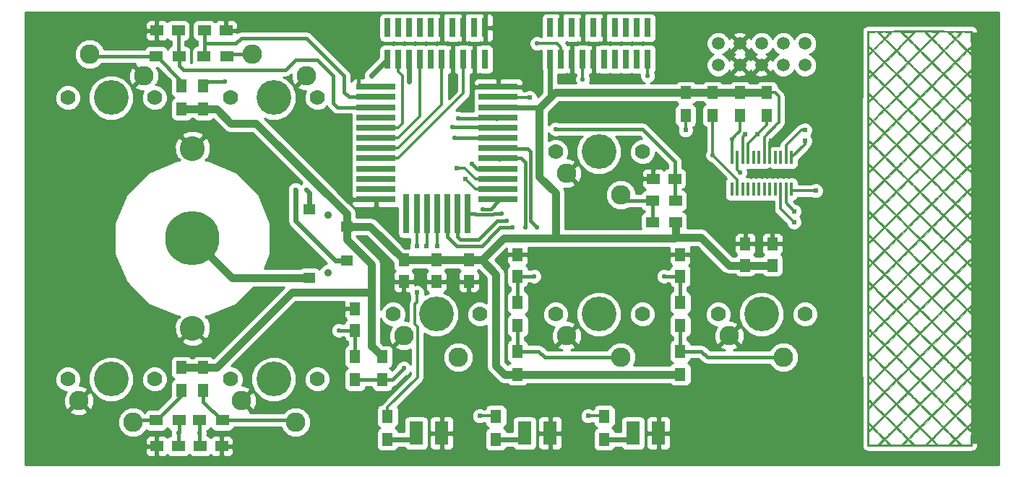
<source format=gbr>
G04 #@! TF.FileFunction,Copper,L1,Top,Signal*
%FSLAX46Y46*%
G04 Gerber Fmt 4.6, Leading zero omitted, Abs format (unit mm)*
G04 Created by KiCad (PCBNEW 4.0.4-stable) date 02/19/17 16:13:15*
%MOMM*%
%LPD*%
G01*
G04 APERTURE LIST*
%ADD10C,0.100000*%
%ADD11C,0.010000*%
%ADD12C,2.921000*%
%ADD13C,6.350000*%
%ADD14C,1.778000*%
%ADD15C,2.286000*%
%ADD16C,4.064000*%
%ADD17R,1.250000X1.500000*%
%ADD18R,1.500000X1.250000*%
%ADD19C,1.500000*%
%ADD20R,1.300000X1.500000*%
%ADD21R,1.500000X1.300000*%
%ADD22R,0.350000X1.550000*%
%ADD23R,4.600000X0.800000*%
%ADD24R,0.800000X4.600000*%
%ADD25R,0.760000X2.200000*%
%ADD26R,2.540000X48.260000*%
%ADD27R,1.400000X1.200000*%
%ADD28C,0.900000*%
%ADD29R,1.600000X2.800000*%
%ADD30C,0.584200*%
%ADD31C,0.609600*%
%ADD32C,0.406400*%
%ADD33C,0.304800*%
%ADD34C,0.914400*%
%ADD35C,0.609600*%
%ADD36C,0.228600*%
%ADD37C,0.254000*%
G04 APERTURE END LIST*
D10*
D11*
G36*
X184191626Y-77234918D02*
X184630421Y-77235143D01*
X185064638Y-77235496D01*
X185492235Y-77235979D01*
X185911174Y-77236590D01*
X186319414Y-77237329D01*
X186714918Y-77238198D01*
X187095643Y-77239196D01*
X187459552Y-77240323D01*
X187804604Y-77241578D01*
X188128759Y-77242963D01*
X188429979Y-77244476D01*
X188706222Y-77246118D01*
X188955451Y-77247889D01*
X189175624Y-77249789D01*
X189364702Y-77251817D01*
X189520647Y-77253975D01*
X189641417Y-77256261D01*
X189724973Y-77258676D01*
X189769277Y-77261220D01*
X189776100Y-77262567D01*
X189777423Y-77284903D01*
X189778715Y-77348552D01*
X189779974Y-77452495D01*
X189781200Y-77595709D01*
X189782395Y-77777176D01*
X189783557Y-77995874D01*
X189784687Y-78250785D01*
X189785785Y-78540886D01*
X189786850Y-78865158D01*
X189787883Y-79222581D01*
X189788884Y-79612134D01*
X189789852Y-80032797D01*
X189790788Y-80483550D01*
X189791692Y-80963373D01*
X189792564Y-81471244D01*
X189793403Y-82006145D01*
X189794210Y-82567054D01*
X189794985Y-83152951D01*
X189795727Y-83762816D01*
X189796438Y-84395628D01*
X189797115Y-85050369D01*
X189797761Y-85726016D01*
X189798374Y-86421550D01*
X189798955Y-87135950D01*
X189799504Y-87868196D01*
X189800020Y-88617269D01*
X189800504Y-89382146D01*
X189800956Y-90161810D01*
X189801376Y-90955238D01*
X189801763Y-91761410D01*
X189802118Y-92579307D01*
X189802440Y-93407908D01*
X189802731Y-94246193D01*
X189802989Y-95093142D01*
X189803214Y-95947733D01*
X189803408Y-96808947D01*
X189803569Y-97675764D01*
X189803698Y-98547163D01*
X189803795Y-99422125D01*
X189803859Y-100299627D01*
X189803891Y-101178651D01*
X189803891Y-102058177D01*
X189803858Y-102937183D01*
X189803793Y-103814649D01*
X189803696Y-104689556D01*
X189803567Y-105560882D01*
X189803405Y-106427608D01*
X189803211Y-107288713D01*
X189802984Y-108143178D01*
X189802726Y-108989981D01*
X189802435Y-109828102D01*
X189802112Y-110656521D01*
X189801756Y-111474219D01*
X189801368Y-112280173D01*
X189800948Y-113073365D01*
X189800496Y-113852774D01*
X189800011Y-114617379D01*
X189799494Y-115366161D01*
X189798945Y-116098098D01*
X189798364Y-116812171D01*
X189797750Y-117507360D01*
X189797104Y-118182644D01*
X189796425Y-118837002D01*
X189795714Y-119469415D01*
X189794971Y-120078862D01*
X189794196Y-120664324D01*
X189793389Y-121224778D01*
X189792549Y-121759206D01*
X189791677Y-122266587D01*
X189790772Y-122745901D01*
X189789835Y-123196127D01*
X189788866Y-123616245D01*
X189787865Y-124005235D01*
X189786831Y-124362076D01*
X189785765Y-124685749D01*
X189784667Y-124975232D01*
X189783537Y-125229506D01*
X189782374Y-125447551D01*
X189781179Y-125628345D01*
X189779952Y-125770869D01*
X189778692Y-125874103D01*
X189777400Y-125937026D01*
X189776099Y-125958600D01*
X189752599Y-125961209D01*
X189688805Y-125963690D01*
X189586757Y-125966042D01*
X189448495Y-125968265D01*
X189276058Y-125970359D01*
X189071487Y-125972325D01*
X188836820Y-125974161D01*
X188574098Y-125975869D01*
X188285360Y-125977448D01*
X187972646Y-125978898D01*
X187637996Y-125980219D01*
X187283448Y-125981412D01*
X186911044Y-125982475D01*
X186522822Y-125983410D01*
X186120821Y-125984216D01*
X185707083Y-125984893D01*
X185283646Y-125985441D01*
X184852551Y-125985860D01*
X184415836Y-125986151D01*
X183975542Y-125986313D01*
X183533707Y-125986345D01*
X183092373Y-125986249D01*
X182653578Y-125986025D01*
X182219361Y-125985671D01*
X181791764Y-125985188D01*
X181372825Y-125984577D01*
X180964585Y-125983837D01*
X180569081Y-125982968D01*
X180188356Y-125981970D01*
X179824447Y-125980843D01*
X179479395Y-125979588D01*
X179155240Y-125978204D01*
X178854020Y-125976690D01*
X178577777Y-125975048D01*
X178328548Y-125973277D01*
X178108375Y-125971378D01*
X177919297Y-125969349D01*
X177763352Y-125967192D01*
X177642582Y-125964906D01*
X177559026Y-125962491D01*
X177514722Y-125959947D01*
X177507900Y-125958600D01*
X177506576Y-125936263D01*
X177505284Y-125872614D01*
X177504025Y-125768672D01*
X177502799Y-125625457D01*
X177501604Y-125443990D01*
X177500442Y-125225292D01*
X177499312Y-124970382D01*
X177498214Y-124680281D01*
X177497190Y-124368469D01*
X177651833Y-124368469D01*
X177651833Y-125079220D01*
X177652186Y-125281660D01*
X177653327Y-125445176D01*
X177655382Y-125573174D01*
X177658476Y-125669059D01*
X177662733Y-125736236D01*
X177668278Y-125778110D01*
X177675236Y-125798085D01*
X177678291Y-125800648D01*
X177706150Y-125803712D01*
X177770139Y-125806573D01*
X177864053Y-125809087D01*
X177981690Y-125811111D01*
X178116846Y-125812500D01*
X178211210Y-125812995D01*
X178717670Y-125814667D01*
X178734013Y-125798446D01*
X179006500Y-125798446D01*
X179026681Y-125803060D01*
X179083286Y-125807163D01*
X179170405Y-125810559D01*
X179282131Y-125813051D01*
X179412554Y-125814442D01*
X179493333Y-125814667D01*
X179631799Y-125813994D01*
X179754949Y-125812108D01*
X179856874Y-125809206D01*
X179931667Y-125805483D01*
X179973418Y-125801138D01*
X179980166Y-125798446D01*
X179965906Y-125778769D01*
X179926481Y-125734781D01*
X179866926Y-125671839D01*
X179792277Y-125595298D01*
X179736750Y-125539500D01*
X179493333Y-125296774D01*
X179249916Y-125539500D01*
X179168016Y-125622118D01*
X179097862Y-125694700D01*
X179044489Y-125751890D01*
X179012931Y-125788332D01*
X179006500Y-125798446D01*
X178734013Y-125798446D01*
X179042382Y-125492385D01*
X179367093Y-125170104D01*
X179619573Y-125170104D01*
X179944284Y-125492385D01*
X180268995Y-125814667D01*
X181490874Y-125814667D01*
X181747799Y-125814667D01*
X182250399Y-125814667D01*
X182391197Y-125814015D01*
X182516771Y-125812184D01*
X182621309Y-125809363D01*
X182698993Y-125805739D01*
X182744009Y-125801499D01*
X182753000Y-125798446D01*
X182738739Y-125778770D01*
X182699312Y-125734781D01*
X182639754Y-125671836D01*
X182565098Y-125595287D01*
X182509464Y-125539381D01*
X182265929Y-125296537D01*
X181747799Y-125814667D01*
X181490874Y-125814667D01*
X181815342Y-125491875D01*
X182139809Y-125169083D01*
X182139426Y-125168700D01*
X182393280Y-125168700D01*
X182715759Y-125491683D01*
X183038237Y-125814667D01*
X184245762Y-125814667D01*
X184261957Y-125798446D01*
X184531000Y-125798446D01*
X184551196Y-125802990D01*
X184607910Y-125807043D01*
X184695326Y-125810416D01*
X184807628Y-125812924D01*
X184939001Y-125814376D01*
X185033600Y-125814667D01*
X185536200Y-125814667D01*
X185018070Y-125296537D01*
X184774535Y-125539381D01*
X184692614Y-125622020D01*
X184622437Y-125694623D01*
X184569039Y-125751837D01*
X184537453Y-125788305D01*
X184531000Y-125798446D01*
X184261957Y-125798446D01*
X184568240Y-125491683D01*
X184889556Y-125169864D01*
X185166000Y-125169864D01*
X185180403Y-125190792D01*
X185220642Y-125236559D01*
X185282263Y-125302430D01*
X185360811Y-125383669D01*
X185451832Y-125475544D01*
X185479796Y-125503373D01*
X185793593Y-125814667D01*
X187015004Y-125814667D01*
X187031347Y-125798446D01*
X187303833Y-125798446D01*
X187324014Y-125803060D01*
X187380619Y-125807163D01*
X187467739Y-125810559D01*
X187579464Y-125813051D01*
X187709888Y-125814442D01*
X187790666Y-125814667D01*
X187929132Y-125813994D01*
X188052282Y-125812108D01*
X188154208Y-125809206D01*
X188229000Y-125805483D01*
X188270751Y-125801138D01*
X188277500Y-125798446D01*
X188263239Y-125778769D01*
X188223814Y-125734781D01*
X188164259Y-125671839D01*
X188089610Y-125595298D01*
X188034083Y-125539500D01*
X187790666Y-125296774D01*
X187547250Y-125539500D01*
X187465349Y-125622118D01*
X187395195Y-125694700D01*
X187341822Y-125751890D01*
X187310265Y-125788332D01*
X187303833Y-125798446D01*
X187031347Y-125798446D01*
X187339715Y-125492385D01*
X187664426Y-125170104D01*
X187916906Y-125170104D01*
X188241997Y-125492762D01*
X188567088Y-125815421D01*
X189094336Y-125809752D01*
X189621583Y-125804083D01*
X189627160Y-125086565D01*
X189632737Y-124369046D01*
X189177083Y-123908860D01*
X188546995Y-124539482D01*
X187916906Y-125170104D01*
X187664426Y-125170104D01*
X187034470Y-124539885D01*
X186404514Y-123909667D01*
X185785257Y-124528657D01*
X185652115Y-124662262D01*
X185528788Y-124787022D01*
X185418412Y-124899691D01*
X185324120Y-124997023D01*
X185249047Y-125075773D01*
X185196330Y-125132693D01*
X185169102Y-125164539D01*
X185166000Y-125169864D01*
X184889556Y-125169864D01*
X184890719Y-125168700D01*
X184266359Y-124544610D01*
X183642000Y-123920519D01*
X183017640Y-124544610D01*
X182393280Y-125168700D01*
X182139426Y-125168700D01*
X181509648Y-124539374D01*
X180879487Y-123909664D01*
X179619573Y-125170104D01*
X179367093Y-125170104D01*
X178737004Y-124539482D01*
X178106916Y-123908860D01*
X177879374Y-124138664D01*
X177651833Y-124368469D01*
X177497190Y-124368469D01*
X177497149Y-124356008D01*
X177496116Y-123998585D01*
X177495549Y-123777871D01*
X177651833Y-123777871D01*
X177652849Y-123889246D01*
X177655649Y-123983953D01*
X177659865Y-124054730D01*
X177665127Y-124094315D01*
X177668238Y-124100167D01*
X177689120Y-124086036D01*
X177732441Y-124047905D01*
X177791172Y-123992165D01*
X177837570Y-123946211D01*
X177990498Y-123792256D01*
X177980761Y-123782576D01*
X178234095Y-123782576D01*
X178858288Y-124407038D01*
X178992067Y-124540624D01*
X179116540Y-124664431D01*
X179228540Y-124775347D01*
X179324904Y-124870260D01*
X179402465Y-124946058D01*
X179458060Y-124999628D01*
X179488522Y-125027859D01*
X179493333Y-125031500D01*
X179510129Y-125017019D01*
X179553629Y-124975652D01*
X179620670Y-124910512D01*
X179708085Y-124824709D01*
X179812710Y-124721356D01*
X179931380Y-124603567D01*
X180060930Y-124474452D01*
X180128378Y-124407038D01*
X180752479Y-123782667D01*
X181007019Y-123782667D01*
X181631166Y-124407083D01*
X181764941Y-124540664D01*
X181889408Y-124664466D01*
X182001403Y-124775376D01*
X182097761Y-124870284D01*
X182175317Y-124946076D01*
X182230905Y-124999640D01*
X182261360Y-125027863D01*
X182266166Y-125031500D01*
X182282970Y-125017021D01*
X182326463Y-124975669D01*
X182393469Y-124910568D01*
X182480807Y-124824845D01*
X182585300Y-124721624D01*
X182703768Y-124604030D01*
X182833033Y-124475190D01*
X182896009Y-124412243D01*
X183514999Y-123792985D01*
X183769000Y-123792985D01*
X184387990Y-124412243D01*
X184521197Y-124545253D01*
X184645087Y-124668472D01*
X184756482Y-124778773D01*
X184852203Y-124873032D01*
X184929070Y-124948123D01*
X184983907Y-125000921D01*
X185013532Y-125028301D01*
X185017833Y-125031500D01*
X185034629Y-125017019D01*
X185078129Y-124975653D01*
X185145169Y-124910512D01*
X185232584Y-124824710D01*
X185337208Y-124721359D01*
X185455876Y-124603571D01*
X185585424Y-124474458D01*
X185652833Y-124407083D01*
X186276980Y-123782667D01*
X186276890Y-123782576D01*
X186531429Y-123782576D01*
X187155621Y-124407038D01*
X187289401Y-124540624D01*
X187413873Y-124664431D01*
X187525874Y-124775347D01*
X187622237Y-124870260D01*
X187699798Y-124946058D01*
X187755393Y-124999628D01*
X187785856Y-125027859D01*
X187790666Y-125031500D01*
X187807462Y-125017019D01*
X187850963Y-124975652D01*
X187918003Y-124910512D01*
X188005418Y-124824709D01*
X188110043Y-124721356D01*
X188228714Y-124603567D01*
X188358263Y-124474452D01*
X188425711Y-124407038D01*
X189049904Y-123782576D01*
X189049646Y-123782318D01*
X189304796Y-123782318D01*
X189463190Y-123941825D01*
X189621583Y-124101333D01*
X189627474Y-123801488D01*
X189628786Y-123693085D01*
X189628361Y-123600396D01*
X189626355Y-123531350D01*
X189622922Y-123493879D01*
X189621391Y-123489669D01*
X189602487Y-123498602D01*
X189560950Y-123532200D01*
X189503553Y-123584678D01*
X189457107Y-123630007D01*
X189304796Y-123782318D01*
X189049646Y-123782318D01*
X188420285Y-123152958D01*
X187790666Y-122523339D01*
X186531429Y-123782576D01*
X186276890Y-123782576D01*
X185652831Y-123158248D01*
X185028681Y-122533829D01*
X184398840Y-123163407D01*
X183769000Y-123792985D01*
X183514999Y-123792985D01*
X182885159Y-123163407D01*
X182255318Y-122533829D01*
X181631168Y-123158248D01*
X181007019Y-123782667D01*
X180752479Y-123782667D01*
X180752570Y-123782576D01*
X179493333Y-122523339D01*
X178863714Y-123152958D01*
X178234095Y-123782576D01*
X177980761Y-123782576D01*
X177821166Y-123623916D01*
X177651833Y-123455576D01*
X177651833Y-123777871D01*
X177495549Y-123777871D01*
X177495115Y-123609032D01*
X177494147Y-123188369D01*
X177493211Y-122737616D01*
X177492307Y-122257794D01*
X177491435Y-121749922D01*
X177491220Y-121612361D01*
X177651833Y-121612361D01*
X177651833Y-123196326D01*
X177878155Y-123425996D01*
X177957305Y-123505563D01*
X178025978Y-123573174D01*
X178078763Y-123623612D01*
X178110248Y-123651661D01*
X178116415Y-123655667D01*
X178133446Y-123641183D01*
X178177169Y-123599809D01*
X178244414Y-123534656D01*
X178332009Y-123448839D01*
X178436783Y-123345469D01*
X178555564Y-123227661D01*
X178685181Y-123098528D01*
X178752545Y-123031205D01*
X179376737Y-122406743D01*
X179365979Y-122395985D01*
X179620328Y-122395985D01*
X180249951Y-123025870D01*
X180879573Y-123655754D01*
X182128494Y-122406833D01*
X182128404Y-122406743D01*
X182382762Y-122406743D01*
X183006954Y-123031205D01*
X183140734Y-123164790D01*
X183265207Y-123288597D01*
X183377207Y-123399513D01*
X183473570Y-123494427D01*
X183551132Y-123570224D01*
X183606726Y-123623795D01*
X183637189Y-123652026D01*
X183642000Y-123655667D01*
X183658795Y-123641186D01*
X183702296Y-123599819D01*
X183769336Y-123534678D01*
X183856752Y-123448875D01*
X183961377Y-123345523D01*
X184080047Y-123227733D01*
X184209597Y-123098618D01*
X184277045Y-123031205D01*
X184901237Y-122406743D01*
X185155595Y-122406743D01*
X186403985Y-123655671D01*
X187033869Y-123026049D01*
X187663754Y-122396427D01*
X187663312Y-122395985D01*
X187917662Y-122395985D01*
X188547372Y-123026229D01*
X189177083Y-123656473D01*
X189404625Y-123426669D01*
X189632166Y-123196864D01*
X189632166Y-121612361D01*
X189399219Y-121380137D01*
X189166273Y-121147912D01*
X188541967Y-121771949D01*
X187917662Y-122395985D01*
X187663312Y-122395985D01*
X187039293Y-121771966D01*
X186414833Y-121147505D01*
X185155595Y-122406743D01*
X184901237Y-122406743D01*
X184271618Y-121777124D01*
X183642000Y-121147505D01*
X182382762Y-122406743D01*
X182128404Y-122406743D01*
X181498875Y-121777214D01*
X180869256Y-121147596D01*
X180244792Y-121771790D01*
X179620328Y-122395985D01*
X179365979Y-122395985D01*
X178747277Y-121777283D01*
X178117817Y-121147822D01*
X177884825Y-121380092D01*
X177651833Y-121612361D01*
X177491220Y-121612361D01*
X177490596Y-121215022D01*
X177490317Y-121020417D01*
X177651833Y-121020417D01*
X177652831Y-121128929D01*
X177655577Y-121220594D01*
X177659699Y-121287969D01*
X177664823Y-121323614D01*
X177667210Y-121327333D01*
X177687746Y-121313306D01*
X177730958Y-121275452D01*
X177789821Y-121220113D01*
X177836559Y-121174389D01*
X177990531Y-121021444D01*
X177989248Y-121020152D01*
X178244495Y-121020152D01*
X178874117Y-121650036D01*
X179503739Y-122279921D01*
X180128200Y-121655460D01*
X180752661Y-121031000D01*
X180741808Y-121020147D01*
X181017333Y-121020147D01*
X181031832Y-121039204D01*
X181073239Y-121084845D01*
X181138423Y-121153831D01*
X181224251Y-121242919D01*
X181327590Y-121348869D01*
X181445306Y-121468439D01*
X181574269Y-121598388D01*
X181636325Y-121660578D01*
X182255318Y-122279838D01*
X182885159Y-121650259D01*
X183514999Y-121020681D01*
X183514473Y-121020154D01*
X183768997Y-121020154D01*
X184398576Y-121649995D01*
X185028154Y-122279835D01*
X185657994Y-121650257D01*
X186287835Y-121020679D01*
X186287307Y-121020150D01*
X186541831Y-121020150D01*
X187160822Y-121639408D01*
X187294029Y-121772419D01*
X187417920Y-121895637D01*
X187529315Y-122005939D01*
X187625035Y-122100198D01*
X187701903Y-122175290D01*
X187756740Y-122228088D01*
X187786365Y-122255467D01*
X187790666Y-122258667D01*
X187807470Y-122244188D01*
X187850963Y-122202836D01*
X187917969Y-122137735D01*
X188005307Y-122052012D01*
X188109800Y-121948790D01*
X188228268Y-121831197D01*
X188357533Y-121702357D01*
X188420510Y-121639408D01*
X189039502Y-121020150D01*
X189038741Y-121019389D01*
X189293468Y-121019389D01*
X189446412Y-121173361D01*
X189511738Y-121237610D01*
X189566564Y-121288714D01*
X189603860Y-121320282D01*
X189615761Y-121327333D01*
X189621561Y-121307408D01*
X189626461Y-121252594D01*
X189630062Y-121170332D01*
X189631967Y-121068063D01*
X189632166Y-121020417D01*
X189631168Y-120911904D01*
X189628422Y-120820239D01*
X189624300Y-120752864D01*
X189619176Y-120717219D01*
X189616789Y-120713500D01*
X189596253Y-120727527D01*
X189553041Y-120765381D01*
X189494178Y-120820720D01*
X189447440Y-120866444D01*
X189293468Y-121019389D01*
X189038741Y-121019389D01*
X187790666Y-119771852D01*
X187166248Y-120396001D01*
X186541831Y-121020150D01*
X186287307Y-121020150D01*
X185658257Y-120390838D01*
X185028679Y-119760998D01*
X183768997Y-121020154D01*
X183514473Y-121020154D01*
X182896009Y-120401424D01*
X182762441Y-120268294D01*
X182637762Y-120144978D01*
X182525210Y-120034608D01*
X182428027Y-119940319D01*
X182349452Y-119865245D01*
X182292724Y-119812520D01*
X182261084Y-119785278D01*
X182255852Y-119782167D01*
X182236340Y-119796658D01*
X182191102Y-119837557D01*
X182124003Y-119900999D01*
X182038909Y-119983120D01*
X181939687Y-120080055D01*
X181830201Y-120187940D01*
X181714318Y-120302912D01*
X181595904Y-120421105D01*
X181478825Y-120538656D01*
X181366947Y-120651700D01*
X181264135Y-120756374D01*
X181174256Y-120848813D01*
X181101175Y-120925152D01*
X181048758Y-120981528D01*
X181020871Y-121014076D01*
X181017333Y-121020147D01*
X180741808Y-121020147D01*
X179493423Y-119771762D01*
X178244495Y-121020152D01*
X177989248Y-121020152D01*
X177837587Y-120867472D01*
X177772261Y-120803223D01*
X177717435Y-120752119D01*
X177680139Y-120720551D01*
X177668238Y-120713500D01*
X177662438Y-120733425D01*
X177657538Y-120788239D01*
X177653937Y-120870501D01*
X177652032Y-120972770D01*
X177651833Y-121020417D01*
X177490317Y-121020417D01*
X177489789Y-120654113D01*
X177489014Y-120068216D01*
X177488272Y-119458351D01*
X177487583Y-118844507D01*
X177651833Y-118844507D01*
X177651833Y-120427059D01*
X177879014Y-120654946D01*
X177958470Y-120733957D01*
X178027290Y-120801081D01*
X178080046Y-120851128D01*
X178111315Y-120878909D01*
X178117273Y-120882833D01*
X178134126Y-120868354D01*
X178177666Y-120827000D01*
X178244715Y-120761897D01*
X178332091Y-120676171D01*
X178436614Y-120572946D01*
X178555105Y-120455349D01*
X178684384Y-120326504D01*
X178747342Y-120263576D01*
X179366333Y-119644319D01*
X179620333Y-119644319D01*
X180239323Y-120263576D01*
X180372891Y-120396705D01*
X180497571Y-120520022D01*
X180610122Y-120630392D01*
X180707305Y-120724681D01*
X180785881Y-120799755D01*
X180842608Y-120852480D01*
X180874248Y-120879722D01*
X180879480Y-120882833D01*
X180898571Y-120868338D01*
X180944214Y-120826960D01*
X181013139Y-120761858D01*
X181102074Y-120676194D01*
X181207748Y-120573126D01*
X181326889Y-120455815D01*
X181456226Y-120327422D01*
X181509323Y-120274428D01*
X181641278Y-120142028D01*
X181763391Y-120018530D01*
X181872502Y-119907202D01*
X181965450Y-119811315D01*
X182039072Y-119734139D01*
X182090207Y-119678944D01*
X182115694Y-119649001D01*
X182118000Y-119644852D01*
X182109675Y-119633910D01*
X182382762Y-119633910D01*
X183006954Y-120258371D01*
X183140734Y-120391957D01*
X183265207Y-120515764D01*
X183377207Y-120626680D01*
X183473570Y-120721593D01*
X183551132Y-120797391D01*
X183606726Y-120850962D01*
X183637189Y-120879193D01*
X183642000Y-120882833D01*
X183658795Y-120868353D01*
X183702296Y-120826986D01*
X183769336Y-120761845D01*
X183856752Y-120676042D01*
X183961377Y-120572690D01*
X184080047Y-120454900D01*
X184209597Y-120325785D01*
X184277045Y-120258371D01*
X184901147Y-119634000D01*
X185155685Y-119634000D01*
X185779833Y-120258417D01*
X185913607Y-120391997D01*
X186038075Y-120515799D01*
X186150070Y-120626710D01*
X186246428Y-120721617D01*
X186323983Y-120797409D01*
X186379571Y-120850973D01*
X186410027Y-120879196D01*
X186414833Y-120882833D01*
X186431636Y-120868355D01*
X186475130Y-120827002D01*
X186542136Y-120761902D01*
X186629474Y-120676178D01*
X186733967Y-120572957D01*
X186852435Y-120455364D01*
X186981699Y-120326523D01*
X187044676Y-120263576D01*
X187663666Y-119644319D01*
X187917666Y-119644319D01*
X188536657Y-120263576D01*
X188669847Y-120396581D01*
X188793700Y-120519795D01*
X188905041Y-120630093D01*
X189000694Y-120724351D01*
X189077483Y-120799443D01*
X189132231Y-120852244D01*
X189161763Y-120879630D01*
X189166019Y-120882833D01*
X189183817Y-120868675D01*
X189226021Y-120829648D01*
X189287207Y-120770922D01*
X189361954Y-120697668D01*
X189404279Y-120655652D01*
X189632166Y-120428472D01*
X189632166Y-118844507D01*
X189405303Y-118614288D01*
X189178441Y-118384069D01*
X188548053Y-119014194D01*
X187917666Y-119644319D01*
X187663666Y-119644319D01*
X187033825Y-119014740D01*
X186403985Y-118385162D01*
X185155685Y-119634000D01*
X184901147Y-119634000D01*
X184901237Y-119633910D01*
X184271618Y-119004291D01*
X183642000Y-118374672D01*
X182382762Y-119633910D01*
X182109675Y-119633910D01*
X182103501Y-119625796D01*
X182062093Y-119580154D01*
X181996909Y-119511169D01*
X181911081Y-119422081D01*
X181807743Y-119316131D01*
X181690026Y-119196561D01*
X181561064Y-119066612D01*
X181499007Y-119004422D01*
X180880014Y-118385162D01*
X180250174Y-119014740D01*
X179620333Y-119644319D01*
X179366333Y-119644319D01*
X178735946Y-119014194D01*
X178105558Y-118384069D01*
X177878696Y-118614288D01*
X177651833Y-118844507D01*
X177487583Y-118844507D01*
X177487561Y-118825538D01*
X177487314Y-118585908D01*
X177651833Y-118585908D01*
X177815704Y-118422037D01*
X177979575Y-118258167D01*
X177979484Y-118258076D01*
X178234095Y-118258076D01*
X178858288Y-118882538D01*
X178992067Y-119016124D01*
X179116540Y-119139931D01*
X179228540Y-119250847D01*
X179324904Y-119345760D01*
X179402465Y-119421558D01*
X179458060Y-119475128D01*
X179488522Y-119503359D01*
X179493333Y-119507000D01*
X179510129Y-119492519D01*
X179553629Y-119451152D01*
X179620670Y-119386012D01*
X179708085Y-119300209D01*
X179812710Y-119196856D01*
X179931380Y-119079067D01*
X180060930Y-118949952D01*
X180128378Y-118882538D01*
X180752570Y-118258076D01*
X181006929Y-118258076D01*
X181631121Y-118882538D01*
X181764901Y-119016124D01*
X181889373Y-119139931D01*
X182001374Y-119250847D01*
X182097737Y-119345760D01*
X182175298Y-119421558D01*
X182230893Y-119475128D01*
X182261356Y-119503359D01*
X182266166Y-119507000D01*
X182282962Y-119492519D01*
X182326463Y-119451152D01*
X182393503Y-119386012D01*
X182480918Y-119300209D01*
X182585543Y-119196856D01*
X182704214Y-119079067D01*
X182833763Y-118949952D01*
X182901211Y-118882538D01*
X183525404Y-118258076D01*
X183523589Y-118256261D01*
X183760411Y-118256261D01*
X184394413Y-118880004D01*
X185028416Y-119503747D01*
X185652788Y-118880957D01*
X186277161Y-118258167D01*
X186277070Y-118258076D01*
X186531429Y-118258076D01*
X187155621Y-118882538D01*
X187289401Y-119016124D01*
X187413873Y-119139931D01*
X187525874Y-119250847D01*
X187622237Y-119345760D01*
X187699798Y-119421558D01*
X187755393Y-119475128D01*
X187785856Y-119503359D01*
X187790666Y-119507000D01*
X187807462Y-119492519D01*
X187850963Y-119451152D01*
X187918003Y-119386012D01*
X188005418Y-119300209D01*
X188110043Y-119196856D01*
X188228714Y-119079067D01*
X188358263Y-118949952D01*
X188425711Y-118882538D01*
X189049904Y-118258076D01*
X189049634Y-118257806D01*
X189304784Y-118257806D01*
X189462654Y-118416736D01*
X189527864Y-118481867D01*
X189581119Y-118534079D01*
X189616012Y-118567153D01*
X189626345Y-118575667D01*
X189628356Y-118555710D01*
X189630066Y-118500678D01*
X189631344Y-118417831D01*
X189632060Y-118314426D01*
X189632166Y-118253046D01*
X189632166Y-117930425D01*
X189468475Y-118094115D01*
X189304784Y-118257806D01*
X189049634Y-118257806D01*
X188420285Y-117628458D01*
X187790666Y-116998839D01*
X186531429Y-118258076D01*
X186277070Y-118258076D01*
X185017833Y-116998839D01*
X183760411Y-118256261D01*
X183523589Y-118256261D01*
X182895785Y-117628458D01*
X182266166Y-116998839D01*
X181006929Y-118258076D01*
X180752570Y-118258076D01*
X179493333Y-116998839D01*
X178863714Y-117628458D01*
X178234095Y-118258076D01*
X177979484Y-118258076D01*
X177651833Y-117930425D01*
X177651833Y-118585908D01*
X177487314Y-118585908D01*
X177486884Y-118170798D01*
X177486238Y-117495151D01*
X177485625Y-116799617D01*
X177485047Y-116087861D01*
X177651833Y-116087861D01*
X177651833Y-117671826D01*
X177878696Y-117902045D01*
X178105558Y-118132264D01*
X178735990Y-117502095D01*
X179366421Y-116871927D01*
X179365979Y-116871485D01*
X179620328Y-116871485D01*
X180249908Y-117501327D01*
X180879487Y-118131169D01*
X181509327Y-117501592D01*
X182128932Y-116882243D01*
X182382762Y-116882243D01*
X183006954Y-117506705D01*
X183140734Y-117640290D01*
X183265207Y-117764097D01*
X183377207Y-117875013D01*
X183473570Y-117969927D01*
X183551132Y-118045724D01*
X183606726Y-118099295D01*
X183637189Y-118127526D01*
X183642000Y-118131167D01*
X183658795Y-118116686D01*
X183702296Y-118075319D01*
X183769336Y-118010178D01*
X183856752Y-117924375D01*
X183961377Y-117821023D01*
X184080047Y-117703233D01*
X184209597Y-117574118D01*
X184277045Y-117506705D01*
X184901237Y-116882243D01*
X184890475Y-116871481D01*
X185166000Y-116871481D01*
X185180498Y-116890537D01*
X185221906Y-116936179D01*
X185287090Y-117005164D01*
X185372918Y-117094252D01*
X185476256Y-117200202D01*
X185593973Y-117319772D01*
X185722935Y-117449721D01*
X185784992Y-117511911D01*
X186403985Y-118131171D01*
X187033825Y-117501593D01*
X187663666Y-116872014D01*
X187663138Y-116871485D01*
X187917662Y-116871485D01*
X188547372Y-117501729D01*
X189177083Y-118131973D01*
X189404625Y-117902169D01*
X189632166Y-117672364D01*
X189632166Y-116087861D01*
X189399219Y-115855637D01*
X189166273Y-115623412D01*
X188541967Y-116247449D01*
X187917662Y-116871485D01*
X187663138Y-116871485D01*
X187044676Y-116252757D01*
X186911108Y-116119628D01*
X186786428Y-115996311D01*
X186673877Y-115885941D01*
X186576694Y-115791652D01*
X186498118Y-115716578D01*
X186441391Y-115663853D01*
X186409751Y-115636611D01*
X186404519Y-115633500D01*
X186385007Y-115647992D01*
X186339769Y-115688890D01*
X186272670Y-115752332D01*
X186187576Y-115834453D01*
X186088353Y-115931388D01*
X185978868Y-116039273D01*
X185862985Y-116154245D01*
X185744571Y-116272438D01*
X185627492Y-116389989D01*
X185515614Y-116503034D01*
X185412802Y-116607707D01*
X185322922Y-116700146D01*
X185249841Y-116776485D01*
X185197424Y-116832861D01*
X185169538Y-116865409D01*
X185166000Y-116871481D01*
X184890475Y-116871481D01*
X184271618Y-116252624D01*
X183642000Y-115623005D01*
X182382762Y-116882243D01*
X182128932Y-116882243D01*
X182139166Y-116872014D01*
X181520176Y-116252757D01*
X181386608Y-116119628D01*
X181261928Y-115996311D01*
X181149376Y-115885941D01*
X181052193Y-115791652D01*
X180973617Y-115716578D01*
X180916889Y-115663853D01*
X180885248Y-115636611D01*
X180880016Y-115633500D01*
X180860960Y-115647999D01*
X180815319Y-115689406D01*
X180746334Y-115754590D01*
X180657247Y-115840418D01*
X180551297Y-115943756D01*
X180431727Y-116061473D01*
X180301778Y-116190436D01*
X180239588Y-116252492D01*
X179620328Y-116871485D01*
X179365979Y-116871485D01*
X178742119Y-116247625D01*
X178117817Y-115623322D01*
X177884825Y-115855592D01*
X177651833Y-116087861D01*
X177485047Y-116087861D01*
X177485044Y-116085216D01*
X177484603Y-115495917D01*
X177651833Y-115495917D01*
X177652831Y-115604429D01*
X177655577Y-115696094D01*
X177659699Y-115763469D01*
X177664823Y-115799114D01*
X177667210Y-115802833D01*
X177687746Y-115788806D01*
X177730958Y-115750952D01*
X177789821Y-115695613D01*
X177836559Y-115649889D01*
X177990531Y-115496944D01*
X177989248Y-115495652D01*
X178244500Y-115495652D01*
X178863490Y-116114909D01*
X178996697Y-116247920D01*
X179120587Y-116371138D01*
X179231982Y-116481440D01*
X179327703Y-116575699D01*
X179404570Y-116650790D01*
X179459407Y-116703588D01*
X179489032Y-116730968D01*
X179493333Y-116734167D01*
X179510129Y-116719686D01*
X179553629Y-116678319D01*
X179620669Y-116613179D01*
X179708084Y-116527377D01*
X179812708Y-116424025D01*
X179931376Y-116306237D01*
X180060924Y-116177125D01*
X180128333Y-116109750D01*
X180742170Y-115495647D01*
X181017333Y-115495647D01*
X181031825Y-115515159D01*
X181072723Y-115560397D01*
X181136165Y-115627496D01*
X181218286Y-115712590D01*
X181315221Y-115811813D01*
X181423106Y-115921298D01*
X181538078Y-116037181D01*
X181656271Y-116155595D01*
X181773822Y-116272674D01*
X181886867Y-116384552D01*
X181991540Y-116487364D01*
X182083979Y-116577244D01*
X182160318Y-116650325D01*
X182216694Y-116702742D01*
X182249242Y-116730628D01*
X182255314Y-116734167D01*
X182274370Y-116719668D01*
X182320012Y-116678260D01*
X182388997Y-116613076D01*
X182478085Y-116527248D01*
X182584035Y-116423910D01*
X182703605Y-116306193D01*
X182833554Y-116177231D01*
X182895744Y-116115174D01*
X183515004Y-115496181D01*
X183514476Y-115495652D01*
X183769000Y-115495652D01*
X184387990Y-116114909D01*
X184521558Y-116248039D01*
X184646237Y-116371355D01*
X184758789Y-116481725D01*
X184855972Y-116576014D01*
X184934547Y-116651088D01*
X184991275Y-116703813D01*
X185022915Y-116731055D01*
X185028147Y-116734167D01*
X185047237Y-116719671D01*
X185092881Y-116678293D01*
X185161805Y-116613192D01*
X185250741Y-116527527D01*
X185356414Y-116424459D01*
X185475556Y-116307149D01*
X185604893Y-116178755D01*
X185657990Y-116125762D01*
X185789944Y-115993362D01*
X185912058Y-115869863D01*
X186021169Y-115758535D01*
X186114116Y-115662648D01*
X186187739Y-115585472D01*
X186238874Y-115530278D01*
X186264361Y-115500334D01*
X186266666Y-115496186D01*
X186258409Y-115485333D01*
X186531519Y-115485333D01*
X187155666Y-116109750D01*
X187289441Y-116243330D01*
X187413908Y-116367132D01*
X187525903Y-116478043D01*
X187622261Y-116572951D01*
X187699817Y-116648742D01*
X187755405Y-116702306D01*
X187785860Y-116730530D01*
X187790666Y-116734167D01*
X187807470Y-116719688D01*
X187850963Y-116678336D01*
X187917969Y-116613235D01*
X188005307Y-116527512D01*
X188109800Y-116424290D01*
X188228268Y-116306697D01*
X188357533Y-116177857D01*
X188420509Y-116114909D01*
X189039499Y-115495652D01*
X189038736Y-115494889D01*
X189293468Y-115494889D01*
X189446412Y-115648861D01*
X189511738Y-115713110D01*
X189566564Y-115764214D01*
X189603860Y-115795782D01*
X189615761Y-115802833D01*
X189621561Y-115782908D01*
X189626461Y-115728094D01*
X189630062Y-115645832D01*
X189631967Y-115543563D01*
X189632166Y-115495917D01*
X189631168Y-115387404D01*
X189628422Y-115295739D01*
X189624300Y-115228364D01*
X189619176Y-115192719D01*
X189616789Y-115189000D01*
X189596253Y-115203027D01*
X189553041Y-115240881D01*
X189494178Y-115296220D01*
X189447440Y-115341944D01*
X189293468Y-115494889D01*
X189038736Y-115494889D01*
X188409659Y-114866074D01*
X187779818Y-114236495D01*
X187155668Y-114860914D01*
X186531519Y-115485333D01*
X186258409Y-115485333D01*
X186252167Y-115477129D01*
X186210760Y-115431488D01*
X186145576Y-115362502D01*
X186059748Y-115273414D01*
X185956409Y-115167464D01*
X185838693Y-115047894D01*
X185709730Y-114917945D01*
X185647674Y-114855755D01*
X185028681Y-114236495D01*
X184398840Y-114866074D01*
X183769000Y-115495652D01*
X183514476Y-115495652D01*
X182885426Y-114866341D01*
X182255847Y-114236500D01*
X181636590Y-114855490D01*
X181503461Y-114989058D01*
X181380144Y-115113738D01*
X181269774Y-115226289D01*
X181175485Y-115323472D01*
X181100411Y-115402048D01*
X181047686Y-115458775D01*
X181020444Y-115490415D01*
X181017333Y-115495647D01*
X180742170Y-115495647D01*
X180752480Y-115485333D01*
X180128331Y-114860914D01*
X179504181Y-114236495D01*
X178874340Y-114866074D01*
X178244500Y-115495652D01*
X177989248Y-115495652D01*
X177837587Y-115342972D01*
X177772261Y-115278723D01*
X177717435Y-115227619D01*
X177680139Y-115196051D01*
X177668238Y-115189000D01*
X177662438Y-115208925D01*
X177657538Y-115263739D01*
X177653937Y-115346001D01*
X177652032Y-115448270D01*
X177651833Y-115495917D01*
X177484603Y-115495917D01*
X177484495Y-115352970D01*
X177483979Y-114603898D01*
X177483495Y-113839020D01*
X177483194Y-113319469D01*
X177651833Y-113319469D01*
X177651833Y-114902559D01*
X177879014Y-115130446D01*
X177958470Y-115209457D01*
X178027290Y-115276581D01*
X178080046Y-115326628D01*
X178111315Y-115354409D01*
X178117273Y-115358333D01*
X178134118Y-115343852D01*
X178177665Y-115302484D01*
X178244748Y-115237340D01*
X178332201Y-115151534D01*
X178436857Y-115048179D01*
X178555550Y-114930385D01*
X178685114Y-114801266D01*
X178752545Y-114733871D01*
X179366332Y-114119819D01*
X179620333Y-114119819D01*
X180239323Y-114739076D01*
X180372530Y-114872086D01*
X180496420Y-114995305D01*
X180607815Y-115105606D01*
X180703536Y-115199865D01*
X180780404Y-115274957D01*
X180835240Y-115327755D01*
X180864865Y-115355134D01*
X180869166Y-115358333D01*
X180885962Y-115343853D01*
X180929463Y-115302486D01*
X180996503Y-115237345D01*
X181083917Y-115151543D01*
X181188541Y-115048192D01*
X181307210Y-114930404D01*
X181436757Y-114801291D01*
X181504166Y-114733917D01*
X182128314Y-114109500D01*
X182128225Y-114109410D01*
X182382762Y-114109410D01*
X183006954Y-114733871D01*
X183140734Y-114867457D01*
X183265207Y-114991264D01*
X183377207Y-115102180D01*
X183473570Y-115197093D01*
X183551132Y-115272891D01*
X183606726Y-115326462D01*
X183637189Y-115354693D01*
X183642000Y-115358333D01*
X183658795Y-115343853D01*
X183702296Y-115302486D01*
X183769336Y-115237345D01*
X183856752Y-115151542D01*
X183961377Y-115048190D01*
X184080047Y-114930400D01*
X184209597Y-114801285D01*
X184277045Y-114733871D01*
X184901147Y-114109500D01*
X185155685Y-114109500D01*
X185779833Y-114733917D01*
X185913607Y-114867497D01*
X186038075Y-114991299D01*
X186150070Y-115102210D01*
X186246428Y-115197117D01*
X186323983Y-115272909D01*
X186379571Y-115326473D01*
X186410027Y-115354696D01*
X186414833Y-115358333D01*
X186431636Y-115343855D01*
X186475130Y-115302502D01*
X186542136Y-115237402D01*
X186629474Y-115151678D01*
X186733967Y-115048457D01*
X186852435Y-114930864D01*
X186981699Y-114802023D01*
X187044676Y-114739076D01*
X187663666Y-114119819D01*
X187653253Y-114109410D01*
X187907262Y-114109410D01*
X188531454Y-114733871D01*
X188665217Y-114867451D01*
X188789653Y-114991254D01*
X188901601Y-115102167D01*
X188997896Y-115197079D01*
X189075379Y-115272877D01*
X189130886Y-115326451D01*
X189161256Y-115354688D01*
X189166019Y-115358333D01*
X189183817Y-115344175D01*
X189226021Y-115305148D01*
X189287207Y-115246422D01*
X189361954Y-115173168D01*
X189404279Y-115131152D01*
X189632166Y-114903972D01*
X189632166Y-113315028D01*
X189399174Y-113082758D01*
X189166182Y-112850489D01*
X188536722Y-113479949D01*
X187907262Y-114109410D01*
X187653253Y-114109410D01*
X187033825Y-113490240D01*
X186403985Y-112860662D01*
X185155685Y-114109500D01*
X184901147Y-114109500D01*
X184901237Y-114109410D01*
X184271618Y-113479791D01*
X183642000Y-112850172D01*
X182382762Y-114109410D01*
X182128225Y-114109410D01*
X180880014Y-112860662D01*
X180250174Y-113490240D01*
X179620333Y-114119819D01*
X179366332Y-114119819D01*
X179376737Y-114109410D01*
X178746730Y-113479746D01*
X178116723Y-112850083D01*
X177651833Y-113319469D01*
X177483194Y-113319469D01*
X177483043Y-113059357D01*
X177482865Y-112723083D01*
X177651833Y-112723083D01*
X177652831Y-112831596D01*
X177655577Y-112923261D01*
X177659699Y-112990636D01*
X177664823Y-113026281D01*
X177667210Y-113030000D01*
X177687746Y-113015972D01*
X177730958Y-112978118D01*
X177789821Y-112922780D01*
X177836559Y-112877055D01*
X177981002Y-112733576D01*
X178234095Y-112733576D01*
X178858288Y-113358038D01*
X178992067Y-113491624D01*
X179116540Y-113615431D01*
X179228540Y-113726347D01*
X179324904Y-113821260D01*
X179402465Y-113897058D01*
X179458060Y-113950628D01*
X179488522Y-113978859D01*
X179493333Y-113982500D01*
X179510129Y-113968019D01*
X179553629Y-113926652D01*
X179620670Y-113861512D01*
X179708085Y-113775709D01*
X179812710Y-113672356D01*
X179931380Y-113554567D01*
X180060930Y-113425452D01*
X180128378Y-113358038D01*
X180752570Y-112733576D01*
X181006929Y-112733576D01*
X181631123Y-113358040D01*
X182255318Y-113982504D01*
X182885203Y-113352882D01*
X183515087Y-112723260D01*
X183514646Y-112722818D01*
X183768995Y-112722818D01*
X185028239Y-113982588D01*
X185652700Y-113358127D01*
X186277161Y-112733667D01*
X186277070Y-112733576D01*
X186531429Y-112733576D01*
X187155621Y-113358038D01*
X187289401Y-113491624D01*
X187413873Y-113615431D01*
X187525874Y-113726347D01*
X187622237Y-113821260D01*
X187699798Y-113897058D01*
X187755393Y-113950628D01*
X187785856Y-113978859D01*
X187790666Y-113982500D01*
X187807462Y-113968019D01*
X187850963Y-113926652D01*
X187918003Y-113861512D01*
X188005418Y-113775709D01*
X188110043Y-113672356D01*
X188228714Y-113554567D01*
X188358263Y-113425452D01*
X188425711Y-113358038D01*
X189049904Y-112733576D01*
X189049596Y-112733268D01*
X189304823Y-112733268D01*
X189452052Y-112881634D01*
X189516129Y-112944629D01*
X189569677Y-112994343D01*
X189605501Y-113024256D01*
X189615723Y-113030000D01*
X189621492Y-113010065D01*
X189626376Y-112955179D01*
X189629987Y-112872722D01*
X189631935Y-112770075D01*
X189632166Y-112717962D01*
X189632166Y-112405925D01*
X189468494Y-112569596D01*
X189304823Y-112733268D01*
X189049596Y-112733268D01*
X188420285Y-112103958D01*
X187790666Y-111474339D01*
X186531429Y-112733576D01*
X186277070Y-112733576D01*
X185017923Y-111474429D01*
X184393459Y-112098624D01*
X183768995Y-112722818D01*
X183514646Y-112722818D01*
X182890627Y-112098799D01*
X182266166Y-111474339D01*
X181006929Y-112733576D01*
X180752570Y-112733576D01*
X179493333Y-111474339D01*
X178863714Y-112103958D01*
X178234095Y-112733576D01*
X177981002Y-112733576D01*
X177990531Y-112724111D01*
X177837587Y-112570139D01*
X177772261Y-112505889D01*
X177717435Y-112454785D01*
X177680139Y-112423217D01*
X177668238Y-112416167D01*
X177662438Y-112436091D01*
X177657538Y-112490906D01*
X177653937Y-112573168D01*
X177652032Y-112675437D01*
X177651833Y-112723083D01*
X177482865Y-112723083D01*
X177482623Y-112265929D01*
X177482237Y-111459756D01*
X177481882Y-110641859D01*
X177481846Y-110547173D01*
X177651833Y-110547173D01*
X177651833Y-112147137D01*
X177867519Y-112366318D01*
X177945597Y-112444159D01*
X178014284Y-112509826D01*
X178067720Y-112557929D01*
X178100044Y-112583076D01*
X178105779Y-112585500D01*
X178125134Y-112570991D01*
X178171048Y-112529556D01*
X178240270Y-112464329D01*
X178329554Y-112378445D01*
X178435651Y-112275040D01*
X178555313Y-112157249D01*
X178685291Y-112028207D01*
X178747342Y-111966243D01*
X179366331Y-111346987D01*
X179620331Y-111346987D01*
X180879487Y-112606669D01*
X181509328Y-111977090D01*
X182139168Y-111347512D01*
X182138640Y-111346983D01*
X182393164Y-111346983D01*
X183012156Y-111966241D01*
X183145362Y-112099252D01*
X183269253Y-112222471D01*
X183380648Y-112332772D01*
X183476369Y-112427032D01*
X183553237Y-112502123D01*
X183608073Y-112554921D01*
X183637699Y-112582301D01*
X183642000Y-112585500D01*
X183658803Y-112571021D01*
X183702297Y-112529669D01*
X183769302Y-112464568D01*
X183856641Y-112378845D01*
X183961133Y-112275624D01*
X184079601Y-112158030D01*
X184208866Y-112029190D01*
X184271843Y-111966241D01*
X184890835Y-111346983D01*
X185166000Y-111346983D01*
X185180498Y-111366039D01*
X185221906Y-111411680D01*
X185287090Y-111480665D01*
X185372918Y-111569753D01*
X185476256Y-111675702D01*
X185593973Y-111795272D01*
X185722935Y-111925221D01*
X185784992Y-111987411D01*
X186403985Y-112606671D01*
X187033827Y-111977092D01*
X187663668Y-111347512D01*
X187663144Y-111346987D01*
X187917664Y-111346987D01*
X188547373Y-111977230D01*
X189177083Y-112607473D01*
X189404625Y-112377669D01*
X189632166Y-112147864D01*
X189632166Y-110547173D01*
X189405303Y-110316955D01*
X189178441Y-110086736D01*
X188548052Y-110716862D01*
X187917664Y-111346987D01*
X187663144Y-111346987D01*
X187034091Y-110717673D01*
X186404514Y-110087833D01*
X185785257Y-110706824D01*
X185652127Y-110840392D01*
X185528811Y-110965071D01*
X185418441Y-111077623D01*
X185324152Y-111174806D01*
X185249078Y-111253382D01*
X185196353Y-111310110D01*
X185169111Y-111341751D01*
X185166000Y-111346983D01*
X184890835Y-111346983D01*
X184266417Y-110722834D01*
X183642000Y-110098686D01*
X183017582Y-110722834D01*
X182393164Y-111346983D01*
X182138640Y-111346983D01*
X181509590Y-110717672D01*
X180880012Y-110087831D01*
X180250171Y-110717409D01*
X179620331Y-111346987D01*
X179366331Y-111346987D01*
X179366333Y-111346985D01*
X178735946Y-110716861D01*
X178105558Y-110086736D01*
X177878696Y-110316955D01*
X177651833Y-110547173D01*
X177481846Y-110547173D01*
X177481746Y-110288575D01*
X177651833Y-110288575D01*
X177979575Y-109960833D01*
X177979485Y-109960743D01*
X178234095Y-109960743D01*
X178858288Y-110585205D01*
X178992067Y-110718790D01*
X179116540Y-110842597D01*
X179228540Y-110953513D01*
X179324904Y-111048427D01*
X179402465Y-111124224D01*
X179458060Y-111177795D01*
X179488522Y-111206026D01*
X179493333Y-111209667D01*
X179510129Y-111195186D01*
X179553629Y-111153819D01*
X179620670Y-111088678D01*
X179708085Y-111002875D01*
X179812710Y-110899523D01*
X179931380Y-110781733D01*
X180060930Y-110652618D01*
X180128378Y-110585205D01*
X180752480Y-109960833D01*
X181007019Y-109960833D01*
X181631166Y-110585250D01*
X181764941Y-110718830D01*
X181889408Y-110842632D01*
X182001403Y-110953543D01*
X182097761Y-111048451D01*
X182175317Y-111124242D01*
X182230905Y-111177806D01*
X182261360Y-111206030D01*
X182266166Y-111209667D01*
X182282970Y-111195188D01*
X182326463Y-111153836D01*
X182393469Y-111088735D01*
X182480807Y-111003012D01*
X182585300Y-110899790D01*
X182703768Y-110782197D01*
X182833033Y-110653357D01*
X182896009Y-110590409D01*
X183514999Y-109971152D01*
X183769000Y-109971152D01*
X184387990Y-110590409D01*
X184521197Y-110723420D01*
X184645087Y-110846638D01*
X184756482Y-110956940D01*
X184852203Y-111051199D01*
X184929070Y-111126290D01*
X184983907Y-111179088D01*
X185013532Y-111206468D01*
X185017833Y-111209667D01*
X185034629Y-111195186D01*
X185078129Y-111153819D01*
X185145169Y-111088679D01*
X185232584Y-111002877D01*
X185337208Y-110899525D01*
X185455876Y-110781737D01*
X185585424Y-110652625D01*
X185652833Y-110585250D01*
X186276980Y-109960833D01*
X186276891Y-109960743D01*
X186531429Y-109960743D01*
X187155621Y-110585205D01*
X187289401Y-110718790D01*
X187413873Y-110842597D01*
X187525874Y-110953513D01*
X187622237Y-111048427D01*
X187699798Y-111124224D01*
X187755393Y-111177795D01*
X187785856Y-111206026D01*
X187790666Y-111209667D01*
X187807462Y-111195186D01*
X187850963Y-111153819D01*
X187918003Y-111088678D01*
X188005418Y-111002875D01*
X188110043Y-110899523D01*
X188228714Y-110781733D01*
X188358263Y-110652618D01*
X188425711Y-110585205D01*
X189049904Y-109960743D01*
X189049646Y-109960485D01*
X189304796Y-109960485D01*
X189463190Y-110119992D01*
X189621583Y-110279500D01*
X189627474Y-109979654D01*
X189628786Y-109871252D01*
X189628361Y-109778563D01*
X189626355Y-109709517D01*
X189622922Y-109672045D01*
X189621391Y-109667836D01*
X189602487Y-109676768D01*
X189560950Y-109710367D01*
X189503553Y-109762845D01*
X189457107Y-109808174D01*
X189304796Y-109960485D01*
X189049646Y-109960485D01*
X187790666Y-108701505D01*
X187161047Y-109331124D01*
X186531429Y-109960743D01*
X186276891Y-109960743D01*
X185652831Y-109336414D01*
X185028681Y-108711995D01*
X184398840Y-109341574D01*
X183769000Y-109971152D01*
X183514999Y-109971152D01*
X182885159Y-109341574D01*
X182255318Y-108711995D01*
X181631168Y-109336414D01*
X181007019Y-109960833D01*
X180752480Y-109960833D01*
X180752570Y-109960743D01*
X180122952Y-109331124D01*
X179493333Y-108701505D01*
X178234095Y-109960743D01*
X177979485Y-109960743D01*
X177651833Y-109633091D01*
X177651833Y-110288575D01*
X177481746Y-110288575D01*
X177481560Y-109813258D01*
X177481269Y-108974973D01*
X177481011Y-108128025D01*
X177480923Y-107790528D01*
X177651833Y-107790528D01*
X177651833Y-109374493D01*
X177878696Y-109604712D01*
X178105558Y-109834930D01*
X178735990Y-109204762D01*
X179366421Y-108574593D01*
X179365980Y-108574152D01*
X179620328Y-108574152D01*
X180249951Y-109204036D01*
X180879573Y-109833921D01*
X181504033Y-109209460D01*
X182128494Y-108585000D01*
X182128404Y-108584910D01*
X182382762Y-108584910D01*
X183006954Y-109209371D01*
X183140734Y-109342957D01*
X183265207Y-109466764D01*
X183377207Y-109577680D01*
X183473570Y-109672593D01*
X183551132Y-109748391D01*
X183606726Y-109801962D01*
X183637189Y-109830193D01*
X183642000Y-109833833D01*
X183658795Y-109819353D01*
X183702296Y-109777986D01*
X183769336Y-109712845D01*
X183856752Y-109627042D01*
X183961377Y-109523690D01*
X184080047Y-109405900D01*
X184209597Y-109276785D01*
X184277045Y-109209371D01*
X184901237Y-108584910D01*
X185155595Y-108584910D01*
X186403985Y-109833838D01*
X187033869Y-109204215D01*
X187663754Y-108574593D01*
X187663313Y-108574152D01*
X187917662Y-108574152D01*
X188547372Y-109204396D01*
X189177083Y-109834640D01*
X189404625Y-109604835D01*
X189632166Y-109375031D01*
X189632166Y-107790528D01*
X189399219Y-107558303D01*
X189166273Y-107326079D01*
X188541967Y-107950115D01*
X187917662Y-108574152D01*
X187663313Y-108574152D01*
X187039293Y-107950133D01*
X186414833Y-107325672D01*
X185155595Y-108584910D01*
X184901237Y-108584910D01*
X184271618Y-107955291D01*
X183642000Y-107325672D01*
X182382762Y-108584910D01*
X182128404Y-108584910D01*
X180869256Y-107325762D01*
X179620328Y-108574152D01*
X179365980Y-108574152D01*
X178117817Y-107325989D01*
X177884825Y-107558258D01*
X177651833Y-107790528D01*
X177480923Y-107790528D01*
X177480786Y-107273433D01*
X177480770Y-107198583D01*
X177651833Y-107198583D01*
X177652831Y-107307096D01*
X177655577Y-107398761D01*
X177659699Y-107466136D01*
X177664823Y-107501781D01*
X177667210Y-107505500D01*
X177687746Y-107491472D01*
X177730958Y-107453618D01*
X177789821Y-107398280D01*
X177836559Y-107352555D01*
X177990531Y-107199611D01*
X177989245Y-107198316D01*
X178244497Y-107198316D01*
X178863489Y-107817575D01*
X178996696Y-107950585D01*
X179120586Y-108073804D01*
X179231981Y-108184106D01*
X179327702Y-108278365D01*
X179404570Y-108353456D01*
X179459406Y-108406254D01*
X179489032Y-108433634D01*
X179493333Y-108436833D01*
X179510136Y-108422355D01*
X179553630Y-108381002D01*
X179620636Y-108315902D01*
X179707974Y-108230178D01*
X179812467Y-108126957D01*
X179930935Y-108009364D01*
X180060199Y-107880523D01*
X180123177Y-107817575D01*
X180742168Y-107198316D01*
X181017333Y-107198316D01*
X181031832Y-107217372D01*
X181073239Y-107263013D01*
X181138423Y-107331998D01*
X181224251Y-107421086D01*
X181327589Y-107527036D01*
X181445306Y-107646605D01*
X181574269Y-107776555D01*
X181636325Y-107838745D01*
X182255318Y-108458004D01*
X183515002Y-107198846D01*
X183514478Y-107198321D01*
X183768997Y-107198321D01*
X184398576Y-107828161D01*
X185028154Y-108458002D01*
X185657994Y-107828424D01*
X186287835Y-107198846D01*
X186287306Y-107198316D01*
X186541831Y-107198316D01*
X187160822Y-107817575D01*
X187294029Y-107950585D01*
X187417920Y-108073804D01*
X187529315Y-108184106D01*
X187625035Y-108278365D01*
X187701903Y-108353456D01*
X187756740Y-108406254D01*
X187786365Y-108433634D01*
X187790666Y-108436833D01*
X187807470Y-108422355D01*
X187850963Y-108381002D01*
X187917969Y-108315902D01*
X188005307Y-108230178D01*
X188109800Y-108126957D01*
X188228268Y-108009364D01*
X188357533Y-107880523D01*
X188420510Y-107817575D01*
X189039502Y-107198316D01*
X189038741Y-107197555D01*
X189293468Y-107197555D01*
X189446412Y-107351528D01*
X189511738Y-107415777D01*
X189566564Y-107466881D01*
X189603860Y-107498449D01*
X189615761Y-107505500D01*
X189621561Y-107485575D01*
X189626461Y-107430761D01*
X189630062Y-107348499D01*
X189631967Y-107246230D01*
X189632166Y-107198583D01*
X189631168Y-107090070D01*
X189628422Y-106998406D01*
X189624300Y-106931030D01*
X189619176Y-106895386D01*
X189616789Y-106891667D01*
X189596253Y-106905694D01*
X189553041Y-106943548D01*
X189494178Y-106998886D01*
X189447440Y-107044611D01*
X189293468Y-107197555D01*
X189038741Y-107197555D01*
X188415084Y-106574168D01*
X187790666Y-105950019D01*
X187166248Y-106574168D01*
X186541831Y-107198316D01*
X186287306Y-107198316D01*
X185028679Y-105939164D01*
X184398838Y-106568743D01*
X183768997Y-107198321D01*
X183514478Y-107198321D01*
X182885425Y-106569006D01*
X182255847Y-105939167D01*
X181636590Y-106558157D01*
X181503461Y-106691725D01*
X181380144Y-106816405D01*
X181269774Y-106928956D01*
X181175485Y-107026140D01*
X181100411Y-107104715D01*
X181047686Y-107161444D01*
X181020444Y-107193084D01*
X181017333Y-107198316D01*
X180742168Y-107198316D01*
X180117751Y-106574168D01*
X179493333Y-105950019D01*
X178868915Y-106574168D01*
X178244497Y-107198316D01*
X177989245Y-107198316D01*
X177837587Y-107045639D01*
X177772261Y-106981389D01*
X177717435Y-106930285D01*
X177680139Y-106898717D01*
X177668238Y-106891667D01*
X177662438Y-106911591D01*
X177657538Y-106966406D01*
X177653937Y-107048668D01*
X177652032Y-107150937D01*
X177651833Y-107198583D01*
X177480770Y-107198583D01*
X177480592Y-106412219D01*
X177480431Y-105545402D01*
X177480354Y-105022673D01*
X177651833Y-105022673D01*
X177651833Y-106605225D01*
X177879014Y-106833113D01*
X177958470Y-106912124D01*
X178027290Y-106979247D01*
X178080046Y-107029294D01*
X178111315Y-107057076D01*
X178117273Y-107061000D01*
X178134126Y-107046521D01*
X178177666Y-107005167D01*
X178244715Y-106940064D01*
X178332091Y-106854337D01*
X178436614Y-106751113D01*
X178555105Y-106633515D01*
X178684384Y-106504671D01*
X178747342Y-106441743D01*
X179366333Y-105822485D01*
X179620333Y-105822485D01*
X180239323Y-106441743D01*
X180372530Y-106574753D01*
X180496420Y-106697972D01*
X180607815Y-106808273D01*
X180703536Y-106902532D01*
X180780404Y-106977623D01*
X180835240Y-107030421D01*
X180864865Y-107057801D01*
X180869166Y-107061000D01*
X180885962Y-107046519D01*
X180929463Y-107005153D01*
X180996503Y-106940012D01*
X181083917Y-106854210D01*
X181188541Y-106750859D01*
X181307210Y-106633071D01*
X181436757Y-106503958D01*
X181504166Y-106436583D01*
X182128314Y-105812167D01*
X182128224Y-105812076D01*
X182382762Y-105812076D01*
X183006954Y-106436538D01*
X183140734Y-106570124D01*
X183265207Y-106693931D01*
X183377207Y-106804847D01*
X183473570Y-106899760D01*
X183551132Y-106975558D01*
X183606726Y-107029128D01*
X183637189Y-107057359D01*
X183642000Y-107061000D01*
X183658795Y-107046519D01*
X183702296Y-107005152D01*
X183769336Y-106940012D01*
X183856752Y-106854209D01*
X183961377Y-106750856D01*
X184080047Y-106633067D01*
X184209597Y-106503952D01*
X184277045Y-106436538D01*
X184901146Y-105812167D01*
X185155685Y-105812167D01*
X185779833Y-106436583D01*
X185913607Y-106570164D01*
X186038075Y-106693966D01*
X186150070Y-106804876D01*
X186246428Y-106899784D01*
X186323983Y-106975576D01*
X186379571Y-107029140D01*
X186410027Y-107057363D01*
X186414833Y-107061000D01*
X186431636Y-107046521D01*
X186475130Y-107005169D01*
X186542136Y-106940068D01*
X186629474Y-106854345D01*
X186733967Y-106751124D01*
X186852435Y-106633530D01*
X186981699Y-106504690D01*
X187044676Y-106441743D01*
X187663666Y-105822485D01*
X187917666Y-105822485D01*
X188536657Y-106441743D01*
X188669847Y-106574747D01*
X188793700Y-106697962D01*
X188905041Y-106808260D01*
X189000694Y-106902517D01*
X189077483Y-106977609D01*
X189132231Y-107030411D01*
X189161763Y-107057797D01*
X189166019Y-107061000D01*
X189183817Y-107046842D01*
X189226021Y-107007814D01*
X189287207Y-106949088D01*
X189361954Y-106875834D01*
X189404279Y-106833819D01*
X189632166Y-106606638D01*
X189632166Y-105022673D01*
X189405303Y-104792455D01*
X189178441Y-104562236D01*
X188548053Y-105192361D01*
X187917666Y-105822485D01*
X187663666Y-105822485D01*
X187033825Y-105192907D01*
X186403985Y-104563329D01*
X185155685Y-105812167D01*
X184901146Y-105812167D01*
X184901237Y-105812076D01*
X184271618Y-105182458D01*
X183642000Y-104552839D01*
X183012381Y-105182458D01*
X182382762Y-105812076D01*
X182128224Y-105812076D01*
X180880014Y-104563329D01*
X180250174Y-105192907D01*
X179620333Y-105822485D01*
X179366333Y-105822485D01*
X178735946Y-105192361D01*
X178105558Y-104562236D01*
X177878696Y-104792455D01*
X177651833Y-105022673D01*
X177480354Y-105022673D01*
X177480316Y-104764075D01*
X177651833Y-104764075D01*
X177979575Y-104436333D01*
X177979485Y-104436243D01*
X178234095Y-104436243D01*
X178858288Y-105060705D01*
X178992067Y-105194290D01*
X179116540Y-105318097D01*
X179228540Y-105429013D01*
X179324904Y-105523927D01*
X179402465Y-105599724D01*
X179458060Y-105653295D01*
X179488522Y-105681526D01*
X179493333Y-105685167D01*
X179510129Y-105670686D01*
X179553629Y-105629319D01*
X179620670Y-105564178D01*
X179708085Y-105478375D01*
X179812710Y-105375023D01*
X179931380Y-105257233D01*
X180060930Y-105128118D01*
X180128378Y-105060705D01*
X180752570Y-104436243D01*
X181006929Y-104436243D01*
X181631123Y-105060707D01*
X182255318Y-105685171D01*
X182885203Y-105055549D01*
X183515087Y-104425927D01*
X183514646Y-104425485D01*
X183768995Y-104425485D01*
X184398617Y-105055370D01*
X185028239Y-105685254D01*
X185652700Y-105060794D01*
X186277161Y-104436333D01*
X186277071Y-104436243D01*
X186531429Y-104436243D01*
X187155621Y-105060705D01*
X187289401Y-105194290D01*
X187413873Y-105318097D01*
X187525874Y-105429013D01*
X187622237Y-105523927D01*
X187699798Y-105599724D01*
X187755393Y-105653295D01*
X187785856Y-105681526D01*
X187790666Y-105685167D01*
X187807462Y-105670686D01*
X187850963Y-105629319D01*
X187918003Y-105564178D01*
X188005418Y-105478375D01*
X188110043Y-105375023D01*
X188228714Y-105257233D01*
X188358263Y-105128118D01*
X188425711Y-105060705D01*
X189049904Y-104436243D01*
X189049634Y-104435973D01*
X189304784Y-104435973D01*
X189462654Y-104594903D01*
X189527864Y-104660034D01*
X189581119Y-104712245D01*
X189616012Y-104745320D01*
X189626345Y-104753833D01*
X189628356Y-104733876D01*
X189630066Y-104678845D01*
X189631344Y-104595998D01*
X189632060Y-104492593D01*
X189632166Y-104431212D01*
X189632166Y-104108591D01*
X189304784Y-104435973D01*
X189049634Y-104435973D01*
X187790666Y-103177005D01*
X187161047Y-103806624D01*
X186531429Y-104436243D01*
X186277071Y-104436243D01*
X185647542Y-103806714D01*
X185017923Y-103177096D01*
X184393459Y-103801290D01*
X183768995Y-104425485D01*
X183514646Y-104425485D01*
X182890627Y-103801466D01*
X182266166Y-103177005D01*
X181636547Y-103806624D01*
X181006929Y-104436243D01*
X180752570Y-104436243D01*
X180122952Y-103806624D01*
X179493333Y-103177005D01*
X178234095Y-104436243D01*
X177979485Y-104436243D01*
X177651833Y-104108591D01*
X177651833Y-104764075D01*
X177480316Y-104764075D01*
X177480302Y-104674003D01*
X177480205Y-103799042D01*
X177480141Y-102921539D01*
X177480118Y-102266028D01*
X177651833Y-102266028D01*
X177651833Y-103849993D01*
X177878696Y-104080212D01*
X178105558Y-104310430D01*
X178735990Y-103680262D01*
X179366421Y-103050093D01*
X179365982Y-103049654D01*
X179620331Y-103049654D01*
X180249909Y-103679495D01*
X180879487Y-104309335D01*
X181509328Y-103679757D01*
X182139168Y-103050179D01*
X182138640Y-103049650D01*
X182393164Y-103049650D01*
X183012156Y-103668908D01*
X183145355Y-103801908D01*
X183269232Y-103925105D01*
X183380610Y-104035376D01*
X183476311Y-104129598D01*
X183553157Y-104204645D01*
X183607971Y-104257396D01*
X183637574Y-104284726D01*
X183641865Y-104287901D01*
X183658791Y-104273516D01*
X183702684Y-104232542D01*
X183770332Y-104168076D01*
X183858522Y-104083215D01*
X183964041Y-103981055D01*
X184083675Y-103864694D01*
X184214212Y-103737228D01*
X184277000Y-103675752D01*
X184901416Y-103063868D01*
X184887232Y-103049647D01*
X185166000Y-103049647D01*
X185180498Y-103068704D01*
X185221906Y-103114345D01*
X185287090Y-103183331D01*
X185372918Y-103272419D01*
X185476256Y-103378369D01*
X185593973Y-103497939D01*
X185722935Y-103627888D01*
X185784992Y-103690078D01*
X186403985Y-104309338D01*
X187033825Y-103679759D01*
X187663666Y-103050181D01*
X187663138Y-103049652D01*
X187917662Y-103049652D01*
X188547372Y-103679896D01*
X189177083Y-104310140D01*
X189404625Y-104080335D01*
X189632166Y-103850531D01*
X189632166Y-102250029D01*
X189416480Y-102030848D01*
X189338424Y-101953012D01*
X189269789Y-101887348D01*
X189216425Y-101839245D01*
X189184187Y-101814094D01*
X189178487Y-101811667D01*
X189159183Y-101826168D01*
X189113307Y-101867584D01*
X189044107Y-101932780D01*
X188954830Y-102018623D01*
X188848725Y-102121980D01*
X188729040Y-102239716D01*
X188599021Y-102368698D01*
X188536921Y-102430659D01*
X187917662Y-103049652D01*
X187663138Y-103049652D01*
X187044676Y-102430924D01*
X186911108Y-102297794D01*
X186786428Y-102174478D01*
X186673877Y-102064108D01*
X186576694Y-101969819D01*
X186498118Y-101894745D01*
X186441391Y-101842020D01*
X186409751Y-101814778D01*
X186404519Y-101811667D01*
X186385007Y-101826158D01*
X186339769Y-101867057D01*
X186272670Y-101930499D01*
X186187576Y-102012620D01*
X186088353Y-102109555D01*
X185978868Y-102217440D01*
X185862985Y-102332412D01*
X185744571Y-102450605D01*
X185627492Y-102568156D01*
X185515614Y-102681200D01*
X185412802Y-102785874D01*
X185322922Y-102878313D01*
X185249841Y-102954652D01*
X185197424Y-103011028D01*
X185169538Y-103043576D01*
X185166000Y-103049647D01*
X184887232Y-103049647D01*
X183642090Y-101801262D01*
X182393164Y-103049650D01*
X182138640Y-103049650D01*
X181509590Y-102420338D01*
X180880012Y-101790498D01*
X180250171Y-102420076D01*
X179620331Y-103049654D01*
X179365982Y-103049654D01*
X178117817Y-101801489D01*
X177884825Y-102033758D01*
X177651833Y-102266028D01*
X177480118Y-102266028D01*
X177480109Y-102042515D01*
X177480109Y-101674083D01*
X177651833Y-101674083D01*
X177652831Y-101782596D01*
X177655577Y-101874261D01*
X177659699Y-101941636D01*
X177664823Y-101977281D01*
X177667210Y-101981000D01*
X177687746Y-101966972D01*
X177730958Y-101929118D01*
X177789821Y-101873780D01*
X177836559Y-101828055D01*
X177990531Y-101675111D01*
X177989248Y-101673819D01*
X178244500Y-101673819D01*
X178863490Y-102293076D01*
X178996697Y-102426086D01*
X179120587Y-102549305D01*
X179231982Y-102659606D01*
X179327703Y-102753865D01*
X179404570Y-102828957D01*
X179459407Y-102881755D01*
X179489032Y-102909134D01*
X179493333Y-102912333D01*
X179510129Y-102897853D01*
X179553629Y-102856486D01*
X179620669Y-102791345D01*
X179708084Y-102705543D01*
X179812708Y-102602192D01*
X179931376Y-102484404D01*
X180060924Y-102355291D01*
X180128333Y-102287917D01*
X180752480Y-101663500D01*
X181007019Y-101663500D01*
X181631166Y-102287917D01*
X181764941Y-102421497D01*
X181889408Y-102545299D01*
X182001403Y-102656210D01*
X182097761Y-102751117D01*
X182175317Y-102826909D01*
X182230905Y-102880473D01*
X182261360Y-102908696D01*
X182266166Y-102912333D01*
X182282970Y-102897855D01*
X182326463Y-102856502D01*
X182393469Y-102791402D01*
X182480807Y-102705678D01*
X182585300Y-102602457D01*
X182703768Y-102484864D01*
X182833033Y-102356023D01*
X182896009Y-102293076D01*
X183514999Y-101673819D01*
X183769000Y-101673819D01*
X184387990Y-102293076D01*
X184521558Y-102426205D01*
X184646237Y-102549522D01*
X184758789Y-102659892D01*
X184855972Y-102754181D01*
X184934547Y-102829255D01*
X184991275Y-102881980D01*
X185022915Y-102909222D01*
X185028147Y-102912333D01*
X185047237Y-102897838D01*
X185092881Y-102856460D01*
X185161805Y-102791358D01*
X185250741Y-102705694D01*
X185356414Y-102602626D01*
X185475556Y-102485315D01*
X185604893Y-102356922D01*
X185657990Y-102303928D01*
X185789944Y-102171528D01*
X185912058Y-102048030D01*
X186021169Y-101936702D01*
X186114116Y-101840815D01*
X186187739Y-101763639D01*
X186238874Y-101708444D01*
X186264361Y-101678501D01*
X186266666Y-101674352D01*
X186258341Y-101663410D01*
X186531429Y-101663410D01*
X187155621Y-102287871D01*
X187289401Y-102421457D01*
X187413873Y-102545264D01*
X187525874Y-102656180D01*
X187622237Y-102751093D01*
X187699798Y-102826891D01*
X187755393Y-102880462D01*
X187785856Y-102908693D01*
X187790666Y-102912333D01*
X187807462Y-102897853D01*
X187850963Y-102856486D01*
X187918003Y-102791345D01*
X188005418Y-102705542D01*
X188110043Y-102602190D01*
X188228714Y-102484400D01*
X188358263Y-102355285D01*
X188425711Y-102287871D01*
X189040334Y-101672984D01*
X189314666Y-101672984D01*
X189328765Y-101696175D01*
X189365692Y-101739954D01*
X189417394Y-101796081D01*
X189475818Y-101856318D01*
X189532912Y-101912425D01*
X189580623Y-101956163D01*
X189610897Y-101979293D01*
X189615723Y-101981000D01*
X189621537Y-101961075D01*
X189626448Y-101906261D01*
X189630057Y-101823999D01*
X189631967Y-101721730D01*
X189632166Y-101674083D01*
X189631170Y-101565570D01*
X189628430Y-101473906D01*
X189624317Y-101406530D01*
X189619204Y-101370886D01*
X189616822Y-101367167D01*
X189594293Y-101381503D01*
X189551471Y-101419048D01*
X189496456Y-101471607D01*
X189437343Y-101530985D01*
X189382229Y-101588986D01*
X189339212Y-101637416D01*
X189316388Y-101668080D01*
X189314666Y-101672984D01*
X189040334Y-101672984D01*
X189049904Y-101663410D01*
X187790666Y-100404172D01*
X187161047Y-101033791D01*
X186531429Y-101663410D01*
X186258341Y-101663410D01*
X186252167Y-101655296D01*
X186210760Y-101609654D01*
X186145576Y-101540669D01*
X186059748Y-101451581D01*
X185956409Y-101345631D01*
X185838693Y-101226061D01*
X185709730Y-101096112D01*
X185647674Y-101033922D01*
X185028681Y-100414662D01*
X184398840Y-101044240D01*
X183769000Y-101673819D01*
X183514999Y-101673819D01*
X182885159Y-101044240D01*
X182255318Y-100414662D01*
X181631168Y-101039081D01*
X181007019Y-101663500D01*
X180752480Y-101663500D01*
X180128331Y-101039081D01*
X179504181Y-100414662D01*
X178874340Y-101044240D01*
X178244500Y-101673819D01*
X177989248Y-101673819D01*
X177837587Y-101521139D01*
X177772261Y-101456889D01*
X177717435Y-101405785D01*
X177680139Y-101374217D01*
X177668238Y-101367167D01*
X177662438Y-101387091D01*
X177657538Y-101441906D01*
X177653937Y-101524168D01*
X177652032Y-101626437D01*
X177651833Y-101674083D01*
X177480109Y-101674083D01*
X177480109Y-101162990D01*
X177480142Y-100283984D01*
X177480200Y-99497636D01*
X177651833Y-99497636D01*
X177651833Y-101077160D01*
X177878155Y-101306830D01*
X177957305Y-101386396D01*
X178025978Y-101454007D01*
X178078763Y-101504445D01*
X178110248Y-101532494D01*
X178116415Y-101536500D01*
X178133446Y-101522017D01*
X178177169Y-101480642D01*
X178244414Y-101415490D01*
X178332009Y-101329672D01*
X178436783Y-101226303D01*
X178555564Y-101108495D01*
X178685181Y-100979361D01*
X178752545Y-100912038D01*
X179376737Y-100287576D01*
X179631095Y-100287576D01*
X180255333Y-100912083D01*
X180879570Y-101536590D01*
X181503987Y-100912173D01*
X182128404Y-100287757D01*
X182128224Y-100287576D01*
X182382762Y-100287576D01*
X183006954Y-100912038D01*
X183140734Y-101045624D01*
X183265207Y-101169431D01*
X183377207Y-101280347D01*
X183473570Y-101375260D01*
X183551132Y-101451058D01*
X183606726Y-101504628D01*
X183637189Y-101532859D01*
X183642000Y-101536500D01*
X183658795Y-101522019D01*
X183702296Y-101480652D01*
X183769336Y-101415512D01*
X183856752Y-101329709D01*
X183961377Y-101226356D01*
X184080047Y-101108567D01*
X184209597Y-100979452D01*
X184277045Y-100912038D01*
X184901237Y-100287576D01*
X185155595Y-100287576D01*
X185779788Y-100912038D01*
X185913567Y-101045624D01*
X186038040Y-101169431D01*
X186150040Y-101280347D01*
X186246404Y-101375260D01*
X186323965Y-101451058D01*
X186379560Y-101504628D01*
X186410022Y-101532859D01*
X186414833Y-101536500D01*
X186431629Y-101522019D01*
X186475129Y-101480652D01*
X186542170Y-101415512D01*
X186629585Y-101329709D01*
X186734210Y-101226356D01*
X186852880Y-101108567D01*
X186982430Y-100979452D01*
X187049878Y-100912038D01*
X187674070Y-100287576D01*
X187907262Y-100287576D01*
X188531454Y-100912038D01*
X188665217Y-101045618D01*
X188789653Y-101169420D01*
X188901601Y-101280333D01*
X188997896Y-101375245D01*
X189075379Y-101451044D01*
X189130886Y-101504618D01*
X189161256Y-101532855D01*
X189166019Y-101536500D01*
X189183817Y-101522342D01*
X189226021Y-101483314D01*
X189287207Y-101424588D01*
X189361954Y-101351334D01*
X189404279Y-101309319D01*
X189632166Y-101082138D01*
X189632166Y-99493195D01*
X189399174Y-99260925D01*
X189166182Y-99028656D01*
X187907262Y-100287576D01*
X187674070Y-100287576D01*
X186414833Y-99028339D01*
X185785214Y-99657958D01*
X185155595Y-100287576D01*
X184901237Y-100287576D01*
X184271618Y-99657958D01*
X183642000Y-99028339D01*
X183012381Y-99657958D01*
X182382762Y-100287576D01*
X182128224Y-100287576D01*
X181504166Y-99663250D01*
X180879929Y-99038743D01*
X180255512Y-99663160D01*
X179631095Y-100287576D01*
X179376737Y-100287576D01*
X178116723Y-99028250D01*
X177651833Y-99497636D01*
X177480200Y-99497636D01*
X177480207Y-99406517D01*
X177480263Y-98901250D01*
X177651833Y-98901250D01*
X177652831Y-99009763D01*
X177655577Y-99101427D01*
X177659699Y-99168803D01*
X177664823Y-99204447D01*
X177667210Y-99208167D01*
X177687746Y-99194139D01*
X177730958Y-99156285D01*
X177789821Y-99100947D01*
X177836559Y-99055222D01*
X177990531Y-98902278D01*
X177989247Y-98900985D01*
X178244495Y-98900985D01*
X178874117Y-99530870D01*
X179503739Y-100160754D01*
X180128200Y-99536294D01*
X180752661Y-98911833D01*
X180752571Y-98911743D01*
X181006929Y-98911743D01*
X181631123Y-99536207D01*
X182255318Y-100160671D01*
X182885203Y-99531049D01*
X183515087Y-98901427D01*
X183514646Y-98900985D01*
X183768995Y-98900985D01*
X184398573Y-99530826D01*
X185028152Y-100160666D01*
X185647409Y-99541676D01*
X185780538Y-99408108D01*
X185903855Y-99283429D01*
X186014225Y-99170877D01*
X186108514Y-99073694D01*
X186183588Y-98995119D01*
X186236313Y-98938391D01*
X186259256Y-98911743D01*
X186531429Y-98911743D01*
X187155621Y-99536205D01*
X187289401Y-99669790D01*
X187413873Y-99793597D01*
X187525874Y-99904513D01*
X187622237Y-99999427D01*
X187699798Y-100075224D01*
X187755393Y-100128795D01*
X187785856Y-100157026D01*
X187790666Y-100160667D01*
X187807462Y-100146186D01*
X187850963Y-100104819D01*
X187918003Y-100039678D01*
X188005418Y-99953875D01*
X188110043Y-99850523D01*
X188228714Y-99732733D01*
X188358263Y-99603618D01*
X188425711Y-99536205D01*
X189049904Y-98911743D01*
X189038312Y-98900151D01*
X189314666Y-98900151D01*
X189328765Y-98923342D01*
X189365692Y-98967121D01*
X189417394Y-99023248D01*
X189475818Y-99083484D01*
X189532912Y-99139591D01*
X189580623Y-99183330D01*
X189610897Y-99206460D01*
X189615723Y-99208167D01*
X189621537Y-99188242D01*
X189626448Y-99133427D01*
X189630057Y-99051165D01*
X189631967Y-98948896D01*
X189632166Y-98901250D01*
X189631170Y-98792737D01*
X189628430Y-98701072D01*
X189624317Y-98633697D01*
X189619204Y-98598052D01*
X189616822Y-98594333D01*
X189594293Y-98608669D01*
X189551471Y-98646214D01*
X189496456Y-98698773D01*
X189437343Y-98758151D01*
X189382229Y-98816153D01*
X189339212Y-98864583D01*
X189316388Y-98895247D01*
X189314666Y-98900151D01*
X189038312Y-98900151D01*
X187790666Y-97652505D01*
X187161047Y-98282124D01*
X186531429Y-98911743D01*
X186259256Y-98911743D01*
X186263555Y-98906751D01*
X186266666Y-98901519D01*
X186252174Y-98882007D01*
X186211276Y-98836769D01*
X186147834Y-98769670D01*
X186065713Y-98684576D01*
X185968778Y-98585354D01*
X185860893Y-98475868D01*
X185745921Y-98359985D01*
X185627728Y-98241571D01*
X185510177Y-98124492D01*
X185397132Y-98012614D01*
X185292459Y-97909802D01*
X185200020Y-97819923D01*
X185123681Y-97746842D01*
X185067305Y-97694425D01*
X185034757Y-97666538D01*
X185028685Y-97663000D01*
X185009629Y-97677499D01*
X184963987Y-97718906D01*
X184895002Y-97784090D01*
X184805914Y-97869918D01*
X184699964Y-97973257D01*
X184580394Y-98090973D01*
X184450445Y-98219936D01*
X184388255Y-98281992D01*
X183768995Y-98900985D01*
X183514646Y-98900985D01*
X182890627Y-98276966D01*
X182266166Y-97652505D01*
X181636547Y-98282124D01*
X181006929Y-98911743D01*
X180752571Y-98911743D01*
X180123042Y-98282214D01*
X179493423Y-97652596D01*
X178868959Y-98276790D01*
X178244495Y-98900985D01*
X177989247Y-98900985D01*
X177837587Y-98748305D01*
X177772261Y-98684056D01*
X177717435Y-98632952D01*
X177680139Y-98601384D01*
X177668238Y-98594333D01*
X177662438Y-98614258D01*
X177657538Y-98669072D01*
X177653937Y-98751334D01*
X177652032Y-98853603D01*
X177651833Y-98901250D01*
X177480263Y-98901250D01*
X177480304Y-98531611D01*
X177480433Y-97660284D01*
X177480595Y-96793558D01*
X177480610Y-96725340D01*
X177651833Y-96725340D01*
X177651833Y-98307892D01*
X177879014Y-98535779D01*
X177958470Y-98614790D01*
X178027290Y-98681914D01*
X178080046Y-98731961D01*
X178111315Y-98759742D01*
X178117273Y-98763667D01*
X178134126Y-98749187D01*
X178177666Y-98707833D01*
X178244715Y-98642730D01*
X178332091Y-98557004D01*
X178436614Y-98453779D01*
X178555105Y-98336182D01*
X178684384Y-98207338D01*
X178747342Y-98144409D01*
X179366331Y-97525154D01*
X179620331Y-97525154D01*
X180249909Y-98154995D01*
X180879487Y-98784835D01*
X181509328Y-98155257D01*
X182139168Y-97525679D01*
X182138642Y-97525152D01*
X182393166Y-97525152D01*
X183012157Y-98144409D01*
X183145363Y-98277420D01*
X183269254Y-98400638D01*
X183380649Y-98510940D01*
X183476369Y-98605199D01*
X183553237Y-98680290D01*
X183608073Y-98733088D01*
X183637699Y-98760468D01*
X183642000Y-98763667D01*
X183658795Y-98749186D01*
X183702296Y-98707819D01*
X183769336Y-98642679D01*
X183856751Y-98556877D01*
X183961375Y-98453525D01*
X184080043Y-98335737D01*
X184209591Y-98206625D01*
X184277000Y-98139250D01*
X184890837Y-97525147D01*
X185166000Y-97525147D01*
X185180491Y-97544659D01*
X185221390Y-97589897D01*
X185284832Y-97656996D01*
X185366953Y-97742090D01*
X185463888Y-97841313D01*
X185571773Y-97950798D01*
X185686745Y-98066681D01*
X185804938Y-98185095D01*
X185922489Y-98302174D01*
X186035533Y-98414052D01*
X186140207Y-98516864D01*
X186232646Y-98606744D01*
X186308985Y-98679825D01*
X186365361Y-98732242D01*
X186397909Y-98760128D01*
X186403980Y-98763667D01*
X186423037Y-98749168D01*
X186468678Y-98707760D01*
X186537664Y-98642576D01*
X186626752Y-98556748D01*
X186732702Y-98453410D01*
X186852272Y-98335693D01*
X186982221Y-98206731D01*
X187044411Y-98144674D01*
X187663671Y-97525681D01*
X187663143Y-97525152D01*
X187917666Y-97525152D01*
X188536657Y-98144409D01*
X188670274Y-98277555D01*
X188795061Y-98400885D01*
X188907771Y-98511264D01*
X189005154Y-98605557D01*
X189083962Y-98680629D01*
X189140948Y-98733344D01*
X189172864Y-98760567D01*
X189178220Y-98763667D01*
X189200370Y-98749305D01*
X189245995Y-98709813D01*
X189309236Y-98650582D01*
X189384231Y-98577003D01*
X189416480Y-98544485D01*
X189632166Y-98325304D01*
X189632166Y-96725340D01*
X189405303Y-96495121D01*
X189178441Y-96264903D01*
X188548053Y-96895027D01*
X187917666Y-97525152D01*
X187663143Y-97525152D01*
X187034092Y-96895841D01*
X186404514Y-96266000D01*
X185785257Y-96884990D01*
X185652127Y-97018558D01*
X185528811Y-97143238D01*
X185418441Y-97255789D01*
X185324152Y-97352972D01*
X185249078Y-97431548D01*
X185196353Y-97488275D01*
X185169111Y-97519915D01*
X185166000Y-97525147D01*
X184890837Y-97525147D01*
X184901147Y-97514833D01*
X184276997Y-96890414D01*
X183652848Y-96265995D01*
X183023007Y-96895574D01*
X182393166Y-97525152D01*
X182138642Y-97525152D01*
X181509590Y-96895838D01*
X180880012Y-96265998D01*
X180250171Y-96895576D01*
X179620331Y-97525154D01*
X179366331Y-97525154D01*
X179366333Y-97525152D01*
X178735946Y-96895027D01*
X178105558Y-96264903D01*
X177878696Y-96495121D01*
X177651833Y-96725340D01*
X177480610Y-96725340D01*
X177480668Y-96466742D01*
X177651833Y-96466742D01*
X177979575Y-96139000D01*
X177979485Y-96138910D01*
X178234095Y-96138910D01*
X178858288Y-96763371D01*
X178992067Y-96896957D01*
X179116540Y-97020764D01*
X179228540Y-97131680D01*
X179324904Y-97226593D01*
X179402465Y-97302391D01*
X179458060Y-97355962D01*
X179488522Y-97384193D01*
X179493333Y-97387833D01*
X179510129Y-97373353D01*
X179553629Y-97331986D01*
X179620670Y-97266845D01*
X179708085Y-97181042D01*
X179812710Y-97077690D01*
X179931380Y-96959900D01*
X180060930Y-96830785D01*
X180128378Y-96763371D01*
X180752570Y-96138910D01*
X181006929Y-96138910D01*
X181631121Y-96763371D01*
X181764901Y-96896957D01*
X181889373Y-97020764D01*
X182001374Y-97131680D01*
X182097737Y-97226593D01*
X182175298Y-97302391D01*
X182230893Y-97355962D01*
X182261356Y-97384193D01*
X182266166Y-97387833D01*
X182282963Y-97373353D01*
X182326463Y-97331988D01*
X182393498Y-97266853D01*
X182480903Y-97181061D01*
X182585509Y-97077727D01*
X182704151Y-96959965D01*
X182833660Y-96830889D01*
X182900473Y-96764110D01*
X183514998Y-96149319D01*
X183769000Y-96149319D01*
X184387990Y-96768576D01*
X184521197Y-96901586D01*
X184645087Y-97024805D01*
X184756482Y-97135106D01*
X184852203Y-97229365D01*
X184929070Y-97304457D01*
X184983907Y-97357255D01*
X185013532Y-97384634D01*
X185017833Y-97387833D01*
X185034629Y-97373353D01*
X185078129Y-97331986D01*
X185145169Y-97266845D01*
X185232584Y-97181043D01*
X185337208Y-97077692D01*
X185455876Y-96959904D01*
X185585424Y-96830791D01*
X185652833Y-96763417D01*
X186276980Y-96139000D01*
X186276891Y-96138910D01*
X186531429Y-96138910D01*
X187155621Y-96763371D01*
X187289401Y-96896957D01*
X187413873Y-97020764D01*
X187525874Y-97131680D01*
X187622237Y-97226593D01*
X187699798Y-97302391D01*
X187755393Y-97355962D01*
X187785856Y-97384193D01*
X187790666Y-97387833D01*
X187807462Y-97373353D01*
X187850963Y-97331986D01*
X187918003Y-97266845D01*
X188005418Y-97181042D01*
X188110043Y-97077690D01*
X188228714Y-96959900D01*
X188358263Y-96830785D01*
X188425711Y-96763371D01*
X189049904Y-96138910D01*
X189049634Y-96138640D01*
X189304784Y-96138640D01*
X189462654Y-96297570D01*
X189527864Y-96362701D01*
X189581119Y-96414912D01*
X189616012Y-96447986D01*
X189626345Y-96456500D01*
X189628356Y-96436543D01*
X189630066Y-96381512D01*
X189631344Y-96298665D01*
X189632060Y-96195260D01*
X189632166Y-96133879D01*
X189632166Y-95811258D01*
X189304784Y-96138640D01*
X189049634Y-96138640D01*
X187790666Y-94879672D01*
X187161047Y-95509291D01*
X186531429Y-96138910D01*
X186276891Y-96138910D01*
X185652831Y-95514581D01*
X185028681Y-94890162D01*
X184398840Y-95519740D01*
X183769000Y-96149319D01*
X183514998Y-96149319D01*
X183523927Y-96140387D01*
X182889755Y-95516940D01*
X182255583Y-94893492D01*
X181006929Y-96138910D01*
X180752570Y-96138910D01*
X180122952Y-95509291D01*
X179493333Y-94879672D01*
X178234095Y-96138910D01*
X177979485Y-96138910D01*
X177651833Y-95811258D01*
X177651833Y-96466742D01*
X177480668Y-96466742D01*
X177480789Y-95932453D01*
X177481016Y-95077989D01*
X177481274Y-94231186D01*
X177481365Y-93968695D01*
X177651833Y-93968695D01*
X177651833Y-95552660D01*
X177878696Y-95782878D01*
X178105558Y-96013097D01*
X178735990Y-95382928D01*
X179366421Y-94752760D01*
X179365979Y-94752318D01*
X179620328Y-94752318D01*
X180249951Y-95382203D01*
X180879573Y-96012088D01*
X181504033Y-95387627D01*
X182128494Y-94763167D01*
X182128403Y-94763076D01*
X182382762Y-94763076D01*
X183006954Y-95387538D01*
X183140734Y-95521124D01*
X183265207Y-95644931D01*
X183377207Y-95755847D01*
X183473570Y-95850760D01*
X183551132Y-95926558D01*
X183606726Y-95980128D01*
X183637189Y-96008359D01*
X183642000Y-96012000D01*
X183658795Y-95997519D01*
X183702296Y-95956152D01*
X183769336Y-95891012D01*
X183856752Y-95805209D01*
X183961377Y-95701856D01*
X184080047Y-95584067D01*
X184209597Y-95454952D01*
X184277045Y-95387538D01*
X184901237Y-94763076D01*
X185155595Y-94763076D01*
X186403985Y-96012004D01*
X187033869Y-95382382D01*
X187663754Y-94752760D01*
X187663312Y-94752318D01*
X187917662Y-94752318D01*
X188547372Y-95382562D01*
X189177083Y-96012806D01*
X189404625Y-95783002D01*
X189632166Y-95553197D01*
X189632166Y-93968695D01*
X189399219Y-93736470D01*
X189166273Y-93504246D01*
X188541967Y-94128282D01*
X187917662Y-94752318D01*
X187663312Y-94752318D01*
X186414833Y-93503839D01*
X185785214Y-94133458D01*
X185155595Y-94763076D01*
X184901237Y-94763076D01*
X184271618Y-94133458D01*
X183642000Y-93503839D01*
X183012381Y-94133458D01*
X182382762Y-94763076D01*
X182128403Y-94763076D01*
X180869256Y-93503929D01*
X180244792Y-94128124D01*
X179620328Y-94752318D01*
X179365979Y-94752318D01*
X178117817Y-93504156D01*
X177884825Y-93736425D01*
X177651833Y-93968695D01*
X177481365Y-93968695D01*
X177481565Y-93393064D01*
X177481571Y-93376750D01*
X177651833Y-93376750D01*
X177652831Y-93485263D01*
X177655577Y-93576927D01*
X177659699Y-93644303D01*
X177664823Y-93679947D01*
X177667210Y-93683667D01*
X177687746Y-93669639D01*
X177730958Y-93631785D01*
X177789821Y-93576447D01*
X177836559Y-93530722D01*
X177990531Y-93377778D01*
X177989245Y-93376483D01*
X178244497Y-93376483D01*
X178863489Y-93995741D01*
X178996696Y-94128752D01*
X179120586Y-94251971D01*
X179231981Y-94362272D01*
X179327702Y-94456532D01*
X179404570Y-94531623D01*
X179459406Y-94584421D01*
X179489032Y-94611801D01*
X179493333Y-94615000D01*
X179510136Y-94600521D01*
X179553630Y-94559169D01*
X179620636Y-94494068D01*
X179707974Y-94408345D01*
X179812467Y-94305124D01*
X179930935Y-94187530D01*
X180060199Y-94058690D01*
X180123177Y-93995741D01*
X180742168Y-93376483D01*
X181017333Y-93376483D01*
X181031832Y-93395539D01*
X181073239Y-93441180D01*
X181138423Y-93510165D01*
X181224251Y-93599253D01*
X181327589Y-93705202D01*
X181445306Y-93824772D01*
X181574269Y-93954721D01*
X181636325Y-94016911D01*
X182255318Y-94636171D01*
X182885160Y-94006592D01*
X183515002Y-93377012D01*
X183514478Y-93376487D01*
X183768997Y-93376487D01*
X184398576Y-94006328D01*
X185028154Y-94636169D01*
X185657994Y-94006590D01*
X186287835Y-93377012D01*
X186287307Y-93376483D01*
X186541831Y-93376483D01*
X187160822Y-93995741D01*
X187294029Y-94128752D01*
X187417920Y-94251971D01*
X187529315Y-94362272D01*
X187625035Y-94456532D01*
X187701903Y-94531623D01*
X187756740Y-94584421D01*
X187786365Y-94611801D01*
X187790666Y-94615000D01*
X187807470Y-94600521D01*
X187850963Y-94559169D01*
X187917969Y-94494068D01*
X188005307Y-94408345D01*
X188109800Y-94305124D01*
X188228268Y-94187530D01*
X188357533Y-94058690D01*
X188420510Y-93995741D01*
X189039502Y-93376483D01*
X189038670Y-93375651D01*
X189314666Y-93375651D01*
X189328765Y-93398842D01*
X189365692Y-93442621D01*
X189417394Y-93498748D01*
X189475818Y-93558984D01*
X189532912Y-93615091D01*
X189580623Y-93658830D01*
X189610897Y-93681960D01*
X189615723Y-93683667D01*
X189621537Y-93663742D01*
X189626448Y-93608927D01*
X189630057Y-93526665D01*
X189631967Y-93424396D01*
X189632166Y-93376750D01*
X189631170Y-93268237D01*
X189628430Y-93176572D01*
X189624317Y-93109197D01*
X189619204Y-93073552D01*
X189616822Y-93069833D01*
X189594293Y-93084169D01*
X189551471Y-93121714D01*
X189496456Y-93174273D01*
X189437343Y-93233651D01*
X189382229Y-93291653D01*
X189339212Y-93340083D01*
X189316388Y-93370747D01*
X189314666Y-93375651D01*
X189038670Y-93375651D01*
X188415084Y-92752334D01*
X187790666Y-92128186D01*
X187166248Y-92752334D01*
X186541831Y-93376483D01*
X186287307Y-93376483D01*
X185658257Y-92747172D01*
X185028679Y-92117331D01*
X183768997Y-93376487D01*
X183514478Y-93376487D01*
X182885425Y-92747173D01*
X182255847Y-92117333D01*
X181636590Y-92736324D01*
X181503461Y-92869892D01*
X181380144Y-92994571D01*
X181269774Y-93107123D01*
X181175485Y-93204306D01*
X181100411Y-93282882D01*
X181047686Y-93339610D01*
X181020444Y-93371251D01*
X181017333Y-93376483D01*
X180742168Y-93376483D01*
X180117751Y-92752334D01*
X179493333Y-92128186D01*
X178868915Y-92752334D01*
X178244497Y-93376483D01*
X177989245Y-93376483D01*
X177837587Y-93223805D01*
X177772261Y-93159556D01*
X177717435Y-93108452D01*
X177680139Y-93076884D01*
X177668238Y-93069833D01*
X177662438Y-93089758D01*
X177657538Y-93144572D01*
X177653937Y-93226834D01*
X177652032Y-93329103D01*
X177651833Y-93376750D01*
X177481571Y-93376750D01*
X177481888Y-92564645D01*
X177482244Y-91746948D01*
X177482506Y-91200840D01*
X177651833Y-91200840D01*
X177651833Y-92783392D01*
X177879014Y-93011279D01*
X177958470Y-93090290D01*
X178027290Y-93157414D01*
X178080046Y-93207461D01*
X178111315Y-93235242D01*
X178117273Y-93239167D01*
X178134126Y-93224687D01*
X178177666Y-93183333D01*
X178244715Y-93118230D01*
X178332091Y-93032504D01*
X178436614Y-92929279D01*
X178555105Y-92811682D01*
X178684384Y-92682838D01*
X178747342Y-92619909D01*
X179366333Y-92000652D01*
X179620333Y-92000652D01*
X180239323Y-92619909D01*
X180372530Y-92752920D01*
X180496420Y-92876138D01*
X180607815Y-92986440D01*
X180703536Y-93080699D01*
X180780404Y-93155790D01*
X180835240Y-93208588D01*
X180864865Y-93235968D01*
X180869166Y-93239167D01*
X180885962Y-93224686D01*
X180929463Y-93183319D01*
X180996503Y-93118179D01*
X181083917Y-93032377D01*
X181188541Y-92929025D01*
X181307210Y-92811237D01*
X181436757Y-92682125D01*
X181504166Y-92614750D01*
X182128314Y-91990333D01*
X182128225Y-91990243D01*
X182382762Y-91990243D01*
X183006954Y-92614705D01*
X183140734Y-92748290D01*
X183265207Y-92872097D01*
X183377207Y-92983013D01*
X183473570Y-93077927D01*
X183551132Y-93153724D01*
X183606726Y-93207295D01*
X183637189Y-93235526D01*
X183642000Y-93239167D01*
X183658795Y-93224686D01*
X183702296Y-93183319D01*
X183769336Y-93118178D01*
X183856752Y-93032375D01*
X183961377Y-92929023D01*
X184080047Y-92811233D01*
X184209597Y-92682118D01*
X184277045Y-92614705D01*
X184901147Y-91990333D01*
X185155685Y-91990333D01*
X185779833Y-92614750D01*
X185913607Y-92748330D01*
X186038075Y-92872132D01*
X186150070Y-92983043D01*
X186246428Y-93077951D01*
X186323983Y-93153742D01*
X186379571Y-93207306D01*
X186410027Y-93235530D01*
X186414833Y-93239167D01*
X186431636Y-93224688D01*
X186475130Y-93183336D01*
X186542136Y-93118235D01*
X186629474Y-93032512D01*
X186733967Y-92929290D01*
X186852435Y-92811697D01*
X186981699Y-92682857D01*
X187044676Y-92619909D01*
X187663666Y-92000652D01*
X187917666Y-92000652D01*
X188536657Y-92619909D01*
X188669847Y-92752914D01*
X188793700Y-92876128D01*
X188905041Y-92986427D01*
X189000694Y-93080684D01*
X189077483Y-93155776D01*
X189132231Y-93208578D01*
X189161763Y-93235963D01*
X189166019Y-93239167D01*
X189183817Y-93225008D01*
X189226021Y-93185981D01*
X189287207Y-93127255D01*
X189361954Y-93054001D01*
X189404279Y-93011986D01*
X189632166Y-92784805D01*
X189632166Y-91200840D01*
X189405303Y-90970621D01*
X189178441Y-90740403D01*
X188548053Y-91370527D01*
X187917666Y-92000652D01*
X187663666Y-92000652D01*
X187033825Y-91371074D01*
X186403985Y-90741495D01*
X185155685Y-91990333D01*
X184901147Y-91990333D01*
X184901237Y-91990243D01*
X184271618Y-91360624D01*
X183642000Y-90731005D01*
X182382762Y-91990243D01*
X182128225Y-91990243D01*
X180880014Y-90741495D01*
X180250174Y-91371074D01*
X179620333Y-92000652D01*
X179366333Y-92000652D01*
X178735946Y-91370527D01*
X178105558Y-90740403D01*
X177878696Y-90970621D01*
X177651833Y-91200840D01*
X177482506Y-91200840D01*
X177482630Y-90942242D01*
X177651833Y-90942242D01*
X177979575Y-90614500D01*
X177979485Y-90614410D01*
X178234095Y-90614410D01*
X178858288Y-91238871D01*
X178992067Y-91372457D01*
X179116540Y-91496264D01*
X179228540Y-91607180D01*
X179324904Y-91702093D01*
X179402465Y-91777891D01*
X179458060Y-91831462D01*
X179488522Y-91859693D01*
X179493333Y-91863333D01*
X179510129Y-91848853D01*
X179553629Y-91807486D01*
X179620670Y-91742345D01*
X179708085Y-91656542D01*
X179812710Y-91553190D01*
X179931380Y-91435400D01*
X180060930Y-91306285D01*
X180128378Y-91238871D01*
X180752570Y-90614410D01*
X181006929Y-90614410D01*
X181631123Y-91238874D01*
X182255318Y-91863338D01*
X182885203Y-91233715D01*
X183515087Y-90604093D01*
X183514646Y-90603652D01*
X183768995Y-90603652D01*
X184398617Y-91233536D01*
X185028239Y-91863421D01*
X185652700Y-91238960D01*
X186277161Y-90614500D01*
X186277071Y-90614410D01*
X186531429Y-90614410D01*
X187155621Y-91238871D01*
X187289401Y-91372457D01*
X187413873Y-91496264D01*
X187525874Y-91607180D01*
X187622237Y-91702093D01*
X187699798Y-91777891D01*
X187755393Y-91831462D01*
X187785856Y-91859693D01*
X187790666Y-91863333D01*
X187807462Y-91848853D01*
X187850963Y-91807486D01*
X187918003Y-91742345D01*
X188005418Y-91656542D01*
X188110043Y-91553190D01*
X188228714Y-91435400D01*
X188358263Y-91306285D01*
X188425711Y-91238871D01*
X189049904Y-90614410D01*
X189049595Y-90614101D01*
X189304823Y-90614101D01*
X189452052Y-90762467D01*
X189516129Y-90825462D01*
X189569677Y-90875176D01*
X189605501Y-90905090D01*
X189615723Y-90910833D01*
X189621492Y-90890898D01*
X189626376Y-90836012D01*
X189629987Y-90753556D01*
X189631935Y-90650908D01*
X189632166Y-90598796D01*
X189632166Y-90286758D01*
X189304823Y-90614101D01*
X189049595Y-90614101D01*
X187790666Y-89355172D01*
X187161047Y-89984791D01*
X186531429Y-90614410D01*
X186277071Y-90614410D01*
X185017923Y-89355262D01*
X183768995Y-90603652D01*
X183514646Y-90603652D01*
X182266166Y-89355172D01*
X181636547Y-89984791D01*
X181006929Y-90614410D01*
X180752570Y-90614410D01*
X180122952Y-89984791D01*
X179493333Y-89355172D01*
X178234095Y-90614410D01*
X177979485Y-90614410D01*
X177651833Y-90286758D01*
X177651833Y-90942242D01*
X177482630Y-90942242D01*
X177482631Y-90940993D01*
X177483051Y-90147801D01*
X177483503Y-89368393D01*
X177483988Y-88603787D01*
X177484109Y-88427469D01*
X177651833Y-88427469D01*
X177651833Y-90028160D01*
X177878696Y-90258378D01*
X178105558Y-90488597D01*
X178735947Y-89858471D01*
X179366335Y-89228346D01*
X179365811Y-89227821D01*
X179620331Y-89227821D01*
X180249909Y-89857661D01*
X180879487Y-90487502D01*
X181509328Y-89857924D01*
X182139168Y-89228346D01*
X182138639Y-89227816D01*
X182393164Y-89227816D01*
X183012156Y-89847075D01*
X183145362Y-89980085D01*
X183269253Y-90103304D01*
X183380648Y-90213606D01*
X183476369Y-90307865D01*
X183553237Y-90382956D01*
X183608073Y-90435754D01*
X183637699Y-90463134D01*
X183642000Y-90466333D01*
X183658803Y-90451855D01*
X183702297Y-90410502D01*
X183769302Y-90345402D01*
X183856641Y-90259678D01*
X183961133Y-90156457D01*
X184079601Y-90038864D01*
X184208866Y-89910023D01*
X184271843Y-89847075D01*
X184890835Y-89227816D01*
X185166000Y-89227816D01*
X185180498Y-89246872D01*
X185221906Y-89292513D01*
X185287090Y-89361498D01*
X185372918Y-89450586D01*
X185476256Y-89556536D01*
X185593973Y-89676105D01*
X185722935Y-89806055D01*
X185784992Y-89868245D01*
X186403985Y-90487504D01*
X187033827Y-89857925D01*
X187663668Y-89228346D01*
X187663144Y-89227821D01*
X187917664Y-89227821D01*
X188547373Y-89858064D01*
X189177083Y-90488306D01*
X189404625Y-90258502D01*
X189632166Y-90028697D01*
X189632166Y-88428007D01*
X189405303Y-88197788D01*
X189178441Y-87967569D01*
X188548052Y-88597695D01*
X187917664Y-89227821D01*
X187663144Y-89227821D01*
X187034091Y-88598506D01*
X186404514Y-87968667D01*
X185785257Y-88587657D01*
X185652127Y-88721225D01*
X185528811Y-88845905D01*
X185418441Y-88958456D01*
X185324152Y-89055640D01*
X185249078Y-89134215D01*
X185196353Y-89190944D01*
X185169111Y-89222584D01*
X185166000Y-89227816D01*
X184890835Y-89227816D01*
X184266417Y-88603668D01*
X183642000Y-87979519D01*
X183017582Y-88603668D01*
X182393164Y-89227816D01*
X182138639Y-89227816D01*
X180880012Y-87968664D01*
X180250171Y-88598243D01*
X179620331Y-89227821D01*
X179365811Y-89227821D01*
X178736626Y-88598103D01*
X178106916Y-87967860D01*
X177879375Y-88197664D01*
X177651833Y-88427469D01*
X177484109Y-88427469D01*
X177484505Y-87855006D01*
X177484518Y-87836871D01*
X177651833Y-87836871D01*
X177652849Y-87948246D01*
X177655649Y-88042953D01*
X177659865Y-88113730D01*
X177665127Y-88153315D01*
X177668238Y-88159167D01*
X177689120Y-88145036D01*
X177732441Y-88106905D01*
X177791172Y-88051165D01*
X177837570Y-88005211D01*
X177990498Y-87851256D01*
X177980761Y-87841576D01*
X178234095Y-87841576D01*
X178858288Y-88466038D01*
X178992067Y-88599624D01*
X179116540Y-88723431D01*
X179228540Y-88834347D01*
X179324904Y-88929260D01*
X179402465Y-89005058D01*
X179458060Y-89058628D01*
X179488522Y-89086859D01*
X179493333Y-89090500D01*
X179510129Y-89076019D01*
X179553629Y-89034652D01*
X179620670Y-88969512D01*
X179708085Y-88883709D01*
X179812710Y-88780356D01*
X179931380Y-88662567D01*
X180060930Y-88533452D01*
X180128378Y-88466038D01*
X180752479Y-87841667D01*
X181007019Y-87841667D01*
X181631166Y-88466083D01*
X181764941Y-88599664D01*
X181889408Y-88723466D01*
X182001403Y-88834376D01*
X182097761Y-88929284D01*
X182175317Y-89005076D01*
X182230905Y-89058640D01*
X182261360Y-89086863D01*
X182266166Y-89090500D01*
X182282970Y-89076021D01*
X182326463Y-89034669D01*
X182393469Y-88969568D01*
X182480807Y-88883845D01*
X182585300Y-88780624D01*
X182703768Y-88663030D01*
X182833033Y-88534190D01*
X182896009Y-88471243D01*
X183514999Y-87851985D01*
X183769000Y-87851985D01*
X184387990Y-88471243D01*
X184521197Y-88604253D01*
X184645087Y-88727472D01*
X184756482Y-88837773D01*
X184852203Y-88932032D01*
X184929070Y-89007123D01*
X184983907Y-89059921D01*
X185013532Y-89087301D01*
X185017833Y-89090500D01*
X185034629Y-89076019D01*
X185078129Y-89034653D01*
X185145169Y-88969512D01*
X185232584Y-88883710D01*
X185337208Y-88780359D01*
X185455876Y-88662571D01*
X185585424Y-88533458D01*
X185652833Y-88466083D01*
X186276980Y-87841667D01*
X186276890Y-87841576D01*
X186531429Y-87841576D01*
X187155621Y-88466038D01*
X187289401Y-88599624D01*
X187413873Y-88723431D01*
X187525874Y-88834347D01*
X187622237Y-88929260D01*
X187699798Y-89005058D01*
X187755393Y-89058628D01*
X187785856Y-89086859D01*
X187790666Y-89090500D01*
X187807462Y-89076019D01*
X187850963Y-89034652D01*
X187918003Y-88969512D01*
X188005418Y-88883709D01*
X188110043Y-88780356D01*
X188228714Y-88662567D01*
X188358263Y-88533452D01*
X188425711Y-88466038D01*
X189049904Y-87841576D01*
X189049646Y-87841318D01*
X189304796Y-87841318D01*
X189463190Y-88000825D01*
X189621583Y-88160333D01*
X189627474Y-87860488D01*
X189628786Y-87752085D01*
X189628361Y-87659396D01*
X189626355Y-87590350D01*
X189622922Y-87552879D01*
X189621391Y-87548669D01*
X189602487Y-87557602D01*
X189560950Y-87591200D01*
X189503553Y-87643678D01*
X189457107Y-87689007D01*
X189304796Y-87841318D01*
X189049646Y-87841318D01*
X188420285Y-87211958D01*
X187790666Y-86582339D01*
X186531429Y-87841576D01*
X186276890Y-87841576D01*
X185652831Y-87217248D01*
X185028681Y-86592829D01*
X184398840Y-87222407D01*
X183769000Y-87851985D01*
X183514999Y-87851985D01*
X182885159Y-87222407D01*
X182255318Y-86592829D01*
X181631168Y-87217248D01*
X181007019Y-87841667D01*
X180752479Y-87841667D01*
X180752570Y-87841576D01*
X179493333Y-86582339D01*
X178863714Y-87211958D01*
X178234095Y-87841576D01*
X177980761Y-87841576D01*
X177821166Y-87682916D01*
X177651833Y-87514576D01*
X177651833Y-87836871D01*
X177484518Y-87836871D01*
X177485054Y-87123068D01*
X177485635Y-86408995D01*
X177486249Y-85713806D01*
X177486289Y-85671361D01*
X177651833Y-85671361D01*
X177651833Y-87255326D01*
X177878155Y-87484996D01*
X177957305Y-87564563D01*
X178025978Y-87632174D01*
X178078763Y-87682612D01*
X178110248Y-87710661D01*
X178116415Y-87714667D01*
X178133446Y-87700183D01*
X178177169Y-87658809D01*
X178244414Y-87593656D01*
X178332009Y-87507839D01*
X178436783Y-87404469D01*
X178555564Y-87286661D01*
X178685181Y-87157528D01*
X178752545Y-87090205D01*
X179376737Y-86465743D01*
X179365979Y-86454985D01*
X179620328Y-86454985D01*
X180249951Y-87084870D01*
X180879573Y-87714754D01*
X182128494Y-86465833D01*
X182128404Y-86465743D01*
X182382762Y-86465743D01*
X183006954Y-87090205D01*
X183140734Y-87223790D01*
X183265207Y-87347597D01*
X183377207Y-87458513D01*
X183473570Y-87553427D01*
X183551132Y-87629224D01*
X183606726Y-87682795D01*
X183637189Y-87711026D01*
X183642000Y-87714667D01*
X183658795Y-87700186D01*
X183702296Y-87658819D01*
X183769336Y-87593678D01*
X183856752Y-87507875D01*
X183961377Y-87404523D01*
X184080047Y-87286733D01*
X184209597Y-87157618D01*
X184277045Y-87090205D01*
X184901237Y-86465743D01*
X185155595Y-86465743D01*
X186403985Y-87714671D01*
X187033869Y-87085049D01*
X187659920Y-86459259D01*
X187913746Y-86459259D01*
X188545415Y-87086422D01*
X189177083Y-87713586D01*
X189404625Y-87484725D01*
X189632166Y-87255864D01*
X189632166Y-85671361D01*
X189399174Y-85439092D01*
X189166182Y-85206822D01*
X188539964Y-85833041D01*
X187913746Y-86459259D01*
X187659920Y-86459259D01*
X187663754Y-86455427D01*
X187039293Y-85830966D01*
X186414833Y-85206505D01*
X185155595Y-86465743D01*
X184901237Y-86465743D01*
X184271618Y-85836124D01*
X183642000Y-85206505D01*
X182382762Y-86465743D01*
X182128404Y-86465743D01*
X181498875Y-85836214D01*
X180869256Y-85206596D01*
X180244792Y-85830790D01*
X179620328Y-86454985D01*
X179365979Y-86454985D01*
X178747277Y-85836283D01*
X178117817Y-85206822D01*
X177884825Y-85439092D01*
X177651833Y-85671361D01*
X177486289Y-85671361D01*
X177486855Y-85079417D01*
X177651833Y-85079417D01*
X177652831Y-85187929D01*
X177655577Y-85279594D01*
X177659699Y-85346969D01*
X177664823Y-85382614D01*
X177667210Y-85386333D01*
X177687746Y-85372306D01*
X177730958Y-85334452D01*
X177789821Y-85279113D01*
X177836559Y-85233389D01*
X177990531Y-85080444D01*
X177989248Y-85079152D01*
X178244495Y-85079152D01*
X178874117Y-85709036D01*
X179503739Y-86338921D01*
X180128200Y-85714460D01*
X180752661Y-85090000D01*
X180741808Y-85079147D01*
X181017333Y-85079147D01*
X181031832Y-85098204D01*
X181073239Y-85143845D01*
X181138423Y-85212831D01*
X181224251Y-85301919D01*
X181327590Y-85407869D01*
X181445306Y-85527439D01*
X181574269Y-85657388D01*
X181636325Y-85719578D01*
X182255318Y-86338838D01*
X182885159Y-85709259D01*
X183514999Y-85079681D01*
X183514471Y-85079152D01*
X183768995Y-85079152D01*
X184398573Y-85708992D01*
X185028152Y-86338833D01*
X185647409Y-85719843D01*
X185780538Y-85586275D01*
X185903855Y-85461595D01*
X186014225Y-85349044D01*
X186108514Y-85251861D01*
X186183588Y-85173285D01*
X186236313Y-85116558D01*
X186259256Y-85089910D01*
X186531429Y-85089910D01*
X187155623Y-85714374D01*
X187779818Y-86338838D01*
X188409703Y-85709215D01*
X189039587Y-85079593D01*
X189038383Y-85078389D01*
X189293468Y-85078389D01*
X189446412Y-85232361D01*
X189511738Y-85296610D01*
X189566564Y-85347714D01*
X189603860Y-85379282D01*
X189615761Y-85386333D01*
X189621561Y-85366408D01*
X189626461Y-85311594D01*
X189630062Y-85229332D01*
X189631967Y-85127063D01*
X189632166Y-85079417D01*
X189631168Y-84970904D01*
X189628422Y-84879239D01*
X189624300Y-84811864D01*
X189619176Y-84776219D01*
X189616789Y-84772500D01*
X189596253Y-84786527D01*
X189553041Y-84824381D01*
X189494178Y-84879720D01*
X189447440Y-84925444D01*
X189293468Y-85078389D01*
X189038383Y-85078389D01*
X187790666Y-83830672D01*
X187161047Y-84460291D01*
X186531429Y-85089910D01*
X186259256Y-85089910D01*
X186263555Y-85084918D01*
X186266666Y-85079686D01*
X186252174Y-85060174D01*
X186211276Y-85014936D01*
X186147834Y-84947837D01*
X186065713Y-84862743D01*
X185968778Y-84763520D01*
X185860893Y-84654035D01*
X185745921Y-84538152D01*
X185627728Y-84419738D01*
X185510177Y-84302659D01*
X185397132Y-84190781D01*
X185292459Y-84087969D01*
X185200020Y-83998089D01*
X185123681Y-83925008D01*
X185067305Y-83872591D01*
X185034757Y-83844705D01*
X185028685Y-83841167D01*
X185009629Y-83855665D01*
X184963987Y-83897073D01*
X184895002Y-83962257D01*
X184805914Y-84048085D01*
X184699964Y-84151423D01*
X184580394Y-84269140D01*
X184450445Y-84398102D01*
X184388255Y-84460159D01*
X183768995Y-85079152D01*
X183514471Y-85079152D01*
X182896009Y-84460424D01*
X182762441Y-84327294D01*
X182637762Y-84203978D01*
X182525210Y-84093608D01*
X182428027Y-83999319D01*
X182349452Y-83924245D01*
X182292724Y-83871520D01*
X182261084Y-83844278D01*
X182255852Y-83841167D01*
X182236340Y-83855658D01*
X182191102Y-83896557D01*
X182124003Y-83959999D01*
X182038909Y-84042120D01*
X181939687Y-84139055D01*
X181830201Y-84246940D01*
X181714318Y-84361912D01*
X181595904Y-84480105D01*
X181478825Y-84597656D01*
X181366947Y-84710700D01*
X181264135Y-84815374D01*
X181174256Y-84907813D01*
X181101175Y-84984152D01*
X181048758Y-85040528D01*
X181020871Y-85073076D01*
X181017333Y-85079147D01*
X180741808Y-85079147D01*
X179493423Y-83830762D01*
X178244495Y-85079152D01*
X177989248Y-85079152D01*
X177837587Y-84926472D01*
X177772261Y-84862223D01*
X177717435Y-84811119D01*
X177680139Y-84779551D01*
X177668238Y-84772500D01*
X177662438Y-84792425D01*
X177657538Y-84847239D01*
X177653937Y-84929501D01*
X177652032Y-85031770D01*
X177651833Y-85079417D01*
X177486855Y-85079417D01*
X177486895Y-85038523D01*
X177487574Y-84384164D01*
X177488285Y-83751751D01*
X177489028Y-83142304D01*
X177489344Y-82903507D01*
X177651833Y-82903507D01*
X177651833Y-84486059D01*
X177879014Y-84713946D01*
X177958470Y-84792957D01*
X178027290Y-84860081D01*
X178080046Y-84910128D01*
X178111315Y-84937909D01*
X178117273Y-84941833D01*
X178134126Y-84927354D01*
X178177666Y-84886000D01*
X178244715Y-84820897D01*
X178332091Y-84735171D01*
X178436614Y-84631946D01*
X178555105Y-84514349D01*
X178684384Y-84385504D01*
X178747342Y-84322576D01*
X179366333Y-83703319D01*
X179620333Y-83703319D01*
X180239323Y-84322576D01*
X180372891Y-84455705D01*
X180497571Y-84579022D01*
X180610123Y-84689392D01*
X180707306Y-84783681D01*
X180785882Y-84858755D01*
X180842610Y-84911480D01*
X180874251Y-84938722D01*
X180879483Y-84941833D01*
X180898539Y-84927334D01*
X180944180Y-84885927D01*
X181013165Y-84820743D01*
X181102252Y-84734915D01*
X181208202Y-84631577D01*
X181327772Y-84513860D01*
X181457721Y-84384897D01*
X181519911Y-84322841D01*
X182139171Y-83703848D01*
X182128238Y-83692910D01*
X182382762Y-83692910D01*
X183006954Y-84317371D01*
X183140734Y-84450957D01*
X183265207Y-84574764D01*
X183377207Y-84685680D01*
X183473570Y-84780593D01*
X183551132Y-84856391D01*
X183606726Y-84909962D01*
X183637189Y-84938193D01*
X183642000Y-84941833D01*
X183658795Y-84927353D01*
X183702296Y-84885986D01*
X183769336Y-84820845D01*
X183856752Y-84735042D01*
X183961377Y-84631690D01*
X184080047Y-84513900D01*
X184209597Y-84384785D01*
X184277045Y-84317371D01*
X184890837Y-83703314D01*
X185166000Y-83703314D01*
X185180491Y-83722826D01*
X185221390Y-83768064D01*
X185284832Y-83835163D01*
X185366953Y-83920257D01*
X185463888Y-84019479D01*
X185571773Y-84128965D01*
X185686745Y-84244848D01*
X185804938Y-84363262D01*
X185922489Y-84480341D01*
X186035533Y-84592219D01*
X186140207Y-84695031D01*
X186232646Y-84784910D01*
X186308985Y-84857991D01*
X186365361Y-84910408D01*
X186397909Y-84938295D01*
X186403980Y-84941833D01*
X186423037Y-84927334D01*
X186468678Y-84885927D01*
X186537664Y-84820743D01*
X186626752Y-84734915D01*
X186732702Y-84631576D01*
X186852272Y-84513860D01*
X186982221Y-84384897D01*
X187044411Y-84322841D01*
X187663671Y-83703848D01*
X187663143Y-83703319D01*
X187917666Y-83703319D01*
X188536657Y-84322576D01*
X188669847Y-84455581D01*
X188793700Y-84578795D01*
X188905041Y-84689093D01*
X189000694Y-84783351D01*
X189077483Y-84858443D01*
X189132231Y-84911244D01*
X189161763Y-84938630D01*
X189166019Y-84941833D01*
X189183817Y-84927675D01*
X189226021Y-84888648D01*
X189287207Y-84829922D01*
X189361954Y-84756668D01*
X189404279Y-84714652D01*
X189632166Y-84487472D01*
X189632166Y-82903507D01*
X189405303Y-82673288D01*
X189178441Y-82443069D01*
X188548053Y-83073194D01*
X187917666Y-83703319D01*
X187663143Y-83703319D01*
X187034092Y-83074007D01*
X186404514Y-82444167D01*
X185785257Y-83063157D01*
X185652127Y-83196725D01*
X185528811Y-83321404D01*
X185418441Y-83433956D01*
X185324152Y-83531139D01*
X185249078Y-83609714D01*
X185196353Y-83666442D01*
X185169111Y-83698082D01*
X185166000Y-83703314D01*
X184890837Y-83703314D01*
X184901237Y-83692910D01*
X184271618Y-83063291D01*
X183642000Y-82433672D01*
X182382762Y-83692910D01*
X182128238Y-83692910D01*
X181509591Y-83074006D01*
X180880012Y-82444164D01*
X180250172Y-83073741D01*
X179620333Y-83703319D01*
X179366333Y-83703319D01*
X178735946Y-83073194D01*
X178105558Y-82443069D01*
X177878696Y-82673288D01*
X177651833Y-82903507D01*
X177489344Y-82903507D01*
X177489686Y-82644908D01*
X177651833Y-82644908D01*
X177815704Y-82481037D01*
X177979575Y-82317167D01*
X177979484Y-82317076D01*
X178234095Y-82317076D01*
X178858288Y-82941538D01*
X178992067Y-83075124D01*
X179116540Y-83198931D01*
X179228540Y-83309847D01*
X179324904Y-83404760D01*
X179402465Y-83480558D01*
X179458060Y-83534128D01*
X179488522Y-83562359D01*
X179493333Y-83566000D01*
X179510129Y-83551519D01*
X179553629Y-83510152D01*
X179620670Y-83445012D01*
X179708085Y-83359209D01*
X179812710Y-83255856D01*
X179931380Y-83138067D01*
X180060930Y-83008952D01*
X180128378Y-82941538D01*
X180752570Y-82317076D01*
X181006929Y-82317076D01*
X181631121Y-82941538D01*
X181764901Y-83075124D01*
X181889373Y-83198931D01*
X182001374Y-83309847D01*
X182097737Y-83404760D01*
X182175298Y-83480558D01*
X182230893Y-83534128D01*
X182261356Y-83562359D01*
X182266166Y-83566000D01*
X182282962Y-83551519D01*
X182326463Y-83510152D01*
X182393503Y-83445012D01*
X182480918Y-83359209D01*
X182585543Y-83255856D01*
X182704214Y-83138067D01*
X182833763Y-83008952D01*
X182901211Y-82941538D01*
X183525404Y-82317076D01*
X183758595Y-82317076D01*
X184382788Y-82941538D01*
X184516567Y-83075124D01*
X184641040Y-83198931D01*
X184753040Y-83309847D01*
X184849404Y-83404760D01*
X184926965Y-83480558D01*
X184982560Y-83534128D01*
X185013022Y-83562359D01*
X185017833Y-83566000D01*
X185034629Y-83551519D01*
X185078129Y-83510152D01*
X185145170Y-83445012D01*
X185232585Y-83359209D01*
X185337210Y-83255856D01*
X185455880Y-83138067D01*
X185585430Y-83008952D01*
X185652878Y-82941538D01*
X186277070Y-82317076D01*
X186531429Y-82317076D01*
X187155621Y-82941538D01*
X187289401Y-83075124D01*
X187413873Y-83198931D01*
X187525874Y-83309847D01*
X187622237Y-83404760D01*
X187699798Y-83480558D01*
X187755393Y-83534128D01*
X187785856Y-83562359D01*
X187790666Y-83566000D01*
X187807462Y-83551519D01*
X187850963Y-83510152D01*
X187918003Y-83445012D01*
X188005418Y-83359209D01*
X188110043Y-83255856D01*
X188228714Y-83138067D01*
X188358263Y-83008952D01*
X188425711Y-82941538D01*
X189049904Y-82317076D01*
X189049634Y-82316806D01*
X189304784Y-82316806D01*
X189462654Y-82475736D01*
X189527864Y-82540867D01*
X189581119Y-82593079D01*
X189616012Y-82626153D01*
X189626345Y-82634667D01*
X189628356Y-82614710D01*
X189630066Y-82559678D01*
X189631344Y-82476831D01*
X189632060Y-82373426D01*
X189632166Y-82312046D01*
X189632166Y-81989425D01*
X189468475Y-82153115D01*
X189304784Y-82316806D01*
X189049634Y-82316806D01*
X188420285Y-81687458D01*
X187790666Y-81057839D01*
X186531429Y-82317076D01*
X186277070Y-82317076D01*
X185017833Y-81057839D01*
X184388214Y-81687458D01*
X183758595Y-82317076D01*
X183525404Y-82317076D01*
X182895785Y-81687458D01*
X182266166Y-81057839D01*
X181006929Y-82317076D01*
X180752570Y-82317076D01*
X179493333Y-81057839D01*
X178863714Y-81687458D01*
X178234095Y-82317076D01*
X177979484Y-82317076D01*
X177651833Y-81989425D01*
X177651833Y-82644908D01*
X177489686Y-82644908D01*
X177489803Y-82556843D01*
X177490610Y-81996388D01*
X177491450Y-81461960D01*
X177492322Y-80954579D01*
X177493227Y-80475266D01*
X177493910Y-80146861D01*
X177651833Y-80146861D01*
X177651833Y-81730826D01*
X177878696Y-81961045D01*
X178105558Y-82191264D01*
X178735990Y-81561095D01*
X179366421Y-80930927D01*
X179365979Y-80930485D01*
X179620328Y-80930485D01*
X180249907Y-81560326D01*
X180879485Y-82190166D01*
X181498742Y-81571176D01*
X181631872Y-81437608D01*
X181755188Y-81312929D01*
X181865558Y-81200377D01*
X181959847Y-81103194D01*
X182034921Y-81024619D01*
X182087646Y-80967891D01*
X182110589Y-80941243D01*
X182382762Y-80941243D01*
X183006954Y-81565705D01*
X183140734Y-81699290D01*
X183265207Y-81823097D01*
X183377207Y-81934013D01*
X183473570Y-82028927D01*
X183551132Y-82104724D01*
X183606726Y-82158295D01*
X183637189Y-82186526D01*
X183642000Y-82190167D01*
X183658795Y-82175686D01*
X183702296Y-82134319D01*
X183769336Y-82069178D01*
X183856752Y-81983375D01*
X183961377Y-81880023D01*
X184080047Y-81762233D01*
X184209597Y-81633118D01*
X184277045Y-81565705D01*
X184901237Y-80941243D01*
X185155595Y-80941243D01*
X186403985Y-82190171D01*
X187033869Y-81560549D01*
X187663754Y-80930927D01*
X187663312Y-80930485D01*
X187917662Y-80930485D01*
X188547372Y-81560729D01*
X189177083Y-82190973D01*
X189404625Y-81961169D01*
X189632166Y-81731364D01*
X189632166Y-80146861D01*
X189399219Y-79914637D01*
X189166273Y-79682412D01*
X188541967Y-80306449D01*
X187917662Y-80930485D01*
X187663312Y-80930485D01*
X187039293Y-80306466D01*
X186414833Y-79682005D01*
X185155595Y-80941243D01*
X184901237Y-80941243D01*
X184271618Y-80311624D01*
X183642000Y-79682005D01*
X182382762Y-80941243D01*
X182110589Y-80941243D01*
X182114888Y-80936251D01*
X182118000Y-80931019D01*
X182103508Y-80911507D01*
X182062609Y-80866269D01*
X181999167Y-80799170D01*
X181917046Y-80714076D01*
X181820111Y-80614854D01*
X181712226Y-80505368D01*
X181597254Y-80389485D01*
X181479061Y-80271071D01*
X181361510Y-80153992D01*
X181248466Y-80042114D01*
X181143792Y-79939302D01*
X181051353Y-79849423D01*
X180975014Y-79776342D01*
X180918638Y-79723925D01*
X180886090Y-79696038D01*
X180880019Y-79692500D01*
X180860962Y-79706999D01*
X180815321Y-79748406D01*
X180746335Y-79813590D01*
X180657247Y-79899418D01*
X180551297Y-80002757D01*
X180431727Y-80120473D01*
X180301778Y-80249436D01*
X180239588Y-80311492D01*
X179620328Y-80930485D01*
X179365979Y-80930485D01*
X178742119Y-80306625D01*
X178117817Y-79682322D01*
X177884825Y-79914592D01*
X177651833Y-80146861D01*
X177493910Y-80146861D01*
X177494164Y-80025040D01*
X177495133Y-79604922D01*
X177495261Y-79554917D01*
X177651833Y-79554917D01*
X177652831Y-79663429D01*
X177655577Y-79755094D01*
X177659699Y-79822469D01*
X177664823Y-79858114D01*
X177667210Y-79861833D01*
X177687746Y-79847806D01*
X177730958Y-79809952D01*
X177789821Y-79754613D01*
X177836559Y-79708889D01*
X177990531Y-79555944D01*
X177989248Y-79554652D01*
X178244500Y-79554652D01*
X178863490Y-80173909D01*
X178996697Y-80306920D01*
X179120587Y-80430138D01*
X179231982Y-80540440D01*
X179327703Y-80634699D01*
X179404570Y-80709790D01*
X179459407Y-80762588D01*
X179489032Y-80789968D01*
X179493333Y-80793167D01*
X179510129Y-80778686D01*
X179553629Y-80737319D01*
X179620669Y-80672179D01*
X179708084Y-80586377D01*
X179812708Y-80483025D01*
X179931376Y-80365237D01*
X180060924Y-80236125D01*
X180128333Y-80168750D01*
X180742170Y-79554647D01*
X181017333Y-79554647D01*
X181031825Y-79574159D01*
X181072723Y-79619397D01*
X181136165Y-79686496D01*
X181218286Y-79771590D01*
X181315221Y-79870813D01*
X181423106Y-79980298D01*
X181538078Y-80096181D01*
X181656271Y-80214595D01*
X181773822Y-80331674D01*
X181886867Y-80443552D01*
X181991540Y-80546364D01*
X182083979Y-80636244D01*
X182160318Y-80709325D01*
X182216694Y-80761742D01*
X182249242Y-80789628D01*
X182255314Y-80793167D01*
X182274370Y-80778668D01*
X182320012Y-80737260D01*
X182388997Y-80672076D01*
X182478085Y-80586248D01*
X182584035Y-80482910D01*
X182703605Y-80365193D01*
X182833554Y-80236231D01*
X182895744Y-80174174D01*
X183515004Y-79555181D01*
X183514478Y-79554654D01*
X183768997Y-79554654D01*
X184398576Y-80184495D01*
X185028154Y-80814335D01*
X185657994Y-80184757D01*
X186287835Y-79555179D01*
X186287307Y-79554650D01*
X186541831Y-79554650D01*
X187160822Y-80173908D01*
X187294029Y-80306919D01*
X187417920Y-80430137D01*
X187529315Y-80540439D01*
X187625035Y-80634698D01*
X187701903Y-80709790D01*
X187756740Y-80762588D01*
X187786365Y-80789967D01*
X187790666Y-80793167D01*
X187807470Y-80778688D01*
X187850963Y-80737336D01*
X187917969Y-80672235D01*
X188005307Y-80586512D01*
X188109800Y-80483290D01*
X188228268Y-80365697D01*
X188357533Y-80236857D01*
X188420510Y-80173908D01*
X189039502Y-79554650D01*
X189038741Y-79553889D01*
X189293468Y-79553889D01*
X189446412Y-79707861D01*
X189511738Y-79772110D01*
X189566564Y-79823214D01*
X189603860Y-79854782D01*
X189615761Y-79861833D01*
X189621561Y-79841908D01*
X189626461Y-79787094D01*
X189630062Y-79704832D01*
X189631967Y-79602563D01*
X189632166Y-79554917D01*
X189631168Y-79446404D01*
X189628422Y-79354739D01*
X189624300Y-79287364D01*
X189619176Y-79251719D01*
X189616789Y-79248000D01*
X189596253Y-79262027D01*
X189553041Y-79299881D01*
X189494178Y-79355220D01*
X189447440Y-79400944D01*
X189293468Y-79553889D01*
X189038741Y-79553889D01*
X187790666Y-78306352D01*
X187166248Y-78930501D01*
X186541831Y-79554650D01*
X186287307Y-79554650D01*
X185658257Y-78925338D01*
X185028679Y-78295498D01*
X183768997Y-79554654D01*
X183514478Y-79554654D01*
X182885426Y-78925341D01*
X182255847Y-78295500D01*
X181636590Y-78914490D01*
X181503461Y-79048058D01*
X181380144Y-79172738D01*
X181269774Y-79285289D01*
X181175485Y-79382472D01*
X181100411Y-79461048D01*
X181047686Y-79517775D01*
X181020444Y-79549415D01*
X181017333Y-79554647D01*
X180742170Y-79554647D01*
X180752480Y-79544333D01*
X180128331Y-78919914D01*
X179504181Y-78295495D01*
X178874340Y-78925074D01*
X178244500Y-79554652D01*
X177989248Y-79554652D01*
X177837587Y-79401972D01*
X177772261Y-79337723D01*
X177717435Y-79286619D01*
X177680139Y-79255051D01*
X177668238Y-79248000D01*
X177662438Y-79267925D01*
X177657538Y-79322739D01*
X177653937Y-79405001D01*
X177652032Y-79507270D01*
X177651833Y-79554917D01*
X177495261Y-79554917D01*
X177496134Y-79215932D01*
X177496872Y-78961019D01*
X177651295Y-78961019D01*
X177878745Y-79189176D01*
X177958250Y-79268237D01*
X178027120Y-79335413D01*
X178079932Y-79385519D01*
X178111265Y-79413369D01*
X178117273Y-79417333D01*
X178134116Y-79402850D01*
X178177658Y-79361476D01*
X178244733Y-79296322D01*
X178332177Y-79210502D01*
X178436823Y-79107128D01*
X178555507Y-78989312D01*
X178685063Y-78860166D01*
X178752634Y-78792613D01*
X179366080Y-78178736D01*
X179620251Y-78178736D01*
X180239282Y-78798035D01*
X180372494Y-78931050D01*
X180496388Y-79054273D01*
X180607788Y-79164579D01*
X180703514Y-79258844D01*
X180780387Y-79333940D01*
X180835229Y-79386745D01*
X180864862Y-79414131D01*
X180869166Y-79417333D01*
X180885962Y-79402853D01*
X180929463Y-79361486D01*
X180996503Y-79296346D01*
X181083916Y-79210544D01*
X181188539Y-79107194D01*
X181307206Y-78989408D01*
X181436751Y-78860297D01*
X181504123Y-78792960D01*
X182128228Y-78168586D01*
X182127536Y-78167893D01*
X182382583Y-78167893D01*
X183006865Y-78792613D01*
X183140646Y-78926236D01*
X183265121Y-79050079D01*
X183377126Y-79161031D01*
X183473498Y-79255978D01*
X183551073Y-79331810D01*
X183606685Y-79385414D01*
X183637172Y-79413677D01*
X183642000Y-79417333D01*
X183658793Y-79402851D01*
X183702288Y-79361478D01*
X183769321Y-79296327D01*
X183856727Y-79210510D01*
X183961343Y-79107139D01*
X184080004Y-78989327D01*
X184209546Y-78860185D01*
X184277134Y-78792613D01*
X184901416Y-78167893D01*
X185155416Y-78167893D01*
X185779698Y-78792613D01*
X185913470Y-78926233D01*
X186037925Y-79050073D01*
X186149901Y-79161023D01*
X186246235Y-79255970D01*
X186323766Y-79331803D01*
X186379330Y-79385408D01*
X186409764Y-79413674D01*
X186414566Y-79417333D01*
X186431318Y-79402861D01*
X186474774Y-79361529D01*
X186541757Y-79296460D01*
X186629088Y-79210777D01*
X186733587Y-79107606D01*
X186852077Y-78990069D01*
X186981379Y-78861290D01*
X187044372Y-78798380D01*
X187663592Y-78179427D01*
X187662902Y-78178736D01*
X187917584Y-78178736D01*
X188536615Y-78798035D01*
X188669835Y-78931052D01*
X188793747Y-79054278D01*
X188905172Y-79164586D01*
X189000930Y-79258851D01*
X189077841Y-79333947D01*
X189132724Y-79386750D01*
X189162401Y-79414133D01*
X189166726Y-79417333D01*
X189184728Y-79403126D01*
X189227032Y-79363962D01*
X189288217Y-79305027D01*
X189362861Y-79231508D01*
X189405254Y-79189176D01*
X189632704Y-78961019D01*
X189627143Y-78189051D01*
X189621583Y-77417083D01*
X189156551Y-77411366D01*
X188691520Y-77405648D01*
X187917584Y-78178736D01*
X187662902Y-78178736D01*
X187277552Y-77792963D01*
X186907105Y-77422110D01*
X187176833Y-77422110D01*
X187191026Y-77440748D01*
X187229955Y-77483497D01*
X187288149Y-77544831D01*
X187360134Y-77619223D01*
X187440438Y-77701144D01*
X187523587Y-77785069D01*
X187604110Y-77865470D01*
X187676533Y-77936819D01*
X187735383Y-77993590D01*
X187775188Y-78030255D01*
X187790128Y-78041500D01*
X187807631Y-78027235D01*
X187850327Y-77987432D01*
X187913564Y-77926576D01*
X187992689Y-77849154D01*
X188083051Y-77759650D01*
X188102610Y-77740149D01*
X188194294Y-77647862D01*
X188274773Y-77565390D01*
X188339538Y-77497473D01*
X188384084Y-77448851D01*
X188403900Y-77424266D01*
X188404500Y-77422649D01*
X188384210Y-77418537D01*
X188326850Y-77414811D01*
X188237682Y-77411610D01*
X188121968Y-77409071D01*
X187984969Y-77407334D01*
X187831949Y-77406536D01*
X187790666Y-77406500D01*
X187634377Y-77407016D01*
X187492758Y-77408475D01*
X187371070Y-77410742D01*
X187274576Y-77413685D01*
X187208537Y-77417169D01*
X187178216Y-77421060D01*
X187176833Y-77422110D01*
X186907105Y-77422110D01*
X186891512Y-77406500D01*
X185919770Y-77406500D01*
X185537593Y-77787196D01*
X185155416Y-78167893D01*
X184901416Y-78167893D01*
X184519239Y-77787196D01*
X184137062Y-77406500D01*
X184393945Y-77406500D01*
X185027887Y-78041500D01*
X185329776Y-77740149D01*
X185421461Y-77647862D01*
X185501939Y-77565390D01*
X185566705Y-77497472D01*
X185611250Y-77448851D01*
X185631067Y-77424266D01*
X185631666Y-77422649D01*
X185611373Y-77418553D01*
X185553989Y-77414840D01*
X185464753Y-77411645D01*
X185348906Y-77409107D01*
X185211690Y-77407360D01*
X185058345Y-77406543D01*
X185012806Y-77406500D01*
X184393945Y-77406500D01*
X184137062Y-77406500D01*
X183146937Y-77406500D01*
X182764760Y-77787196D01*
X182382583Y-78167893D01*
X182127536Y-78167893D01*
X181378011Y-77417499D01*
X181655445Y-77417499D01*
X181666153Y-77435247D01*
X181702762Y-77478097D01*
X181761012Y-77541443D01*
X181836645Y-77620680D01*
X181925401Y-77711204D01*
X181949419Y-77735338D01*
X182255053Y-78041517D01*
X182567806Y-77729300D01*
X182880560Y-77417083D01*
X182273832Y-77411462D01*
X182117783Y-77410411D01*
X181975793Y-77410211D01*
X181853290Y-77410810D01*
X181755704Y-77412155D01*
X181688462Y-77414192D01*
X181656993Y-77416868D01*
X181655445Y-77417499D01*
X181378011Y-77417499D01*
X181367024Y-77406500D01*
X180393334Y-77406500D01*
X180006792Y-77792618D01*
X179620251Y-78178736D01*
X179366080Y-78178736D01*
X179376916Y-78167893D01*
X178994323Y-77786782D01*
X178628233Y-77422110D01*
X178879500Y-77422110D01*
X178893692Y-77440748D01*
X178932622Y-77483497D01*
X178990816Y-77544831D01*
X179062801Y-77619223D01*
X179143104Y-77701144D01*
X179226254Y-77785069D01*
X179306776Y-77865470D01*
X179379199Y-77936819D01*
X179438050Y-77993590D01*
X179477855Y-78030255D01*
X179492794Y-78041500D01*
X179510298Y-78027235D01*
X179552994Y-77987432D01*
X179616230Y-77926576D01*
X179695355Y-77849154D01*
X179785718Y-77759650D01*
X179805276Y-77740149D01*
X179896961Y-77647862D01*
X179977439Y-77565390D01*
X180042205Y-77497473D01*
X180086750Y-77448851D01*
X180106567Y-77424266D01*
X180107166Y-77422649D01*
X180086877Y-77418537D01*
X180029517Y-77414811D01*
X179940349Y-77411610D01*
X179824635Y-77409071D01*
X179687636Y-77407334D01*
X179534616Y-77406536D01*
X179493333Y-77406500D01*
X179337044Y-77407016D01*
X179195424Y-77408475D01*
X179073737Y-77410742D01*
X178977242Y-77413685D01*
X178911204Y-77417169D01*
X178880883Y-77421060D01*
X178879500Y-77422110D01*
X178628233Y-77422110D01*
X178611729Y-77405670D01*
X178137073Y-77411377D01*
X177662416Y-77417083D01*
X177656856Y-78189051D01*
X177651295Y-78961019D01*
X177496872Y-78961019D01*
X177497168Y-78859090D01*
X177498234Y-78535418D01*
X177499332Y-78245934D01*
X177500462Y-77991660D01*
X177501625Y-77773616D01*
X177502820Y-77592821D01*
X177504047Y-77450297D01*
X177505307Y-77347063D01*
X177506599Y-77284141D01*
X177507899Y-77262567D01*
X177531400Y-77259957D01*
X177595194Y-77257476D01*
X177697242Y-77255124D01*
X177835504Y-77252901D01*
X178007941Y-77250807D01*
X178212512Y-77248842D01*
X178447179Y-77247005D01*
X178709901Y-77245297D01*
X178998639Y-77243718D01*
X179311353Y-77242268D01*
X179646003Y-77240947D01*
X180000551Y-77239755D01*
X180372955Y-77238691D01*
X180761177Y-77237756D01*
X181163178Y-77236952D01*
X181576916Y-77236275D01*
X182000353Y-77235726D01*
X182431448Y-77235307D01*
X182868163Y-77235016D01*
X183308457Y-77234855D01*
X183750292Y-77234822D01*
X184191626Y-77234918D01*
X184191626Y-77234918D01*
G37*
X184191626Y-77234918D02*
X184630421Y-77235143D01*
X185064638Y-77235496D01*
X185492235Y-77235979D01*
X185911174Y-77236590D01*
X186319414Y-77237329D01*
X186714918Y-77238198D01*
X187095643Y-77239196D01*
X187459552Y-77240323D01*
X187804604Y-77241578D01*
X188128759Y-77242963D01*
X188429979Y-77244476D01*
X188706222Y-77246118D01*
X188955451Y-77247889D01*
X189175624Y-77249789D01*
X189364702Y-77251817D01*
X189520647Y-77253975D01*
X189641417Y-77256261D01*
X189724973Y-77258676D01*
X189769277Y-77261220D01*
X189776100Y-77262567D01*
X189777423Y-77284903D01*
X189778715Y-77348552D01*
X189779974Y-77452495D01*
X189781200Y-77595709D01*
X189782395Y-77777176D01*
X189783557Y-77995874D01*
X189784687Y-78250785D01*
X189785785Y-78540886D01*
X189786850Y-78865158D01*
X189787883Y-79222581D01*
X189788884Y-79612134D01*
X189789852Y-80032797D01*
X189790788Y-80483550D01*
X189791692Y-80963373D01*
X189792564Y-81471244D01*
X189793403Y-82006145D01*
X189794210Y-82567054D01*
X189794985Y-83152951D01*
X189795727Y-83762816D01*
X189796438Y-84395628D01*
X189797115Y-85050369D01*
X189797761Y-85726016D01*
X189798374Y-86421550D01*
X189798955Y-87135950D01*
X189799504Y-87868196D01*
X189800020Y-88617269D01*
X189800504Y-89382146D01*
X189800956Y-90161810D01*
X189801376Y-90955238D01*
X189801763Y-91761410D01*
X189802118Y-92579307D01*
X189802440Y-93407908D01*
X189802731Y-94246193D01*
X189802989Y-95093142D01*
X189803214Y-95947733D01*
X189803408Y-96808947D01*
X189803569Y-97675764D01*
X189803698Y-98547163D01*
X189803795Y-99422125D01*
X189803859Y-100299627D01*
X189803891Y-101178651D01*
X189803891Y-102058177D01*
X189803858Y-102937183D01*
X189803793Y-103814649D01*
X189803696Y-104689556D01*
X189803567Y-105560882D01*
X189803405Y-106427608D01*
X189803211Y-107288713D01*
X189802984Y-108143178D01*
X189802726Y-108989981D01*
X189802435Y-109828102D01*
X189802112Y-110656521D01*
X189801756Y-111474219D01*
X189801368Y-112280173D01*
X189800948Y-113073365D01*
X189800496Y-113852774D01*
X189800011Y-114617379D01*
X189799494Y-115366161D01*
X189798945Y-116098098D01*
X189798364Y-116812171D01*
X189797750Y-117507360D01*
X189797104Y-118182644D01*
X189796425Y-118837002D01*
X189795714Y-119469415D01*
X189794971Y-120078862D01*
X189794196Y-120664324D01*
X189793389Y-121224778D01*
X189792549Y-121759206D01*
X189791677Y-122266587D01*
X189790772Y-122745901D01*
X189789835Y-123196127D01*
X189788866Y-123616245D01*
X189787865Y-124005235D01*
X189786831Y-124362076D01*
X189785765Y-124685749D01*
X189784667Y-124975232D01*
X189783537Y-125229506D01*
X189782374Y-125447551D01*
X189781179Y-125628345D01*
X189779952Y-125770869D01*
X189778692Y-125874103D01*
X189777400Y-125937026D01*
X189776099Y-125958600D01*
X189752599Y-125961209D01*
X189688805Y-125963690D01*
X189586757Y-125966042D01*
X189448495Y-125968265D01*
X189276058Y-125970359D01*
X189071487Y-125972325D01*
X188836820Y-125974161D01*
X188574098Y-125975869D01*
X188285360Y-125977448D01*
X187972646Y-125978898D01*
X187637996Y-125980219D01*
X187283448Y-125981412D01*
X186911044Y-125982475D01*
X186522822Y-125983410D01*
X186120821Y-125984216D01*
X185707083Y-125984893D01*
X185283646Y-125985441D01*
X184852551Y-125985860D01*
X184415836Y-125986151D01*
X183975542Y-125986313D01*
X183533707Y-125986345D01*
X183092373Y-125986249D01*
X182653578Y-125986025D01*
X182219361Y-125985671D01*
X181791764Y-125985188D01*
X181372825Y-125984577D01*
X180964585Y-125983837D01*
X180569081Y-125982968D01*
X180188356Y-125981970D01*
X179824447Y-125980843D01*
X179479395Y-125979588D01*
X179155240Y-125978204D01*
X178854020Y-125976690D01*
X178577777Y-125975048D01*
X178328548Y-125973277D01*
X178108375Y-125971378D01*
X177919297Y-125969349D01*
X177763352Y-125967192D01*
X177642582Y-125964906D01*
X177559026Y-125962491D01*
X177514722Y-125959947D01*
X177507900Y-125958600D01*
X177506576Y-125936263D01*
X177505284Y-125872614D01*
X177504025Y-125768672D01*
X177502799Y-125625457D01*
X177501604Y-125443990D01*
X177500442Y-125225292D01*
X177499312Y-124970382D01*
X177498214Y-124680281D01*
X177497190Y-124368469D01*
X177651833Y-124368469D01*
X177651833Y-125079220D01*
X177652186Y-125281660D01*
X177653327Y-125445176D01*
X177655382Y-125573174D01*
X177658476Y-125669059D01*
X177662733Y-125736236D01*
X177668278Y-125778110D01*
X177675236Y-125798085D01*
X177678291Y-125800648D01*
X177706150Y-125803712D01*
X177770139Y-125806573D01*
X177864053Y-125809087D01*
X177981690Y-125811111D01*
X178116846Y-125812500D01*
X178211210Y-125812995D01*
X178717670Y-125814667D01*
X178734013Y-125798446D01*
X179006500Y-125798446D01*
X179026681Y-125803060D01*
X179083286Y-125807163D01*
X179170405Y-125810559D01*
X179282131Y-125813051D01*
X179412554Y-125814442D01*
X179493333Y-125814667D01*
X179631799Y-125813994D01*
X179754949Y-125812108D01*
X179856874Y-125809206D01*
X179931667Y-125805483D01*
X179973418Y-125801138D01*
X179980166Y-125798446D01*
X179965906Y-125778769D01*
X179926481Y-125734781D01*
X179866926Y-125671839D01*
X179792277Y-125595298D01*
X179736750Y-125539500D01*
X179493333Y-125296774D01*
X179249916Y-125539500D01*
X179168016Y-125622118D01*
X179097862Y-125694700D01*
X179044489Y-125751890D01*
X179012931Y-125788332D01*
X179006500Y-125798446D01*
X178734013Y-125798446D01*
X179042382Y-125492385D01*
X179367093Y-125170104D01*
X179619573Y-125170104D01*
X179944284Y-125492385D01*
X180268995Y-125814667D01*
X181490874Y-125814667D01*
X181747799Y-125814667D01*
X182250399Y-125814667D01*
X182391197Y-125814015D01*
X182516771Y-125812184D01*
X182621309Y-125809363D01*
X182698993Y-125805739D01*
X182744009Y-125801499D01*
X182753000Y-125798446D01*
X182738739Y-125778770D01*
X182699312Y-125734781D01*
X182639754Y-125671836D01*
X182565098Y-125595287D01*
X182509464Y-125539381D01*
X182265929Y-125296537D01*
X181747799Y-125814667D01*
X181490874Y-125814667D01*
X181815342Y-125491875D01*
X182139809Y-125169083D01*
X182139426Y-125168700D01*
X182393280Y-125168700D01*
X182715759Y-125491683D01*
X183038237Y-125814667D01*
X184245762Y-125814667D01*
X184261957Y-125798446D01*
X184531000Y-125798446D01*
X184551196Y-125802990D01*
X184607910Y-125807043D01*
X184695326Y-125810416D01*
X184807628Y-125812924D01*
X184939001Y-125814376D01*
X185033600Y-125814667D01*
X185536200Y-125814667D01*
X185018070Y-125296537D01*
X184774535Y-125539381D01*
X184692614Y-125622020D01*
X184622437Y-125694623D01*
X184569039Y-125751837D01*
X184537453Y-125788305D01*
X184531000Y-125798446D01*
X184261957Y-125798446D01*
X184568240Y-125491683D01*
X184889556Y-125169864D01*
X185166000Y-125169864D01*
X185180403Y-125190792D01*
X185220642Y-125236559D01*
X185282263Y-125302430D01*
X185360811Y-125383669D01*
X185451832Y-125475544D01*
X185479796Y-125503373D01*
X185793593Y-125814667D01*
X187015004Y-125814667D01*
X187031347Y-125798446D01*
X187303833Y-125798446D01*
X187324014Y-125803060D01*
X187380619Y-125807163D01*
X187467739Y-125810559D01*
X187579464Y-125813051D01*
X187709888Y-125814442D01*
X187790666Y-125814667D01*
X187929132Y-125813994D01*
X188052282Y-125812108D01*
X188154208Y-125809206D01*
X188229000Y-125805483D01*
X188270751Y-125801138D01*
X188277500Y-125798446D01*
X188263239Y-125778769D01*
X188223814Y-125734781D01*
X188164259Y-125671839D01*
X188089610Y-125595298D01*
X188034083Y-125539500D01*
X187790666Y-125296774D01*
X187547250Y-125539500D01*
X187465349Y-125622118D01*
X187395195Y-125694700D01*
X187341822Y-125751890D01*
X187310265Y-125788332D01*
X187303833Y-125798446D01*
X187031347Y-125798446D01*
X187339715Y-125492385D01*
X187664426Y-125170104D01*
X187916906Y-125170104D01*
X188241997Y-125492762D01*
X188567088Y-125815421D01*
X189094336Y-125809752D01*
X189621583Y-125804083D01*
X189627160Y-125086565D01*
X189632737Y-124369046D01*
X189177083Y-123908860D01*
X188546995Y-124539482D01*
X187916906Y-125170104D01*
X187664426Y-125170104D01*
X187034470Y-124539885D01*
X186404514Y-123909667D01*
X185785257Y-124528657D01*
X185652115Y-124662262D01*
X185528788Y-124787022D01*
X185418412Y-124899691D01*
X185324120Y-124997023D01*
X185249047Y-125075773D01*
X185196330Y-125132693D01*
X185169102Y-125164539D01*
X185166000Y-125169864D01*
X184889556Y-125169864D01*
X184890719Y-125168700D01*
X184266359Y-124544610D01*
X183642000Y-123920519D01*
X183017640Y-124544610D01*
X182393280Y-125168700D01*
X182139426Y-125168700D01*
X181509648Y-124539374D01*
X180879487Y-123909664D01*
X179619573Y-125170104D01*
X179367093Y-125170104D01*
X178737004Y-124539482D01*
X178106916Y-123908860D01*
X177879374Y-124138664D01*
X177651833Y-124368469D01*
X177497190Y-124368469D01*
X177497149Y-124356008D01*
X177496116Y-123998585D01*
X177495549Y-123777871D01*
X177651833Y-123777871D01*
X177652849Y-123889246D01*
X177655649Y-123983953D01*
X177659865Y-124054730D01*
X177665127Y-124094315D01*
X177668238Y-124100167D01*
X177689120Y-124086036D01*
X177732441Y-124047905D01*
X177791172Y-123992165D01*
X177837570Y-123946211D01*
X177990498Y-123792256D01*
X177980761Y-123782576D01*
X178234095Y-123782576D01*
X178858288Y-124407038D01*
X178992067Y-124540624D01*
X179116540Y-124664431D01*
X179228540Y-124775347D01*
X179324904Y-124870260D01*
X179402465Y-124946058D01*
X179458060Y-124999628D01*
X179488522Y-125027859D01*
X179493333Y-125031500D01*
X179510129Y-125017019D01*
X179553629Y-124975652D01*
X179620670Y-124910512D01*
X179708085Y-124824709D01*
X179812710Y-124721356D01*
X179931380Y-124603567D01*
X180060930Y-124474452D01*
X180128378Y-124407038D01*
X180752479Y-123782667D01*
X181007019Y-123782667D01*
X181631166Y-124407083D01*
X181764941Y-124540664D01*
X181889408Y-124664466D01*
X182001403Y-124775376D01*
X182097761Y-124870284D01*
X182175317Y-124946076D01*
X182230905Y-124999640D01*
X182261360Y-125027863D01*
X182266166Y-125031500D01*
X182282970Y-125017021D01*
X182326463Y-124975669D01*
X182393469Y-124910568D01*
X182480807Y-124824845D01*
X182585300Y-124721624D01*
X182703768Y-124604030D01*
X182833033Y-124475190D01*
X182896009Y-124412243D01*
X183514999Y-123792985D01*
X183769000Y-123792985D01*
X184387990Y-124412243D01*
X184521197Y-124545253D01*
X184645087Y-124668472D01*
X184756482Y-124778773D01*
X184852203Y-124873032D01*
X184929070Y-124948123D01*
X184983907Y-125000921D01*
X185013532Y-125028301D01*
X185017833Y-125031500D01*
X185034629Y-125017019D01*
X185078129Y-124975653D01*
X185145169Y-124910512D01*
X185232584Y-124824710D01*
X185337208Y-124721359D01*
X185455876Y-124603571D01*
X185585424Y-124474458D01*
X185652833Y-124407083D01*
X186276980Y-123782667D01*
X186276890Y-123782576D01*
X186531429Y-123782576D01*
X187155621Y-124407038D01*
X187289401Y-124540624D01*
X187413873Y-124664431D01*
X187525874Y-124775347D01*
X187622237Y-124870260D01*
X187699798Y-124946058D01*
X187755393Y-124999628D01*
X187785856Y-125027859D01*
X187790666Y-125031500D01*
X187807462Y-125017019D01*
X187850963Y-124975652D01*
X187918003Y-124910512D01*
X188005418Y-124824709D01*
X188110043Y-124721356D01*
X188228714Y-124603567D01*
X188358263Y-124474452D01*
X188425711Y-124407038D01*
X189049904Y-123782576D01*
X189049646Y-123782318D01*
X189304796Y-123782318D01*
X189463190Y-123941825D01*
X189621583Y-124101333D01*
X189627474Y-123801488D01*
X189628786Y-123693085D01*
X189628361Y-123600396D01*
X189626355Y-123531350D01*
X189622922Y-123493879D01*
X189621391Y-123489669D01*
X189602487Y-123498602D01*
X189560950Y-123532200D01*
X189503553Y-123584678D01*
X189457107Y-123630007D01*
X189304796Y-123782318D01*
X189049646Y-123782318D01*
X188420285Y-123152958D01*
X187790666Y-122523339D01*
X186531429Y-123782576D01*
X186276890Y-123782576D01*
X185652831Y-123158248D01*
X185028681Y-122533829D01*
X184398840Y-123163407D01*
X183769000Y-123792985D01*
X183514999Y-123792985D01*
X182885159Y-123163407D01*
X182255318Y-122533829D01*
X181631168Y-123158248D01*
X181007019Y-123782667D01*
X180752479Y-123782667D01*
X180752570Y-123782576D01*
X179493333Y-122523339D01*
X178863714Y-123152958D01*
X178234095Y-123782576D01*
X177980761Y-123782576D01*
X177821166Y-123623916D01*
X177651833Y-123455576D01*
X177651833Y-123777871D01*
X177495549Y-123777871D01*
X177495115Y-123609032D01*
X177494147Y-123188369D01*
X177493211Y-122737616D01*
X177492307Y-122257794D01*
X177491435Y-121749922D01*
X177491220Y-121612361D01*
X177651833Y-121612361D01*
X177651833Y-123196326D01*
X177878155Y-123425996D01*
X177957305Y-123505563D01*
X178025978Y-123573174D01*
X178078763Y-123623612D01*
X178110248Y-123651661D01*
X178116415Y-123655667D01*
X178133446Y-123641183D01*
X178177169Y-123599809D01*
X178244414Y-123534656D01*
X178332009Y-123448839D01*
X178436783Y-123345469D01*
X178555564Y-123227661D01*
X178685181Y-123098528D01*
X178752545Y-123031205D01*
X179376737Y-122406743D01*
X179365979Y-122395985D01*
X179620328Y-122395985D01*
X180249951Y-123025870D01*
X180879573Y-123655754D01*
X182128494Y-122406833D01*
X182128404Y-122406743D01*
X182382762Y-122406743D01*
X183006954Y-123031205D01*
X183140734Y-123164790D01*
X183265207Y-123288597D01*
X183377207Y-123399513D01*
X183473570Y-123494427D01*
X183551132Y-123570224D01*
X183606726Y-123623795D01*
X183637189Y-123652026D01*
X183642000Y-123655667D01*
X183658795Y-123641186D01*
X183702296Y-123599819D01*
X183769336Y-123534678D01*
X183856752Y-123448875D01*
X183961377Y-123345523D01*
X184080047Y-123227733D01*
X184209597Y-123098618D01*
X184277045Y-123031205D01*
X184901237Y-122406743D01*
X185155595Y-122406743D01*
X186403985Y-123655671D01*
X187033869Y-123026049D01*
X187663754Y-122396427D01*
X187663312Y-122395985D01*
X187917662Y-122395985D01*
X188547372Y-123026229D01*
X189177083Y-123656473D01*
X189404625Y-123426669D01*
X189632166Y-123196864D01*
X189632166Y-121612361D01*
X189399219Y-121380137D01*
X189166273Y-121147912D01*
X188541967Y-121771949D01*
X187917662Y-122395985D01*
X187663312Y-122395985D01*
X187039293Y-121771966D01*
X186414833Y-121147505D01*
X185155595Y-122406743D01*
X184901237Y-122406743D01*
X184271618Y-121777124D01*
X183642000Y-121147505D01*
X182382762Y-122406743D01*
X182128404Y-122406743D01*
X181498875Y-121777214D01*
X180869256Y-121147596D01*
X180244792Y-121771790D01*
X179620328Y-122395985D01*
X179365979Y-122395985D01*
X178747277Y-121777283D01*
X178117817Y-121147822D01*
X177884825Y-121380092D01*
X177651833Y-121612361D01*
X177491220Y-121612361D01*
X177490596Y-121215022D01*
X177490317Y-121020417D01*
X177651833Y-121020417D01*
X177652831Y-121128929D01*
X177655577Y-121220594D01*
X177659699Y-121287969D01*
X177664823Y-121323614D01*
X177667210Y-121327333D01*
X177687746Y-121313306D01*
X177730958Y-121275452D01*
X177789821Y-121220113D01*
X177836559Y-121174389D01*
X177990531Y-121021444D01*
X177989248Y-121020152D01*
X178244495Y-121020152D01*
X178874117Y-121650036D01*
X179503739Y-122279921D01*
X180128200Y-121655460D01*
X180752661Y-121031000D01*
X180741808Y-121020147D01*
X181017333Y-121020147D01*
X181031832Y-121039204D01*
X181073239Y-121084845D01*
X181138423Y-121153831D01*
X181224251Y-121242919D01*
X181327590Y-121348869D01*
X181445306Y-121468439D01*
X181574269Y-121598388D01*
X181636325Y-121660578D01*
X182255318Y-122279838D01*
X182885159Y-121650259D01*
X183514999Y-121020681D01*
X183514473Y-121020154D01*
X183768997Y-121020154D01*
X184398576Y-121649995D01*
X185028154Y-122279835D01*
X185657994Y-121650257D01*
X186287835Y-121020679D01*
X186287307Y-121020150D01*
X186541831Y-121020150D01*
X187160822Y-121639408D01*
X187294029Y-121772419D01*
X187417920Y-121895637D01*
X187529315Y-122005939D01*
X187625035Y-122100198D01*
X187701903Y-122175290D01*
X187756740Y-122228088D01*
X187786365Y-122255467D01*
X187790666Y-122258667D01*
X187807470Y-122244188D01*
X187850963Y-122202836D01*
X187917969Y-122137735D01*
X188005307Y-122052012D01*
X188109800Y-121948790D01*
X188228268Y-121831197D01*
X188357533Y-121702357D01*
X188420510Y-121639408D01*
X189039502Y-121020150D01*
X189038741Y-121019389D01*
X189293468Y-121019389D01*
X189446412Y-121173361D01*
X189511738Y-121237610D01*
X189566564Y-121288714D01*
X189603860Y-121320282D01*
X189615761Y-121327333D01*
X189621561Y-121307408D01*
X189626461Y-121252594D01*
X189630062Y-121170332D01*
X189631967Y-121068063D01*
X189632166Y-121020417D01*
X189631168Y-120911904D01*
X189628422Y-120820239D01*
X189624300Y-120752864D01*
X189619176Y-120717219D01*
X189616789Y-120713500D01*
X189596253Y-120727527D01*
X189553041Y-120765381D01*
X189494178Y-120820720D01*
X189447440Y-120866444D01*
X189293468Y-121019389D01*
X189038741Y-121019389D01*
X187790666Y-119771852D01*
X187166248Y-120396001D01*
X186541831Y-121020150D01*
X186287307Y-121020150D01*
X185658257Y-120390838D01*
X185028679Y-119760998D01*
X183768997Y-121020154D01*
X183514473Y-121020154D01*
X182896009Y-120401424D01*
X182762441Y-120268294D01*
X182637762Y-120144978D01*
X182525210Y-120034608D01*
X182428027Y-119940319D01*
X182349452Y-119865245D01*
X182292724Y-119812520D01*
X182261084Y-119785278D01*
X182255852Y-119782167D01*
X182236340Y-119796658D01*
X182191102Y-119837557D01*
X182124003Y-119900999D01*
X182038909Y-119983120D01*
X181939687Y-120080055D01*
X181830201Y-120187940D01*
X181714318Y-120302912D01*
X181595904Y-120421105D01*
X181478825Y-120538656D01*
X181366947Y-120651700D01*
X181264135Y-120756374D01*
X181174256Y-120848813D01*
X181101175Y-120925152D01*
X181048758Y-120981528D01*
X181020871Y-121014076D01*
X181017333Y-121020147D01*
X180741808Y-121020147D01*
X179493423Y-119771762D01*
X178244495Y-121020152D01*
X177989248Y-121020152D01*
X177837587Y-120867472D01*
X177772261Y-120803223D01*
X177717435Y-120752119D01*
X177680139Y-120720551D01*
X177668238Y-120713500D01*
X177662438Y-120733425D01*
X177657538Y-120788239D01*
X177653937Y-120870501D01*
X177652032Y-120972770D01*
X177651833Y-121020417D01*
X177490317Y-121020417D01*
X177489789Y-120654113D01*
X177489014Y-120068216D01*
X177488272Y-119458351D01*
X177487583Y-118844507D01*
X177651833Y-118844507D01*
X177651833Y-120427059D01*
X177879014Y-120654946D01*
X177958470Y-120733957D01*
X178027290Y-120801081D01*
X178080046Y-120851128D01*
X178111315Y-120878909D01*
X178117273Y-120882833D01*
X178134126Y-120868354D01*
X178177666Y-120827000D01*
X178244715Y-120761897D01*
X178332091Y-120676171D01*
X178436614Y-120572946D01*
X178555105Y-120455349D01*
X178684384Y-120326504D01*
X178747342Y-120263576D01*
X179366333Y-119644319D01*
X179620333Y-119644319D01*
X180239323Y-120263576D01*
X180372891Y-120396705D01*
X180497571Y-120520022D01*
X180610122Y-120630392D01*
X180707305Y-120724681D01*
X180785881Y-120799755D01*
X180842608Y-120852480D01*
X180874248Y-120879722D01*
X180879480Y-120882833D01*
X180898571Y-120868338D01*
X180944214Y-120826960D01*
X181013139Y-120761858D01*
X181102074Y-120676194D01*
X181207748Y-120573126D01*
X181326889Y-120455815D01*
X181456226Y-120327422D01*
X181509323Y-120274428D01*
X181641278Y-120142028D01*
X181763391Y-120018530D01*
X181872502Y-119907202D01*
X181965450Y-119811315D01*
X182039072Y-119734139D01*
X182090207Y-119678944D01*
X182115694Y-119649001D01*
X182118000Y-119644852D01*
X182109675Y-119633910D01*
X182382762Y-119633910D01*
X183006954Y-120258371D01*
X183140734Y-120391957D01*
X183265207Y-120515764D01*
X183377207Y-120626680D01*
X183473570Y-120721593D01*
X183551132Y-120797391D01*
X183606726Y-120850962D01*
X183637189Y-120879193D01*
X183642000Y-120882833D01*
X183658795Y-120868353D01*
X183702296Y-120826986D01*
X183769336Y-120761845D01*
X183856752Y-120676042D01*
X183961377Y-120572690D01*
X184080047Y-120454900D01*
X184209597Y-120325785D01*
X184277045Y-120258371D01*
X184901147Y-119634000D01*
X185155685Y-119634000D01*
X185779833Y-120258417D01*
X185913607Y-120391997D01*
X186038075Y-120515799D01*
X186150070Y-120626710D01*
X186246428Y-120721617D01*
X186323983Y-120797409D01*
X186379571Y-120850973D01*
X186410027Y-120879196D01*
X186414833Y-120882833D01*
X186431636Y-120868355D01*
X186475130Y-120827002D01*
X186542136Y-120761902D01*
X186629474Y-120676178D01*
X186733967Y-120572957D01*
X186852435Y-120455364D01*
X186981699Y-120326523D01*
X187044676Y-120263576D01*
X187663666Y-119644319D01*
X187917666Y-119644319D01*
X188536657Y-120263576D01*
X188669847Y-120396581D01*
X188793700Y-120519795D01*
X188905041Y-120630093D01*
X189000694Y-120724351D01*
X189077483Y-120799443D01*
X189132231Y-120852244D01*
X189161763Y-120879630D01*
X189166019Y-120882833D01*
X189183817Y-120868675D01*
X189226021Y-120829648D01*
X189287207Y-120770922D01*
X189361954Y-120697668D01*
X189404279Y-120655652D01*
X189632166Y-120428472D01*
X189632166Y-118844507D01*
X189405303Y-118614288D01*
X189178441Y-118384069D01*
X188548053Y-119014194D01*
X187917666Y-119644319D01*
X187663666Y-119644319D01*
X187033825Y-119014740D01*
X186403985Y-118385162D01*
X185155685Y-119634000D01*
X184901147Y-119634000D01*
X184901237Y-119633910D01*
X184271618Y-119004291D01*
X183642000Y-118374672D01*
X182382762Y-119633910D01*
X182109675Y-119633910D01*
X182103501Y-119625796D01*
X182062093Y-119580154D01*
X181996909Y-119511169D01*
X181911081Y-119422081D01*
X181807743Y-119316131D01*
X181690026Y-119196561D01*
X181561064Y-119066612D01*
X181499007Y-119004422D01*
X180880014Y-118385162D01*
X180250174Y-119014740D01*
X179620333Y-119644319D01*
X179366333Y-119644319D01*
X178735946Y-119014194D01*
X178105558Y-118384069D01*
X177878696Y-118614288D01*
X177651833Y-118844507D01*
X177487583Y-118844507D01*
X177487561Y-118825538D01*
X177487314Y-118585908D01*
X177651833Y-118585908D01*
X177815704Y-118422037D01*
X177979575Y-118258167D01*
X177979484Y-118258076D01*
X178234095Y-118258076D01*
X178858288Y-118882538D01*
X178992067Y-119016124D01*
X179116540Y-119139931D01*
X179228540Y-119250847D01*
X179324904Y-119345760D01*
X179402465Y-119421558D01*
X179458060Y-119475128D01*
X179488522Y-119503359D01*
X179493333Y-119507000D01*
X179510129Y-119492519D01*
X179553629Y-119451152D01*
X179620670Y-119386012D01*
X179708085Y-119300209D01*
X179812710Y-119196856D01*
X179931380Y-119079067D01*
X180060930Y-118949952D01*
X180128378Y-118882538D01*
X180752570Y-118258076D01*
X181006929Y-118258076D01*
X181631121Y-118882538D01*
X181764901Y-119016124D01*
X181889373Y-119139931D01*
X182001374Y-119250847D01*
X182097737Y-119345760D01*
X182175298Y-119421558D01*
X182230893Y-119475128D01*
X182261356Y-119503359D01*
X182266166Y-119507000D01*
X182282962Y-119492519D01*
X182326463Y-119451152D01*
X182393503Y-119386012D01*
X182480918Y-119300209D01*
X182585543Y-119196856D01*
X182704214Y-119079067D01*
X182833763Y-118949952D01*
X182901211Y-118882538D01*
X183525404Y-118258076D01*
X183523589Y-118256261D01*
X183760411Y-118256261D01*
X184394413Y-118880004D01*
X185028416Y-119503747D01*
X185652788Y-118880957D01*
X186277161Y-118258167D01*
X186277070Y-118258076D01*
X186531429Y-118258076D01*
X187155621Y-118882538D01*
X187289401Y-119016124D01*
X187413873Y-119139931D01*
X187525874Y-119250847D01*
X187622237Y-119345760D01*
X187699798Y-119421558D01*
X187755393Y-119475128D01*
X187785856Y-119503359D01*
X187790666Y-119507000D01*
X187807462Y-119492519D01*
X187850963Y-119451152D01*
X187918003Y-119386012D01*
X188005418Y-119300209D01*
X188110043Y-119196856D01*
X188228714Y-119079067D01*
X188358263Y-118949952D01*
X188425711Y-118882538D01*
X189049904Y-118258076D01*
X189049634Y-118257806D01*
X189304784Y-118257806D01*
X189462654Y-118416736D01*
X189527864Y-118481867D01*
X189581119Y-118534079D01*
X189616012Y-118567153D01*
X189626345Y-118575667D01*
X189628356Y-118555710D01*
X189630066Y-118500678D01*
X189631344Y-118417831D01*
X189632060Y-118314426D01*
X189632166Y-118253046D01*
X189632166Y-117930425D01*
X189468475Y-118094115D01*
X189304784Y-118257806D01*
X189049634Y-118257806D01*
X188420285Y-117628458D01*
X187790666Y-116998839D01*
X186531429Y-118258076D01*
X186277070Y-118258076D01*
X185017833Y-116998839D01*
X183760411Y-118256261D01*
X183523589Y-118256261D01*
X182895785Y-117628458D01*
X182266166Y-116998839D01*
X181006929Y-118258076D01*
X180752570Y-118258076D01*
X179493333Y-116998839D01*
X178863714Y-117628458D01*
X178234095Y-118258076D01*
X177979484Y-118258076D01*
X177651833Y-117930425D01*
X177651833Y-118585908D01*
X177487314Y-118585908D01*
X177486884Y-118170798D01*
X177486238Y-117495151D01*
X177485625Y-116799617D01*
X177485047Y-116087861D01*
X177651833Y-116087861D01*
X177651833Y-117671826D01*
X177878696Y-117902045D01*
X178105558Y-118132264D01*
X178735990Y-117502095D01*
X179366421Y-116871927D01*
X179365979Y-116871485D01*
X179620328Y-116871485D01*
X180249908Y-117501327D01*
X180879487Y-118131169D01*
X181509327Y-117501592D01*
X182128932Y-116882243D01*
X182382762Y-116882243D01*
X183006954Y-117506705D01*
X183140734Y-117640290D01*
X183265207Y-117764097D01*
X183377207Y-117875013D01*
X183473570Y-117969927D01*
X183551132Y-118045724D01*
X183606726Y-118099295D01*
X183637189Y-118127526D01*
X183642000Y-118131167D01*
X183658795Y-118116686D01*
X183702296Y-118075319D01*
X183769336Y-118010178D01*
X183856752Y-117924375D01*
X183961377Y-117821023D01*
X184080047Y-117703233D01*
X184209597Y-117574118D01*
X184277045Y-117506705D01*
X184901237Y-116882243D01*
X184890475Y-116871481D01*
X185166000Y-116871481D01*
X185180498Y-116890537D01*
X185221906Y-116936179D01*
X185287090Y-117005164D01*
X185372918Y-117094252D01*
X185476256Y-117200202D01*
X185593973Y-117319772D01*
X185722935Y-117449721D01*
X185784992Y-117511911D01*
X186403985Y-118131171D01*
X187033825Y-117501593D01*
X187663666Y-116872014D01*
X187663138Y-116871485D01*
X187917662Y-116871485D01*
X188547372Y-117501729D01*
X189177083Y-118131973D01*
X189404625Y-117902169D01*
X189632166Y-117672364D01*
X189632166Y-116087861D01*
X189399219Y-115855637D01*
X189166273Y-115623412D01*
X188541967Y-116247449D01*
X187917662Y-116871485D01*
X187663138Y-116871485D01*
X187044676Y-116252757D01*
X186911108Y-116119628D01*
X186786428Y-115996311D01*
X186673877Y-115885941D01*
X186576694Y-115791652D01*
X186498118Y-115716578D01*
X186441391Y-115663853D01*
X186409751Y-115636611D01*
X186404519Y-115633500D01*
X186385007Y-115647992D01*
X186339769Y-115688890D01*
X186272670Y-115752332D01*
X186187576Y-115834453D01*
X186088353Y-115931388D01*
X185978868Y-116039273D01*
X185862985Y-116154245D01*
X185744571Y-116272438D01*
X185627492Y-116389989D01*
X185515614Y-116503034D01*
X185412802Y-116607707D01*
X185322922Y-116700146D01*
X185249841Y-116776485D01*
X185197424Y-116832861D01*
X185169538Y-116865409D01*
X185166000Y-116871481D01*
X184890475Y-116871481D01*
X184271618Y-116252624D01*
X183642000Y-115623005D01*
X182382762Y-116882243D01*
X182128932Y-116882243D01*
X182139166Y-116872014D01*
X181520176Y-116252757D01*
X181386608Y-116119628D01*
X181261928Y-115996311D01*
X181149376Y-115885941D01*
X181052193Y-115791652D01*
X180973617Y-115716578D01*
X180916889Y-115663853D01*
X180885248Y-115636611D01*
X180880016Y-115633500D01*
X180860960Y-115647999D01*
X180815319Y-115689406D01*
X180746334Y-115754590D01*
X180657247Y-115840418D01*
X180551297Y-115943756D01*
X180431727Y-116061473D01*
X180301778Y-116190436D01*
X180239588Y-116252492D01*
X179620328Y-116871485D01*
X179365979Y-116871485D01*
X178742119Y-116247625D01*
X178117817Y-115623322D01*
X177884825Y-115855592D01*
X177651833Y-116087861D01*
X177485047Y-116087861D01*
X177485044Y-116085216D01*
X177484603Y-115495917D01*
X177651833Y-115495917D01*
X177652831Y-115604429D01*
X177655577Y-115696094D01*
X177659699Y-115763469D01*
X177664823Y-115799114D01*
X177667210Y-115802833D01*
X177687746Y-115788806D01*
X177730958Y-115750952D01*
X177789821Y-115695613D01*
X177836559Y-115649889D01*
X177990531Y-115496944D01*
X177989248Y-115495652D01*
X178244500Y-115495652D01*
X178863490Y-116114909D01*
X178996697Y-116247920D01*
X179120587Y-116371138D01*
X179231982Y-116481440D01*
X179327703Y-116575699D01*
X179404570Y-116650790D01*
X179459407Y-116703588D01*
X179489032Y-116730968D01*
X179493333Y-116734167D01*
X179510129Y-116719686D01*
X179553629Y-116678319D01*
X179620669Y-116613179D01*
X179708084Y-116527377D01*
X179812708Y-116424025D01*
X179931376Y-116306237D01*
X180060924Y-116177125D01*
X180128333Y-116109750D01*
X180742170Y-115495647D01*
X181017333Y-115495647D01*
X181031825Y-115515159D01*
X181072723Y-115560397D01*
X181136165Y-115627496D01*
X181218286Y-115712590D01*
X181315221Y-115811813D01*
X181423106Y-115921298D01*
X181538078Y-116037181D01*
X181656271Y-116155595D01*
X181773822Y-116272674D01*
X181886867Y-116384552D01*
X181991540Y-116487364D01*
X182083979Y-116577244D01*
X182160318Y-116650325D01*
X182216694Y-116702742D01*
X182249242Y-116730628D01*
X182255314Y-116734167D01*
X182274370Y-116719668D01*
X182320012Y-116678260D01*
X182388997Y-116613076D01*
X182478085Y-116527248D01*
X182584035Y-116423910D01*
X182703605Y-116306193D01*
X182833554Y-116177231D01*
X182895744Y-116115174D01*
X183515004Y-115496181D01*
X183514476Y-115495652D01*
X183769000Y-115495652D01*
X184387990Y-116114909D01*
X184521558Y-116248039D01*
X184646237Y-116371355D01*
X184758789Y-116481725D01*
X184855972Y-116576014D01*
X184934547Y-116651088D01*
X184991275Y-116703813D01*
X185022915Y-116731055D01*
X185028147Y-116734167D01*
X185047237Y-116719671D01*
X185092881Y-116678293D01*
X185161805Y-116613192D01*
X185250741Y-116527527D01*
X185356414Y-116424459D01*
X185475556Y-116307149D01*
X185604893Y-116178755D01*
X185657990Y-116125762D01*
X185789944Y-115993362D01*
X185912058Y-115869863D01*
X186021169Y-115758535D01*
X186114116Y-115662648D01*
X186187739Y-115585472D01*
X186238874Y-115530278D01*
X186264361Y-115500334D01*
X186266666Y-115496186D01*
X186258409Y-115485333D01*
X186531519Y-115485333D01*
X187155666Y-116109750D01*
X187289441Y-116243330D01*
X187413908Y-116367132D01*
X187525903Y-116478043D01*
X187622261Y-116572951D01*
X187699817Y-116648742D01*
X187755405Y-116702306D01*
X187785860Y-116730530D01*
X187790666Y-116734167D01*
X187807470Y-116719688D01*
X187850963Y-116678336D01*
X187917969Y-116613235D01*
X188005307Y-116527512D01*
X188109800Y-116424290D01*
X188228268Y-116306697D01*
X188357533Y-116177857D01*
X188420509Y-116114909D01*
X189039499Y-115495652D01*
X189038736Y-115494889D01*
X189293468Y-115494889D01*
X189446412Y-115648861D01*
X189511738Y-115713110D01*
X189566564Y-115764214D01*
X189603860Y-115795782D01*
X189615761Y-115802833D01*
X189621561Y-115782908D01*
X189626461Y-115728094D01*
X189630062Y-115645832D01*
X189631967Y-115543563D01*
X189632166Y-115495917D01*
X189631168Y-115387404D01*
X189628422Y-115295739D01*
X189624300Y-115228364D01*
X189619176Y-115192719D01*
X189616789Y-115189000D01*
X189596253Y-115203027D01*
X189553041Y-115240881D01*
X189494178Y-115296220D01*
X189447440Y-115341944D01*
X189293468Y-115494889D01*
X189038736Y-115494889D01*
X188409659Y-114866074D01*
X187779818Y-114236495D01*
X187155668Y-114860914D01*
X186531519Y-115485333D01*
X186258409Y-115485333D01*
X186252167Y-115477129D01*
X186210760Y-115431488D01*
X186145576Y-115362502D01*
X186059748Y-115273414D01*
X185956409Y-115167464D01*
X185838693Y-115047894D01*
X185709730Y-114917945D01*
X185647674Y-114855755D01*
X185028681Y-114236495D01*
X184398840Y-114866074D01*
X183769000Y-115495652D01*
X183514476Y-115495652D01*
X182885426Y-114866341D01*
X182255847Y-114236500D01*
X181636590Y-114855490D01*
X181503461Y-114989058D01*
X181380144Y-115113738D01*
X181269774Y-115226289D01*
X181175485Y-115323472D01*
X181100411Y-115402048D01*
X181047686Y-115458775D01*
X181020444Y-115490415D01*
X181017333Y-115495647D01*
X180742170Y-115495647D01*
X180752480Y-115485333D01*
X180128331Y-114860914D01*
X179504181Y-114236495D01*
X178874340Y-114866074D01*
X178244500Y-115495652D01*
X177989248Y-115495652D01*
X177837587Y-115342972D01*
X177772261Y-115278723D01*
X177717435Y-115227619D01*
X177680139Y-115196051D01*
X177668238Y-115189000D01*
X177662438Y-115208925D01*
X177657538Y-115263739D01*
X177653937Y-115346001D01*
X177652032Y-115448270D01*
X177651833Y-115495917D01*
X177484603Y-115495917D01*
X177484495Y-115352970D01*
X177483979Y-114603898D01*
X177483495Y-113839020D01*
X177483194Y-113319469D01*
X177651833Y-113319469D01*
X177651833Y-114902559D01*
X177879014Y-115130446D01*
X177958470Y-115209457D01*
X178027290Y-115276581D01*
X178080046Y-115326628D01*
X178111315Y-115354409D01*
X178117273Y-115358333D01*
X178134118Y-115343852D01*
X178177665Y-115302484D01*
X178244748Y-115237340D01*
X178332201Y-115151534D01*
X178436857Y-115048179D01*
X178555550Y-114930385D01*
X178685114Y-114801266D01*
X178752545Y-114733871D01*
X179366332Y-114119819D01*
X179620333Y-114119819D01*
X180239323Y-114739076D01*
X180372530Y-114872086D01*
X180496420Y-114995305D01*
X180607815Y-115105606D01*
X180703536Y-115199865D01*
X180780404Y-115274957D01*
X180835240Y-115327755D01*
X180864865Y-115355134D01*
X180869166Y-115358333D01*
X180885962Y-115343853D01*
X180929463Y-115302486D01*
X180996503Y-115237345D01*
X181083917Y-115151543D01*
X181188541Y-115048192D01*
X181307210Y-114930404D01*
X181436757Y-114801291D01*
X181504166Y-114733917D01*
X182128314Y-114109500D01*
X182128225Y-114109410D01*
X182382762Y-114109410D01*
X183006954Y-114733871D01*
X183140734Y-114867457D01*
X183265207Y-114991264D01*
X183377207Y-115102180D01*
X183473570Y-115197093D01*
X183551132Y-115272891D01*
X183606726Y-115326462D01*
X183637189Y-115354693D01*
X183642000Y-115358333D01*
X183658795Y-115343853D01*
X183702296Y-115302486D01*
X183769336Y-115237345D01*
X183856752Y-115151542D01*
X183961377Y-115048190D01*
X184080047Y-114930400D01*
X184209597Y-114801285D01*
X184277045Y-114733871D01*
X184901147Y-114109500D01*
X185155685Y-114109500D01*
X185779833Y-114733917D01*
X185913607Y-114867497D01*
X186038075Y-114991299D01*
X186150070Y-115102210D01*
X186246428Y-115197117D01*
X186323983Y-115272909D01*
X186379571Y-115326473D01*
X186410027Y-115354696D01*
X186414833Y-115358333D01*
X186431636Y-115343855D01*
X186475130Y-115302502D01*
X186542136Y-115237402D01*
X186629474Y-115151678D01*
X186733967Y-115048457D01*
X186852435Y-114930864D01*
X186981699Y-114802023D01*
X187044676Y-114739076D01*
X187663666Y-114119819D01*
X187653253Y-114109410D01*
X187907262Y-114109410D01*
X188531454Y-114733871D01*
X188665217Y-114867451D01*
X188789653Y-114991254D01*
X188901601Y-115102167D01*
X188997896Y-115197079D01*
X189075379Y-115272877D01*
X189130886Y-115326451D01*
X189161256Y-115354688D01*
X189166019Y-115358333D01*
X189183817Y-115344175D01*
X189226021Y-115305148D01*
X189287207Y-115246422D01*
X189361954Y-115173168D01*
X189404279Y-115131152D01*
X189632166Y-114903972D01*
X189632166Y-113315028D01*
X189399174Y-113082758D01*
X189166182Y-112850489D01*
X188536722Y-113479949D01*
X187907262Y-114109410D01*
X187653253Y-114109410D01*
X187033825Y-113490240D01*
X186403985Y-112860662D01*
X185155685Y-114109500D01*
X184901147Y-114109500D01*
X184901237Y-114109410D01*
X184271618Y-113479791D01*
X183642000Y-112850172D01*
X182382762Y-114109410D01*
X182128225Y-114109410D01*
X180880014Y-112860662D01*
X180250174Y-113490240D01*
X179620333Y-114119819D01*
X179366332Y-114119819D01*
X179376737Y-114109410D01*
X178746730Y-113479746D01*
X178116723Y-112850083D01*
X177651833Y-113319469D01*
X177483194Y-113319469D01*
X177483043Y-113059357D01*
X177482865Y-112723083D01*
X177651833Y-112723083D01*
X177652831Y-112831596D01*
X177655577Y-112923261D01*
X177659699Y-112990636D01*
X177664823Y-113026281D01*
X177667210Y-113030000D01*
X177687746Y-113015972D01*
X177730958Y-112978118D01*
X177789821Y-112922780D01*
X177836559Y-112877055D01*
X177981002Y-112733576D01*
X178234095Y-112733576D01*
X178858288Y-113358038D01*
X178992067Y-113491624D01*
X179116540Y-113615431D01*
X179228540Y-113726347D01*
X179324904Y-113821260D01*
X179402465Y-113897058D01*
X179458060Y-113950628D01*
X179488522Y-113978859D01*
X179493333Y-113982500D01*
X179510129Y-113968019D01*
X179553629Y-113926652D01*
X179620670Y-113861512D01*
X179708085Y-113775709D01*
X179812710Y-113672356D01*
X179931380Y-113554567D01*
X180060930Y-113425452D01*
X180128378Y-113358038D01*
X180752570Y-112733576D01*
X181006929Y-112733576D01*
X181631123Y-113358040D01*
X182255318Y-113982504D01*
X182885203Y-113352882D01*
X183515087Y-112723260D01*
X183514646Y-112722818D01*
X183768995Y-112722818D01*
X185028239Y-113982588D01*
X185652700Y-113358127D01*
X186277161Y-112733667D01*
X186277070Y-112733576D01*
X186531429Y-112733576D01*
X187155621Y-113358038D01*
X187289401Y-113491624D01*
X187413873Y-113615431D01*
X187525874Y-113726347D01*
X187622237Y-113821260D01*
X187699798Y-113897058D01*
X187755393Y-113950628D01*
X187785856Y-113978859D01*
X187790666Y-113982500D01*
X187807462Y-113968019D01*
X187850963Y-113926652D01*
X187918003Y-113861512D01*
X188005418Y-113775709D01*
X188110043Y-113672356D01*
X188228714Y-113554567D01*
X188358263Y-113425452D01*
X188425711Y-113358038D01*
X189049904Y-112733576D01*
X189049596Y-112733268D01*
X189304823Y-112733268D01*
X189452052Y-112881634D01*
X189516129Y-112944629D01*
X189569677Y-112994343D01*
X189605501Y-113024256D01*
X189615723Y-113030000D01*
X189621492Y-113010065D01*
X189626376Y-112955179D01*
X189629987Y-112872722D01*
X189631935Y-112770075D01*
X189632166Y-112717962D01*
X189632166Y-112405925D01*
X189468494Y-112569596D01*
X189304823Y-112733268D01*
X189049596Y-112733268D01*
X188420285Y-112103958D01*
X187790666Y-111474339D01*
X186531429Y-112733576D01*
X186277070Y-112733576D01*
X185017923Y-111474429D01*
X184393459Y-112098624D01*
X183768995Y-112722818D01*
X183514646Y-112722818D01*
X182890627Y-112098799D01*
X182266166Y-111474339D01*
X181006929Y-112733576D01*
X180752570Y-112733576D01*
X179493333Y-111474339D01*
X178863714Y-112103958D01*
X178234095Y-112733576D01*
X177981002Y-112733576D01*
X177990531Y-112724111D01*
X177837587Y-112570139D01*
X177772261Y-112505889D01*
X177717435Y-112454785D01*
X177680139Y-112423217D01*
X177668238Y-112416167D01*
X177662438Y-112436091D01*
X177657538Y-112490906D01*
X177653937Y-112573168D01*
X177652032Y-112675437D01*
X177651833Y-112723083D01*
X177482865Y-112723083D01*
X177482623Y-112265929D01*
X177482237Y-111459756D01*
X177481882Y-110641859D01*
X177481846Y-110547173D01*
X177651833Y-110547173D01*
X177651833Y-112147137D01*
X177867519Y-112366318D01*
X177945597Y-112444159D01*
X178014284Y-112509826D01*
X178067720Y-112557929D01*
X178100044Y-112583076D01*
X178105779Y-112585500D01*
X178125134Y-112570991D01*
X178171048Y-112529556D01*
X178240270Y-112464329D01*
X178329554Y-112378445D01*
X178435651Y-112275040D01*
X178555313Y-112157249D01*
X178685291Y-112028207D01*
X178747342Y-111966243D01*
X179366331Y-111346987D01*
X179620331Y-111346987D01*
X180879487Y-112606669D01*
X181509328Y-111977090D01*
X182139168Y-111347512D01*
X182138640Y-111346983D01*
X182393164Y-111346983D01*
X183012156Y-111966241D01*
X183145362Y-112099252D01*
X183269253Y-112222471D01*
X183380648Y-112332772D01*
X183476369Y-112427032D01*
X183553237Y-112502123D01*
X183608073Y-112554921D01*
X183637699Y-112582301D01*
X183642000Y-112585500D01*
X183658803Y-112571021D01*
X183702297Y-112529669D01*
X183769302Y-112464568D01*
X183856641Y-112378845D01*
X183961133Y-112275624D01*
X184079601Y-112158030D01*
X184208866Y-112029190D01*
X184271843Y-111966241D01*
X184890835Y-111346983D01*
X185166000Y-111346983D01*
X185180498Y-111366039D01*
X185221906Y-111411680D01*
X185287090Y-111480665D01*
X185372918Y-111569753D01*
X185476256Y-111675702D01*
X185593973Y-111795272D01*
X185722935Y-111925221D01*
X185784992Y-111987411D01*
X186403985Y-112606671D01*
X187033827Y-111977092D01*
X187663668Y-111347512D01*
X187663144Y-111346987D01*
X187917664Y-111346987D01*
X188547373Y-111977230D01*
X189177083Y-112607473D01*
X189404625Y-112377669D01*
X189632166Y-112147864D01*
X189632166Y-110547173D01*
X189405303Y-110316955D01*
X189178441Y-110086736D01*
X188548052Y-110716862D01*
X187917664Y-111346987D01*
X187663144Y-111346987D01*
X187034091Y-110717673D01*
X186404514Y-110087833D01*
X185785257Y-110706824D01*
X185652127Y-110840392D01*
X185528811Y-110965071D01*
X185418441Y-111077623D01*
X185324152Y-111174806D01*
X185249078Y-111253382D01*
X185196353Y-111310110D01*
X185169111Y-111341751D01*
X185166000Y-111346983D01*
X184890835Y-111346983D01*
X184266417Y-110722834D01*
X183642000Y-110098686D01*
X183017582Y-110722834D01*
X182393164Y-111346983D01*
X182138640Y-111346983D01*
X181509590Y-110717672D01*
X180880012Y-110087831D01*
X180250171Y-110717409D01*
X179620331Y-111346987D01*
X179366331Y-111346987D01*
X179366333Y-111346985D01*
X178735946Y-110716861D01*
X178105558Y-110086736D01*
X177878696Y-110316955D01*
X177651833Y-110547173D01*
X177481846Y-110547173D01*
X177481746Y-110288575D01*
X177651833Y-110288575D01*
X177979575Y-109960833D01*
X177979485Y-109960743D01*
X178234095Y-109960743D01*
X178858288Y-110585205D01*
X178992067Y-110718790D01*
X179116540Y-110842597D01*
X179228540Y-110953513D01*
X179324904Y-111048427D01*
X179402465Y-111124224D01*
X179458060Y-111177795D01*
X179488522Y-111206026D01*
X179493333Y-111209667D01*
X179510129Y-111195186D01*
X179553629Y-111153819D01*
X179620670Y-111088678D01*
X179708085Y-111002875D01*
X179812710Y-110899523D01*
X179931380Y-110781733D01*
X180060930Y-110652618D01*
X180128378Y-110585205D01*
X180752480Y-109960833D01*
X181007019Y-109960833D01*
X181631166Y-110585250D01*
X181764941Y-110718830D01*
X181889408Y-110842632D01*
X182001403Y-110953543D01*
X182097761Y-111048451D01*
X182175317Y-111124242D01*
X182230905Y-111177806D01*
X182261360Y-111206030D01*
X182266166Y-111209667D01*
X182282970Y-111195188D01*
X182326463Y-111153836D01*
X182393469Y-111088735D01*
X182480807Y-111003012D01*
X182585300Y-110899790D01*
X182703768Y-110782197D01*
X182833033Y-110653357D01*
X182896009Y-110590409D01*
X183514999Y-109971152D01*
X183769000Y-109971152D01*
X184387990Y-110590409D01*
X184521197Y-110723420D01*
X184645087Y-110846638D01*
X184756482Y-110956940D01*
X184852203Y-111051199D01*
X184929070Y-111126290D01*
X184983907Y-111179088D01*
X185013532Y-111206468D01*
X185017833Y-111209667D01*
X185034629Y-111195186D01*
X185078129Y-111153819D01*
X185145169Y-111088679D01*
X185232584Y-111002877D01*
X185337208Y-110899525D01*
X185455876Y-110781737D01*
X185585424Y-110652625D01*
X185652833Y-110585250D01*
X186276980Y-109960833D01*
X186276891Y-109960743D01*
X186531429Y-109960743D01*
X187155621Y-110585205D01*
X187289401Y-110718790D01*
X187413873Y-110842597D01*
X187525874Y-110953513D01*
X187622237Y-111048427D01*
X187699798Y-111124224D01*
X187755393Y-111177795D01*
X187785856Y-111206026D01*
X187790666Y-111209667D01*
X187807462Y-111195186D01*
X187850963Y-111153819D01*
X187918003Y-111088678D01*
X188005418Y-111002875D01*
X188110043Y-110899523D01*
X188228714Y-110781733D01*
X188358263Y-110652618D01*
X188425711Y-110585205D01*
X189049904Y-109960743D01*
X189049646Y-109960485D01*
X189304796Y-109960485D01*
X189463190Y-110119992D01*
X189621583Y-110279500D01*
X189627474Y-109979654D01*
X189628786Y-109871252D01*
X189628361Y-109778563D01*
X189626355Y-109709517D01*
X189622922Y-109672045D01*
X189621391Y-109667836D01*
X189602487Y-109676768D01*
X189560950Y-109710367D01*
X189503553Y-109762845D01*
X189457107Y-109808174D01*
X189304796Y-109960485D01*
X189049646Y-109960485D01*
X187790666Y-108701505D01*
X187161047Y-109331124D01*
X186531429Y-109960743D01*
X186276891Y-109960743D01*
X185652831Y-109336414D01*
X185028681Y-108711995D01*
X184398840Y-109341574D01*
X183769000Y-109971152D01*
X183514999Y-109971152D01*
X182885159Y-109341574D01*
X182255318Y-108711995D01*
X181631168Y-109336414D01*
X181007019Y-109960833D01*
X180752480Y-109960833D01*
X180752570Y-109960743D01*
X180122952Y-109331124D01*
X179493333Y-108701505D01*
X178234095Y-109960743D01*
X177979485Y-109960743D01*
X177651833Y-109633091D01*
X177651833Y-110288575D01*
X177481746Y-110288575D01*
X177481560Y-109813258D01*
X177481269Y-108974973D01*
X177481011Y-108128025D01*
X177480923Y-107790528D01*
X177651833Y-107790528D01*
X177651833Y-109374493D01*
X177878696Y-109604712D01*
X178105558Y-109834930D01*
X178735990Y-109204762D01*
X179366421Y-108574593D01*
X179365980Y-108574152D01*
X179620328Y-108574152D01*
X180249951Y-109204036D01*
X180879573Y-109833921D01*
X181504033Y-109209460D01*
X182128494Y-108585000D01*
X182128404Y-108584910D01*
X182382762Y-108584910D01*
X183006954Y-109209371D01*
X183140734Y-109342957D01*
X183265207Y-109466764D01*
X183377207Y-109577680D01*
X183473570Y-109672593D01*
X183551132Y-109748391D01*
X183606726Y-109801962D01*
X183637189Y-109830193D01*
X183642000Y-109833833D01*
X183658795Y-109819353D01*
X183702296Y-109777986D01*
X183769336Y-109712845D01*
X183856752Y-109627042D01*
X183961377Y-109523690D01*
X184080047Y-109405900D01*
X184209597Y-109276785D01*
X184277045Y-109209371D01*
X184901237Y-108584910D01*
X185155595Y-108584910D01*
X186403985Y-109833838D01*
X187033869Y-109204215D01*
X187663754Y-108574593D01*
X187663313Y-108574152D01*
X187917662Y-108574152D01*
X188547372Y-109204396D01*
X189177083Y-109834640D01*
X189404625Y-109604835D01*
X189632166Y-109375031D01*
X189632166Y-107790528D01*
X189399219Y-107558303D01*
X189166273Y-107326079D01*
X188541967Y-107950115D01*
X187917662Y-108574152D01*
X187663313Y-108574152D01*
X187039293Y-107950133D01*
X186414833Y-107325672D01*
X185155595Y-108584910D01*
X184901237Y-108584910D01*
X184271618Y-107955291D01*
X183642000Y-107325672D01*
X182382762Y-108584910D01*
X182128404Y-108584910D01*
X180869256Y-107325762D01*
X179620328Y-108574152D01*
X179365980Y-108574152D01*
X178117817Y-107325989D01*
X177884825Y-107558258D01*
X177651833Y-107790528D01*
X177480923Y-107790528D01*
X177480786Y-107273433D01*
X177480770Y-107198583D01*
X177651833Y-107198583D01*
X177652831Y-107307096D01*
X177655577Y-107398761D01*
X177659699Y-107466136D01*
X177664823Y-107501781D01*
X177667210Y-107505500D01*
X177687746Y-107491472D01*
X177730958Y-107453618D01*
X177789821Y-107398280D01*
X177836559Y-107352555D01*
X177990531Y-107199611D01*
X177989245Y-107198316D01*
X178244497Y-107198316D01*
X178863489Y-107817575D01*
X178996696Y-107950585D01*
X179120586Y-108073804D01*
X179231981Y-108184106D01*
X179327702Y-108278365D01*
X179404570Y-108353456D01*
X179459406Y-108406254D01*
X179489032Y-108433634D01*
X179493333Y-108436833D01*
X179510136Y-108422355D01*
X179553630Y-108381002D01*
X179620636Y-108315902D01*
X179707974Y-108230178D01*
X179812467Y-108126957D01*
X179930935Y-108009364D01*
X180060199Y-107880523D01*
X180123177Y-107817575D01*
X180742168Y-107198316D01*
X181017333Y-107198316D01*
X181031832Y-107217372D01*
X181073239Y-107263013D01*
X181138423Y-107331998D01*
X181224251Y-107421086D01*
X181327589Y-107527036D01*
X181445306Y-107646605D01*
X181574269Y-107776555D01*
X181636325Y-107838745D01*
X182255318Y-108458004D01*
X183515002Y-107198846D01*
X183514478Y-107198321D01*
X183768997Y-107198321D01*
X184398576Y-107828161D01*
X185028154Y-108458002D01*
X185657994Y-107828424D01*
X186287835Y-107198846D01*
X186287306Y-107198316D01*
X186541831Y-107198316D01*
X187160822Y-107817575D01*
X187294029Y-107950585D01*
X187417920Y-108073804D01*
X187529315Y-108184106D01*
X187625035Y-108278365D01*
X187701903Y-108353456D01*
X187756740Y-108406254D01*
X187786365Y-108433634D01*
X187790666Y-108436833D01*
X187807470Y-108422355D01*
X187850963Y-108381002D01*
X187917969Y-108315902D01*
X188005307Y-108230178D01*
X188109800Y-108126957D01*
X188228268Y-108009364D01*
X188357533Y-107880523D01*
X188420510Y-107817575D01*
X189039502Y-107198316D01*
X189038741Y-107197555D01*
X189293468Y-107197555D01*
X189446412Y-107351528D01*
X189511738Y-107415777D01*
X189566564Y-107466881D01*
X189603860Y-107498449D01*
X189615761Y-107505500D01*
X189621561Y-107485575D01*
X189626461Y-107430761D01*
X189630062Y-107348499D01*
X189631967Y-107246230D01*
X189632166Y-107198583D01*
X189631168Y-107090070D01*
X189628422Y-106998406D01*
X189624300Y-106931030D01*
X189619176Y-106895386D01*
X189616789Y-106891667D01*
X189596253Y-106905694D01*
X189553041Y-106943548D01*
X189494178Y-106998886D01*
X189447440Y-107044611D01*
X189293468Y-107197555D01*
X189038741Y-107197555D01*
X188415084Y-106574168D01*
X187790666Y-105950019D01*
X187166248Y-106574168D01*
X186541831Y-107198316D01*
X186287306Y-107198316D01*
X185028679Y-105939164D01*
X184398838Y-106568743D01*
X183768997Y-107198321D01*
X183514478Y-107198321D01*
X182885425Y-106569006D01*
X182255847Y-105939167D01*
X181636590Y-106558157D01*
X181503461Y-106691725D01*
X181380144Y-106816405D01*
X181269774Y-106928956D01*
X181175485Y-107026140D01*
X181100411Y-107104715D01*
X181047686Y-107161444D01*
X181020444Y-107193084D01*
X181017333Y-107198316D01*
X180742168Y-107198316D01*
X180117751Y-106574168D01*
X179493333Y-105950019D01*
X178868915Y-106574168D01*
X178244497Y-107198316D01*
X177989245Y-107198316D01*
X177837587Y-107045639D01*
X177772261Y-106981389D01*
X177717435Y-106930285D01*
X177680139Y-106898717D01*
X177668238Y-106891667D01*
X177662438Y-106911591D01*
X177657538Y-106966406D01*
X177653937Y-107048668D01*
X177652032Y-107150937D01*
X177651833Y-107198583D01*
X177480770Y-107198583D01*
X177480592Y-106412219D01*
X177480431Y-105545402D01*
X177480354Y-105022673D01*
X177651833Y-105022673D01*
X177651833Y-106605225D01*
X177879014Y-106833113D01*
X177958470Y-106912124D01*
X178027290Y-106979247D01*
X178080046Y-107029294D01*
X178111315Y-107057076D01*
X178117273Y-107061000D01*
X178134126Y-107046521D01*
X178177666Y-107005167D01*
X178244715Y-106940064D01*
X178332091Y-106854337D01*
X178436614Y-106751113D01*
X178555105Y-106633515D01*
X178684384Y-106504671D01*
X178747342Y-106441743D01*
X179366333Y-105822485D01*
X179620333Y-105822485D01*
X180239323Y-106441743D01*
X180372530Y-106574753D01*
X180496420Y-106697972D01*
X180607815Y-106808273D01*
X180703536Y-106902532D01*
X180780404Y-106977623D01*
X180835240Y-107030421D01*
X180864865Y-107057801D01*
X180869166Y-107061000D01*
X180885962Y-107046519D01*
X180929463Y-107005153D01*
X180996503Y-106940012D01*
X181083917Y-106854210D01*
X181188541Y-106750859D01*
X181307210Y-106633071D01*
X181436757Y-106503958D01*
X181504166Y-106436583D01*
X182128314Y-105812167D01*
X182128224Y-105812076D01*
X182382762Y-105812076D01*
X183006954Y-106436538D01*
X183140734Y-106570124D01*
X183265207Y-106693931D01*
X183377207Y-106804847D01*
X183473570Y-106899760D01*
X183551132Y-106975558D01*
X183606726Y-107029128D01*
X183637189Y-107057359D01*
X183642000Y-107061000D01*
X183658795Y-107046519D01*
X183702296Y-107005152D01*
X183769336Y-106940012D01*
X183856752Y-106854209D01*
X183961377Y-106750856D01*
X184080047Y-106633067D01*
X184209597Y-106503952D01*
X184277045Y-106436538D01*
X184901146Y-105812167D01*
X185155685Y-105812167D01*
X185779833Y-106436583D01*
X185913607Y-106570164D01*
X186038075Y-106693966D01*
X186150070Y-106804876D01*
X186246428Y-106899784D01*
X186323983Y-106975576D01*
X186379571Y-107029140D01*
X186410027Y-107057363D01*
X186414833Y-107061000D01*
X186431636Y-107046521D01*
X186475130Y-107005169D01*
X186542136Y-106940068D01*
X186629474Y-106854345D01*
X186733967Y-106751124D01*
X186852435Y-106633530D01*
X186981699Y-106504690D01*
X187044676Y-106441743D01*
X187663666Y-105822485D01*
X187917666Y-105822485D01*
X188536657Y-106441743D01*
X188669847Y-106574747D01*
X188793700Y-106697962D01*
X188905041Y-106808260D01*
X189000694Y-106902517D01*
X189077483Y-106977609D01*
X189132231Y-107030411D01*
X189161763Y-107057797D01*
X189166019Y-107061000D01*
X189183817Y-107046842D01*
X189226021Y-107007814D01*
X189287207Y-106949088D01*
X189361954Y-106875834D01*
X189404279Y-106833819D01*
X189632166Y-106606638D01*
X189632166Y-105022673D01*
X189405303Y-104792455D01*
X189178441Y-104562236D01*
X188548053Y-105192361D01*
X187917666Y-105822485D01*
X187663666Y-105822485D01*
X187033825Y-105192907D01*
X186403985Y-104563329D01*
X185155685Y-105812167D01*
X184901146Y-105812167D01*
X184901237Y-105812076D01*
X184271618Y-105182458D01*
X183642000Y-104552839D01*
X183012381Y-105182458D01*
X182382762Y-105812076D01*
X182128224Y-105812076D01*
X180880014Y-104563329D01*
X180250174Y-105192907D01*
X179620333Y-105822485D01*
X179366333Y-105822485D01*
X178735946Y-105192361D01*
X178105558Y-104562236D01*
X177878696Y-104792455D01*
X177651833Y-105022673D01*
X177480354Y-105022673D01*
X177480316Y-104764075D01*
X177651833Y-104764075D01*
X177979575Y-104436333D01*
X177979485Y-104436243D01*
X178234095Y-104436243D01*
X178858288Y-105060705D01*
X178992067Y-105194290D01*
X179116540Y-105318097D01*
X179228540Y-105429013D01*
X179324904Y-105523927D01*
X179402465Y-105599724D01*
X179458060Y-105653295D01*
X179488522Y-105681526D01*
X179493333Y-105685167D01*
X179510129Y-105670686D01*
X179553629Y-105629319D01*
X179620670Y-105564178D01*
X179708085Y-105478375D01*
X179812710Y-105375023D01*
X179931380Y-105257233D01*
X180060930Y-105128118D01*
X180128378Y-105060705D01*
X180752570Y-104436243D01*
X181006929Y-104436243D01*
X181631123Y-105060707D01*
X182255318Y-105685171D01*
X182885203Y-105055549D01*
X183515087Y-104425927D01*
X183514646Y-104425485D01*
X183768995Y-104425485D01*
X184398617Y-105055370D01*
X185028239Y-105685254D01*
X185652700Y-105060794D01*
X186277161Y-104436333D01*
X186277071Y-104436243D01*
X186531429Y-104436243D01*
X187155621Y-105060705D01*
X187289401Y-105194290D01*
X187413873Y-105318097D01*
X187525874Y-105429013D01*
X187622237Y-105523927D01*
X187699798Y-105599724D01*
X187755393Y-105653295D01*
X187785856Y-105681526D01*
X187790666Y-105685167D01*
X187807462Y-105670686D01*
X187850963Y-105629319D01*
X187918003Y-105564178D01*
X188005418Y-105478375D01*
X188110043Y-105375023D01*
X188228714Y-105257233D01*
X188358263Y-105128118D01*
X188425711Y-105060705D01*
X189049904Y-104436243D01*
X189049634Y-104435973D01*
X189304784Y-104435973D01*
X189462654Y-104594903D01*
X189527864Y-104660034D01*
X189581119Y-104712245D01*
X189616012Y-104745320D01*
X189626345Y-104753833D01*
X189628356Y-104733876D01*
X189630066Y-104678845D01*
X189631344Y-104595998D01*
X189632060Y-104492593D01*
X189632166Y-104431212D01*
X189632166Y-104108591D01*
X189304784Y-104435973D01*
X189049634Y-104435973D01*
X187790666Y-103177005D01*
X187161047Y-103806624D01*
X186531429Y-104436243D01*
X186277071Y-104436243D01*
X185647542Y-103806714D01*
X185017923Y-103177096D01*
X184393459Y-103801290D01*
X183768995Y-104425485D01*
X183514646Y-104425485D01*
X182890627Y-103801466D01*
X182266166Y-103177005D01*
X181636547Y-103806624D01*
X181006929Y-104436243D01*
X180752570Y-104436243D01*
X180122952Y-103806624D01*
X179493333Y-103177005D01*
X178234095Y-104436243D01*
X177979485Y-104436243D01*
X177651833Y-104108591D01*
X177651833Y-104764075D01*
X177480316Y-104764075D01*
X177480302Y-104674003D01*
X177480205Y-103799042D01*
X177480141Y-102921539D01*
X177480118Y-102266028D01*
X177651833Y-102266028D01*
X177651833Y-103849993D01*
X177878696Y-104080212D01*
X178105558Y-104310430D01*
X178735990Y-103680262D01*
X179366421Y-103050093D01*
X179365982Y-103049654D01*
X179620331Y-103049654D01*
X180249909Y-103679495D01*
X180879487Y-104309335D01*
X181509328Y-103679757D01*
X182139168Y-103050179D01*
X182138640Y-103049650D01*
X182393164Y-103049650D01*
X183012156Y-103668908D01*
X183145355Y-103801908D01*
X183269232Y-103925105D01*
X183380610Y-104035376D01*
X183476311Y-104129598D01*
X183553157Y-104204645D01*
X183607971Y-104257396D01*
X183637574Y-104284726D01*
X183641865Y-104287901D01*
X183658791Y-104273516D01*
X183702684Y-104232542D01*
X183770332Y-104168076D01*
X183858522Y-104083215D01*
X183964041Y-103981055D01*
X184083675Y-103864694D01*
X184214212Y-103737228D01*
X184277000Y-103675752D01*
X184901416Y-103063868D01*
X184887232Y-103049647D01*
X185166000Y-103049647D01*
X185180498Y-103068704D01*
X185221906Y-103114345D01*
X185287090Y-103183331D01*
X185372918Y-103272419D01*
X185476256Y-103378369D01*
X185593973Y-103497939D01*
X185722935Y-103627888D01*
X185784992Y-103690078D01*
X186403985Y-104309338D01*
X187033825Y-103679759D01*
X187663666Y-103050181D01*
X187663138Y-103049652D01*
X187917662Y-103049652D01*
X188547372Y-103679896D01*
X189177083Y-104310140D01*
X189404625Y-104080335D01*
X189632166Y-103850531D01*
X189632166Y-102250029D01*
X189416480Y-102030848D01*
X189338424Y-101953012D01*
X189269789Y-101887348D01*
X189216425Y-101839245D01*
X189184187Y-101814094D01*
X189178487Y-101811667D01*
X189159183Y-101826168D01*
X189113307Y-101867584D01*
X189044107Y-101932780D01*
X188954830Y-102018623D01*
X188848725Y-102121980D01*
X188729040Y-102239716D01*
X188599021Y-102368698D01*
X188536921Y-102430659D01*
X187917662Y-103049652D01*
X187663138Y-103049652D01*
X187044676Y-102430924D01*
X186911108Y-102297794D01*
X186786428Y-102174478D01*
X186673877Y-102064108D01*
X186576694Y-101969819D01*
X186498118Y-101894745D01*
X186441391Y-101842020D01*
X186409751Y-101814778D01*
X186404519Y-101811667D01*
X186385007Y-101826158D01*
X186339769Y-101867057D01*
X186272670Y-101930499D01*
X186187576Y-102012620D01*
X186088353Y-102109555D01*
X185978868Y-102217440D01*
X185862985Y-102332412D01*
X185744571Y-102450605D01*
X185627492Y-102568156D01*
X185515614Y-102681200D01*
X185412802Y-102785874D01*
X185322922Y-102878313D01*
X185249841Y-102954652D01*
X185197424Y-103011028D01*
X185169538Y-103043576D01*
X185166000Y-103049647D01*
X184887232Y-103049647D01*
X183642090Y-101801262D01*
X182393164Y-103049650D01*
X182138640Y-103049650D01*
X181509590Y-102420338D01*
X180880012Y-101790498D01*
X180250171Y-102420076D01*
X179620331Y-103049654D01*
X179365982Y-103049654D01*
X178117817Y-101801489D01*
X177884825Y-102033758D01*
X177651833Y-102266028D01*
X177480118Y-102266028D01*
X177480109Y-102042515D01*
X177480109Y-101674083D01*
X177651833Y-101674083D01*
X177652831Y-101782596D01*
X177655577Y-101874261D01*
X177659699Y-101941636D01*
X177664823Y-101977281D01*
X177667210Y-101981000D01*
X177687746Y-101966972D01*
X177730958Y-101929118D01*
X177789821Y-101873780D01*
X177836559Y-101828055D01*
X177990531Y-101675111D01*
X177989248Y-101673819D01*
X178244500Y-101673819D01*
X178863490Y-102293076D01*
X178996697Y-102426086D01*
X179120587Y-102549305D01*
X179231982Y-102659606D01*
X179327703Y-102753865D01*
X179404570Y-102828957D01*
X179459407Y-102881755D01*
X179489032Y-102909134D01*
X179493333Y-102912333D01*
X179510129Y-102897853D01*
X179553629Y-102856486D01*
X179620669Y-102791345D01*
X179708084Y-102705543D01*
X179812708Y-102602192D01*
X179931376Y-102484404D01*
X180060924Y-102355291D01*
X180128333Y-102287917D01*
X180752480Y-101663500D01*
X181007019Y-101663500D01*
X181631166Y-102287917D01*
X181764941Y-102421497D01*
X181889408Y-102545299D01*
X182001403Y-102656210D01*
X182097761Y-102751117D01*
X182175317Y-102826909D01*
X182230905Y-102880473D01*
X182261360Y-102908696D01*
X182266166Y-102912333D01*
X182282970Y-102897855D01*
X182326463Y-102856502D01*
X182393469Y-102791402D01*
X182480807Y-102705678D01*
X182585300Y-102602457D01*
X182703768Y-102484864D01*
X182833033Y-102356023D01*
X182896009Y-102293076D01*
X183514999Y-101673819D01*
X183769000Y-101673819D01*
X184387990Y-102293076D01*
X184521558Y-102426205D01*
X184646237Y-102549522D01*
X184758789Y-102659892D01*
X184855972Y-102754181D01*
X184934547Y-102829255D01*
X184991275Y-102881980D01*
X185022915Y-102909222D01*
X185028147Y-102912333D01*
X185047237Y-102897838D01*
X185092881Y-102856460D01*
X185161805Y-102791358D01*
X185250741Y-102705694D01*
X185356414Y-102602626D01*
X185475556Y-102485315D01*
X185604893Y-102356922D01*
X185657990Y-102303928D01*
X185789944Y-102171528D01*
X185912058Y-102048030D01*
X186021169Y-101936702D01*
X186114116Y-101840815D01*
X186187739Y-101763639D01*
X186238874Y-101708444D01*
X186264361Y-101678501D01*
X186266666Y-101674352D01*
X186258341Y-101663410D01*
X186531429Y-101663410D01*
X187155621Y-102287871D01*
X187289401Y-102421457D01*
X187413873Y-102545264D01*
X187525874Y-102656180D01*
X187622237Y-102751093D01*
X187699798Y-102826891D01*
X187755393Y-102880462D01*
X187785856Y-102908693D01*
X187790666Y-102912333D01*
X187807462Y-102897853D01*
X187850963Y-102856486D01*
X187918003Y-102791345D01*
X188005418Y-102705542D01*
X188110043Y-102602190D01*
X188228714Y-102484400D01*
X188358263Y-102355285D01*
X188425711Y-102287871D01*
X189040334Y-101672984D01*
X189314666Y-101672984D01*
X189328765Y-101696175D01*
X189365692Y-101739954D01*
X189417394Y-101796081D01*
X189475818Y-101856318D01*
X189532912Y-101912425D01*
X189580623Y-101956163D01*
X189610897Y-101979293D01*
X189615723Y-101981000D01*
X189621537Y-101961075D01*
X189626448Y-101906261D01*
X189630057Y-101823999D01*
X189631967Y-101721730D01*
X189632166Y-101674083D01*
X189631170Y-101565570D01*
X189628430Y-101473906D01*
X189624317Y-101406530D01*
X189619204Y-101370886D01*
X189616822Y-101367167D01*
X189594293Y-101381503D01*
X189551471Y-101419048D01*
X189496456Y-101471607D01*
X189437343Y-101530985D01*
X189382229Y-101588986D01*
X189339212Y-101637416D01*
X189316388Y-101668080D01*
X189314666Y-101672984D01*
X189040334Y-101672984D01*
X189049904Y-101663410D01*
X187790666Y-100404172D01*
X187161047Y-101033791D01*
X186531429Y-101663410D01*
X186258341Y-101663410D01*
X186252167Y-101655296D01*
X186210760Y-101609654D01*
X186145576Y-101540669D01*
X186059748Y-101451581D01*
X185956409Y-101345631D01*
X185838693Y-101226061D01*
X185709730Y-101096112D01*
X185647674Y-101033922D01*
X185028681Y-100414662D01*
X184398840Y-101044240D01*
X183769000Y-101673819D01*
X183514999Y-101673819D01*
X182885159Y-101044240D01*
X182255318Y-100414662D01*
X181631168Y-101039081D01*
X181007019Y-101663500D01*
X180752480Y-101663500D01*
X180128331Y-101039081D01*
X179504181Y-100414662D01*
X178874340Y-101044240D01*
X178244500Y-101673819D01*
X177989248Y-101673819D01*
X177837587Y-101521139D01*
X177772261Y-101456889D01*
X177717435Y-101405785D01*
X177680139Y-101374217D01*
X177668238Y-101367167D01*
X177662438Y-101387091D01*
X177657538Y-101441906D01*
X177653937Y-101524168D01*
X177652032Y-101626437D01*
X177651833Y-101674083D01*
X177480109Y-101674083D01*
X177480109Y-101162990D01*
X177480142Y-100283984D01*
X177480200Y-99497636D01*
X177651833Y-99497636D01*
X177651833Y-101077160D01*
X177878155Y-101306830D01*
X177957305Y-101386396D01*
X178025978Y-101454007D01*
X178078763Y-101504445D01*
X178110248Y-101532494D01*
X178116415Y-101536500D01*
X178133446Y-101522017D01*
X178177169Y-101480642D01*
X178244414Y-101415490D01*
X178332009Y-101329672D01*
X178436783Y-101226303D01*
X178555564Y-101108495D01*
X178685181Y-100979361D01*
X178752545Y-100912038D01*
X179376737Y-100287576D01*
X179631095Y-100287576D01*
X180255333Y-100912083D01*
X180879570Y-101536590D01*
X181503987Y-100912173D01*
X182128404Y-100287757D01*
X182128224Y-100287576D01*
X182382762Y-100287576D01*
X183006954Y-100912038D01*
X183140734Y-101045624D01*
X183265207Y-101169431D01*
X183377207Y-101280347D01*
X183473570Y-101375260D01*
X183551132Y-101451058D01*
X183606726Y-101504628D01*
X183637189Y-101532859D01*
X183642000Y-101536500D01*
X183658795Y-101522019D01*
X183702296Y-101480652D01*
X183769336Y-101415512D01*
X183856752Y-101329709D01*
X183961377Y-101226356D01*
X184080047Y-101108567D01*
X184209597Y-100979452D01*
X184277045Y-100912038D01*
X184901237Y-100287576D01*
X185155595Y-100287576D01*
X185779788Y-100912038D01*
X185913567Y-101045624D01*
X186038040Y-101169431D01*
X186150040Y-101280347D01*
X186246404Y-101375260D01*
X186323965Y-101451058D01*
X186379560Y-101504628D01*
X186410022Y-101532859D01*
X186414833Y-101536500D01*
X186431629Y-101522019D01*
X186475129Y-101480652D01*
X186542170Y-101415512D01*
X186629585Y-101329709D01*
X186734210Y-101226356D01*
X186852880Y-101108567D01*
X186982430Y-100979452D01*
X187049878Y-100912038D01*
X187674070Y-100287576D01*
X187907262Y-100287576D01*
X188531454Y-100912038D01*
X188665217Y-101045618D01*
X188789653Y-101169420D01*
X188901601Y-101280333D01*
X188997896Y-101375245D01*
X189075379Y-101451044D01*
X189130886Y-101504618D01*
X189161256Y-101532855D01*
X189166019Y-101536500D01*
X189183817Y-101522342D01*
X189226021Y-101483314D01*
X189287207Y-101424588D01*
X189361954Y-101351334D01*
X189404279Y-101309319D01*
X189632166Y-101082138D01*
X189632166Y-99493195D01*
X189399174Y-99260925D01*
X189166182Y-99028656D01*
X187907262Y-100287576D01*
X187674070Y-100287576D01*
X186414833Y-99028339D01*
X185785214Y-99657958D01*
X185155595Y-100287576D01*
X184901237Y-100287576D01*
X184271618Y-99657958D01*
X183642000Y-99028339D01*
X183012381Y-99657958D01*
X182382762Y-100287576D01*
X182128224Y-100287576D01*
X181504166Y-99663250D01*
X180879929Y-99038743D01*
X180255512Y-99663160D01*
X179631095Y-100287576D01*
X179376737Y-100287576D01*
X178116723Y-99028250D01*
X177651833Y-99497636D01*
X177480200Y-99497636D01*
X177480207Y-99406517D01*
X177480263Y-98901250D01*
X177651833Y-98901250D01*
X177652831Y-99009763D01*
X177655577Y-99101427D01*
X177659699Y-99168803D01*
X177664823Y-99204447D01*
X177667210Y-99208167D01*
X177687746Y-99194139D01*
X177730958Y-99156285D01*
X177789821Y-99100947D01*
X177836559Y-99055222D01*
X177990531Y-98902278D01*
X177989247Y-98900985D01*
X178244495Y-98900985D01*
X178874117Y-99530870D01*
X179503739Y-100160754D01*
X180128200Y-99536294D01*
X180752661Y-98911833D01*
X180752571Y-98911743D01*
X181006929Y-98911743D01*
X181631123Y-99536207D01*
X182255318Y-100160671D01*
X182885203Y-99531049D01*
X183515087Y-98901427D01*
X183514646Y-98900985D01*
X183768995Y-98900985D01*
X184398573Y-99530826D01*
X185028152Y-100160666D01*
X185647409Y-99541676D01*
X185780538Y-99408108D01*
X185903855Y-99283429D01*
X186014225Y-99170877D01*
X186108514Y-99073694D01*
X186183588Y-98995119D01*
X186236313Y-98938391D01*
X186259256Y-98911743D01*
X186531429Y-98911743D01*
X187155621Y-99536205D01*
X187289401Y-99669790D01*
X187413873Y-99793597D01*
X187525874Y-99904513D01*
X187622237Y-99999427D01*
X187699798Y-100075224D01*
X187755393Y-100128795D01*
X187785856Y-100157026D01*
X187790666Y-100160667D01*
X187807462Y-100146186D01*
X187850963Y-100104819D01*
X187918003Y-100039678D01*
X188005418Y-99953875D01*
X188110043Y-99850523D01*
X188228714Y-99732733D01*
X188358263Y-99603618D01*
X188425711Y-99536205D01*
X189049904Y-98911743D01*
X189038312Y-98900151D01*
X189314666Y-98900151D01*
X189328765Y-98923342D01*
X189365692Y-98967121D01*
X189417394Y-99023248D01*
X189475818Y-99083484D01*
X189532912Y-99139591D01*
X189580623Y-99183330D01*
X189610897Y-99206460D01*
X189615723Y-99208167D01*
X189621537Y-99188242D01*
X189626448Y-99133427D01*
X189630057Y-99051165D01*
X189631967Y-98948896D01*
X189632166Y-98901250D01*
X189631170Y-98792737D01*
X189628430Y-98701072D01*
X189624317Y-98633697D01*
X189619204Y-98598052D01*
X189616822Y-98594333D01*
X189594293Y-98608669D01*
X189551471Y-98646214D01*
X189496456Y-98698773D01*
X189437343Y-98758151D01*
X189382229Y-98816153D01*
X189339212Y-98864583D01*
X189316388Y-98895247D01*
X189314666Y-98900151D01*
X189038312Y-98900151D01*
X187790666Y-97652505D01*
X187161047Y-98282124D01*
X186531429Y-98911743D01*
X186259256Y-98911743D01*
X186263555Y-98906751D01*
X186266666Y-98901519D01*
X186252174Y-98882007D01*
X186211276Y-98836769D01*
X186147834Y-98769670D01*
X186065713Y-98684576D01*
X185968778Y-98585354D01*
X185860893Y-98475868D01*
X185745921Y-98359985D01*
X185627728Y-98241571D01*
X185510177Y-98124492D01*
X185397132Y-98012614D01*
X185292459Y-97909802D01*
X185200020Y-97819923D01*
X185123681Y-97746842D01*
X185067305Y-97694425D01*
X185034757Y-97666538D01*
X185028685Y-97663000D01*
X185009629Y-97677499D01*
X184963987Y-97718906D01*
X184895002Y-97784090D01*
X184805914Y-97869918D01*
X184699964Y-97973257D01*
X184580394Y-98090973D01*
X184450445Y-98219936D01*
X184388255Y-98281992D01*
X183768995Y-98900985D01*
X183514646Y-98900985D01*
X182890627Y-98276966D01*
X182266166Y-97652505D01*
X181636547Y-98282124D01*
X181006929Y-98911743D01*
X180752571Y-98911743D01*
X180123042Y-98282214D01*
X179493423Y-97652596D01*
X178868959Y-98276790D01*
X178244495Y-98900985D01*
X177989247Y-98900985D01*
X177837587Y-98748305D01*
X177772261Y-98684056D01*
X177717435Y-98632952D01*
X177680139Y-98601384D01*
X177668238Y-98594333D01*
X177662438Y-98614258D01*
X177657538Y-98669072D01*
X177653937Y-98751334D01*
X177652032Y-98853603D01*
X177651833Y-98901250D01*
X177480263Y-98901250D01*
X177480304Y-98531611D01*
X177480433Y-97660284D01*
X177480595Y-96793558D01*
X177480610Y-96725340D01*
X177651833Y-96725340D01*
X177651833Y-98307892D01*
X177879014Y-98535779D01*
X177958470Y-98614790D01*
X178027290Y-98681914D01*
X178080046Y-98731961D01*
X178111315Y-98759742D01*
X178117273Y-98763667D01*
X178134126Y-98749187D01*
X178177666Y-98707833D01*
X178244715Y-98642730D01*
X178332091Y-98557004D01*
X178436614Y-98453779D01*
X178555105Y-98336182D01*
X178684384Y-98207338D01*
X178747342Y-98144409D01*
X179366331Y-97525154D01*
X179620331Y-97525154D01*
X180249909Y-98154995D01*
X180879487Y-98784835D01*
X181509328Y-98155257D01*
X182139168Y-97525679D01*
X182138642Y-97525152D01*
X182393166Y-97525152D01*
X183012157Y-98144409D01*
X183145363Y-98277420D01*
X183269254Y-98400638D01*
X183380649Y-98510940D01*
X183476369Y-98605199D01*
X183553237Y-98680290D01*
X183608073Y-98733088D01*
X183637699Y-98760468D01*
X183642000Y-98763667D01*
X183658795Y-98749186D01*
X183702296Y-98707819D01*
X183769336Y-98642679D01*
X183856751Y-98556877D01*
X183961375Y-98453525D01*
X184080043Y-98335737D01*
X184209591Y-98206625D01*
X184277000Y-98139250D01*
X184890837Y-97525147D01*
X185166000Y-97525147D01*
X185180491Y-97544659D01*
X185221390Y-97589897D01*
X185284832Y-97656996D01*
X185366953Y-97742090D01*
X185463888Y-97841313D01*
X185571773Y-97950798D01*
X185686745Y-98066681D01*
X185804938Y-98185095D01*
X185922489Y-98302174D01*
X186035533Y-98414052D01*
X186140207Y-98516864D01*
X186232646Y-98606744D01*
X186308985Y-98679825D01*
X186365361Y-98732242D01*
X186397909Y-98760128D01*
X186403980Y-98763667D01*
X186423037Y-98749168D01*
X186468678Y-98707760D01*
X186537664Y-98642576D01*
X186626752Y-98556748D01*
X186732702Y-98453410D01*
X186852272Y-98335693D01*
X186982221Y-98206731D01*
X187044411Y-98144674D01*
X187663671Y-97525681D01*
X187663143Y-97525152D01*
X187917666Y-97525152D01*
X188536657Y-98144409D01*
X188670274Y-98277555D01*
X188795061Y-98400885D01*
X188907771Y-98511264D01*
X189005154Y-98605557D01*
X189083962Y-98680629D01*
X189140948Y-98733344D01*
X189172864Y-98760567D01*
X189178220Y-98763667D01*
X189200370Y-98749305D01*
X189245995Y-98709813D01*
X189309236Y-98650582D01*
X189384231Y-98577003D01*
X189416480Y-98544485D01*
X189632166Y-98325304D01*
X189632166Y-96725340D01*
X189405303Y-96495121D01*
X189178441Y-96264903D01*
X188548053Y-96895027D01*
X187917666Y-97525152D01*
X187663143Y-97525152D01*
X187034092Y-96895841D01*
X186404514Y-96266000D01*
X185785257Y-96884990D01*
X185652127Y-97018558D01*
X185528811Y-97143238D01*
X185418441Y-97255789D01*
X185324152Y-97352972D01*
X185249078Y-97431548D01*
X185196353Y-97488275D01*
X185169111Y-97519915D01*
X185166000Y-97525147D01*
X184890837Y-97525147D01*
X184901147Y-97514833D01*
X184276997Y-96890414D01*
X183652848Y-96265995D01*
X183023007Y-96895574D01*
X182393166Y-97525152D01*
X182138642Y-97525152D01*
X181509590Y-96895838D01*
X180880012Y-96265998D01*
X180250171Y-96895576D01*
X179620331Y-97525154D01*
X179366331Y-97525154D01*
X179366333Y-97525152D01*
X178735946Y-96895027D01*
X178105558Y-96264903D01*
X177878696Y-96495121D01*
X177651833Y-96725340D01*
X177480610Y-96725340D01*
X177480668Y-96466742D01*
X177651833Y-96466742D01*
X177979575Y-96139000D01*
X177979485Y-96138910D01*
X178234095Y-96138910D01*
X178858288Y-96763371D01*
X178992067Y-96896957D01*
X179116540Y-97020764D01*
X179228540Y-97131680D01*
X179324904Y-97226593D01*
X179402465Y-97302391D01*
X179458060Y-97355962D01*
X179488522Y-97384193D01*
X179493333Y-97387833D01*
X179510129Y-97373353D01*
X179553629Y-97331986D01*
X179620670Y-97266845D01*
X179708085Y-97181042D01*
X179812710Y-97077690D01*
X179931380Y-96959900D01*
X180060930Y-96830785D01*
X180128378Y-96763371D01*
X180752570Y-96138910D01*
X181006929Y-96138910D01*
X181631121Y-96763371D01*
X181764901Y-96896957D01*
X181889373Y-97020764D01*
X182001374Y-97131680D01*
X182097737Y-97226593D01*
X182175298Y-97302391D01*
X182230893Y-97355962D01*
X182261356Y-97384193D01*
X182266166Y-97387833D01*
X182282963Y-97373353D01*
X182326463Y-97331988D01*
X182393498Y-97266853D01*
X182480903Y-97181061D01*
X182585509Y-97077727D01*
X182704151Y-96959965D01*
X182833660Y-96830889D01*
X182900473Y-96764110D01*
X183514998Y-96149319D01*
X183769000Y-96149319D01*
X184387990Y-96768576D01*
X184521197Y-96901586D01*
X184645087Y-97024805D01*
X184756482Y-97135106D01*
X184852203Y-97229365D01*
X184929070Y-97304457D01*
X184983907Y-97357255D01*
X185013532Y-97384634D01*
X185017833Y-97387833D01*
X185034629Y-97373353D01*
X185078129Y-97331986D01*
X185145169Y-97266845D01*
X185232584Y-97181043D01*
X185337208Y-97077692D01*
X185455876Y-96959904D01*
X185585424Y-96830791D01*
X185652833Y-96763417D01*
X186276980Y-96139000D01*
X186276891Y-96138910D01*
X186531429Y-96138910D01*
X187155621Y-96763371D01*
X187289401Y-96896957D01*
X187413873Y-97020764D01*
X187525874Y-97131680D01*
X187622237Y-97226593D01*
X187699798Y-97302391D01*
X187755393Y-97355962D01*
X187785856Y-97384193D01*
X187790666Y-97387833D01*
X187807462Y-97373353D01*
X187850963Y-97331986D01*
X187918003Y-97266845D01*
X188005418Y-97181042D01*
X188110043Y-97077690D01*
X188228714Y-96959900D01*
X188358263Y-96830785D01*
X188425711Y-96763371D01*
X189049904Y-96138910D01*
X189049634Y-96138640D01*
X189304784Y-96138640D01*
X189462654Y-96297570D01*
X189527864Y-96362701D01*
X189581119Y-96414912D01*
X189616012Y-96447986D01*
X189626345Y-96456500D01*
X189628356Y-96436543D01*
X189630066Y-96381512D01*
X189631344Y-96298665D01*
X189632060Y-96195260D01*
X189632166Y-96133879D01*
X189632166Y-95811258D01*
X189304784Y-96138640D01*
X189049634Y-96138640D01*
X187790666Y-94879672D01*
X187161047Y-95509291D01*
X186531429Y-96138910D01*
X186276891Y-96138910D01*
X185652831Y-95514581D01*
X185028681Y-94890162D01*
X184398840Y-95519740D01*
X183769000Y-96149319D01*
X183514998Y-96149319D01*
X183523927Y-96140387D01*
X182889755Y-95516940D01*
X182255583Y-94893492D01*
X181006929Y-96138910D01*
X180752570Y-96138910D01*
X180122952Y-95509291D01*
X179493333Y-94879672D01*
X178234095Y-96138910D01*
X177979485Y-96138910D01*
X177651833Y-95811258D01*
X177651833Y-96466742D01*
X177480668Y-96466742D01*
X177480789Y-95932453D01*
X177481016Y-95077989D01*
X177481274Y-94231186D01*
X177481365Y-93968695D01*
X177651833Y-93968695D01*
X177651833Y-95552660D01*
X177878696Y-95782878D01*
X178105558Y-96013097D01*
X178735990Y-95382928D01*
X179366421Y-94752760D01*
X179365979Y-94752318D01*
X179620328Y-94752318D01*
X180249951Y-95382203D01*
X180879573Y-96012088D01*
X181504033Y-95387627D01*
X182128494Y-94763167D01*
X182128403Y-94763076D01*
X182382762Y-94763076D01*
X183006954Y-95387538D01*
X183140734Y-95521124D01*
X183265207Y-95644931D01*
X183377207Y-95755847D01*
X183473570Y-95850760D01*
X183551132Y-95926558D01*
X183606726Y-95980128D01*
X183637189Y-96008359D01*
X183642000Y-96012000D01*
X183658795Y-95997519D01*
X183702296Y-95956152D01*
X183769336Y-95891012D01*
X183856752Y-95805209D01*
X183961377Y-95701856D01*
X184080047Y-95584067D01*
X184209597Y-95454952D01*
X184277045Y-95387538D01*
X184901237Y-94763076D01*
X185155595Y-94763076D01*
X186403985Y-96012004D01*
X187033869Y-95382382D01*
X187663754Y-94752760D01*
X187663312Y-94752318D01*
X187917662Y-94752318D01*
X188547372Y-95382562D01*
X189177083Y-96012806D01*
X189404625Y-95783002D01*
X189632166Y-95553197D01*
X189632166Y-93968695D01*
X189399219Y-93736470D01*
X189166273Y-93504246D01*
X188541967Y-94128282D01*
X187917662Y-94752318D01*
X187663312Y-94752318D01*
X186414833Y-93503839D01*
X185785214Y-94133458D01*
X185155595Y-94763076D01*
X184901237Y-94763076D01*
X184271618Y-94133458D01*
X183642000Y-93503839D01*
X183012381Y-94133458D01*
X182382762Y-94763076D01*
X182128403Y-94763076D01*
X180869256Y-93503929D01*
X180244792Y-94128124D01*
X179620328Y-94752318D01*
X179365979Y-94752318D01*
X178117817Y-93504156D01*
X177884825Y-93736425D01*
X177651833Y-93968695D01*
X177481365Y-93968695D01*
X177481565Y-93393064D01*
X177481571Y-93376750D01*
X177651833Y-93376750D01*
X177652831Y-93485263D01*
X177655577Y-93576927D01*
X177659699Y-93644303D01*
X177664823Y-93679947D01*
X177667210Y-93683667D01*
X177687746Y-93669639D01*
X177730958Y-93631785D01*
X177789821Y-93576447D01*
X177836559Y-93530722D01*
X177990531Y-93377778D01*
X177989245Y-93376483D01*
X178244497Y-93376483D01*
X178863489Y-93995741D01*
X178996696Y-94128752D01*
X179120586Y-94251971D01*
X179231981Y-94362272D01*
X179327702Y-94456532D01*
X179404570Y-94531623D01*
X179459406Y-94584421D01*
X179489032Y-94611801D01*
X179493333Y-94615000D01*
X179510136Y-94600521D01*
X179553630Y-94559169D01*
X179620636Y-94494068D01*
X179707974Y-94408345D01*
X179812467Y-94305124D01*
X179930935Y-94187530D01*
X180060199Y-94058690D01*
X180123177Y-93995741D01*
X180742168Y-93376483D01*
X181017333Y-93376483D01*
X181031832Y-93395539D01*
X181073239Y-93441180D01*
X181138423Y-93510165D01*
X181224251Y-93599253D01*
X181327589Y-93705202D01*
X181445306Y-93824772D01*
X181574269Y-93954721D01*
X181636325Y-94016911D01*
X182255318Y-94636171D01*
X182885160Y-94006592D01*
X183515002Y-93377012D01*
X183514478Y-93376487D01*
X183768997Y-93376487D01*
X184398576Y-94006328D01*
X185028154Y-94636169D01*
X185657994Y-94006590D01*
X186287835Y-93377012D01*
X186287307Y-93376483D01*
X186541831Y-93376483D01*
X187160822Y-93995741D01*
X187294029Y-94128752D01*
X187417920Y-94251971D01*
X187529315Y-94362272D01*
X187625035Y-94456532D01*
X187701903Y-94531623D01*
X187756740Y-94584421D01*
X187786365Y-94611801D01*
X187790666Y-94615000D01*
X187807470Y-94600521D01*
X187850963Y-94559169D01*
X187917969Y-94494068D01*
X188005307Y-94408345D01*
X188109800Y-94305124D01*
X188228268Y-94187530D01*
X188357533Y-94058690D01*
X188420510Y-93995741D01*
X189039502Y-93376483D01*
X189038670Y-93375651D01*
X189314666Y-93375651D01*
X189328765Y-93398842D01*
X189365692Y-93442621D01*
X189417394Y-93498748D01*
X189475818Y-93558984D01*
X189532912Y-93615091D01*
X189580623Y-93658830D01*
X189610897Y-93681960D01*
X189615723Y-93683667D01*
X189621537Y-93663742D01*
X189626448Y-93608927D01*
X189630057Y-93526665D01*
X189631967Y-93424396D01*
X189632166Y-93376750D01*
X189631170Y-93268237D01*
X189628430Y-93176572D01*
X189624317Y-93109197D01*
X189619204Y-93073552D01*
X189616822Y-93069833D01*
X189594293Y-93084169D01*
X189551471Y-93121714D01*
X189496456Y-93174273D01*
X189437343Y-93233651D01*
X189382229Y-93291653D01*
X189339212Y-93340083D01*
X189316388Y-93370747D01*
X189314666Y-93375651D01*
X189038670Y-93375651D01*
X188415084Y-92752334D01*
X187790666Y-92128186D01*
X187166248Y-92752334D01*
X186541831Y-93376483D01*
X186287307Y-93376483D01*
X185658257Y-92747172D01*
X185028679Y-92117331D01*
X183768997Y-93376487D01*
X183514478Y-93376487D01*
X182885425Y-92747173D01*
X182255847Y-92117333D01*
X181636590Y-92736324D01*
X181503461Y-92869892D01*
X181380144Y-92994571D01*
X181269774Y-93107123D01*
X181175485Y-93204306D01*
X181100411Y-93282882D01*
X181047686Y-93339610D01*
X181020444Y-93371251D01*
X181017333Y-93376483D01*
X180742168Y-93376483D01*
X180117751Y-92752334D01*
X179493333Y-92128186D01*
X178868915Y-92752334D01*
X178244497Y-93376483D01*
X177989245Y-93376483D01*
X177837587Y-93223805D01*
X177772261Y-93159556D01*
X177717435Y-93108452D01*
X177680139Y-93076884D01*
X177668238Y-93069833D01*
X177662438Y-93089758D01*
X177657538Y-93144572D01*
X177653937Y-93226834D01*
X177652032Y-93329103D01*
X177651833Y-93376750D01*
X177481571Y-93376750D01*
X177481888Y-92564645D01*
X177482244Y-91746948D01*
X177482506Y-91200840D01*
X177651833Y-91200840D01*
X177651833Y-92783392D01*
X177879014Y-93011279D01*
X177958470Y-93090290D01*
X178027290Y-93157414D01*
X178080046Y-93207461D01*
X178111315Y-93235242D01*
X178117273Y-93239167D01*
X178134126Y-93224687D01*
X178177666Y-93183333D01*
X178244715Y-93118230D01*
X178332091Y-93032504D01*
X178436614Y-92929279D01*
X178555105Y-92811682D01*
X178684384Y-92682838D01*
X178747342Y-92619909D01*
X179366333Y-92000652D01*
X179620333Y-92000652D01*
X180239323Y-92619909D01*
X180372530Y-92752920D01*
X180496420Y-92876138D01*
X180607815Y-92986440D01*
X180703536Y-93080699D01*
X180780404Y-93155790D01*
X180835240Y-93208588D01*
X180864865Y-93235968D01*
X180869166Y-93239167D01*
X180885962Y-93224686D01*
X180929463Y-93183319D01*
X180996503Y-93118179D01*
X181083917Y-93032377D01*
X181188541Y-92929025D01*
X181307210Y-92811237D01*
X181436757Y-92682125D01*
X181504166Y-92614750D01*
X182128314Y-91990333D01*
X182128225Y-91990243D01*
X182382762Y-91990243D01*
X183006954Y-92614705D01*
X183140734Y-92748290D01*
X183265207Y-92872097D01*
X183377207Y-92983013D01*
X183473570Y-93077927D01*
X183551132Y-93153724D01*
X183606726Y-93207295D01*
X183637189Y-93235526D01*
X183642000Y-93239167D01*
X183658795Y-93224686D01*
X183702296Y-93183319D01*
X1
... [279612 chars truncated]
</source>
